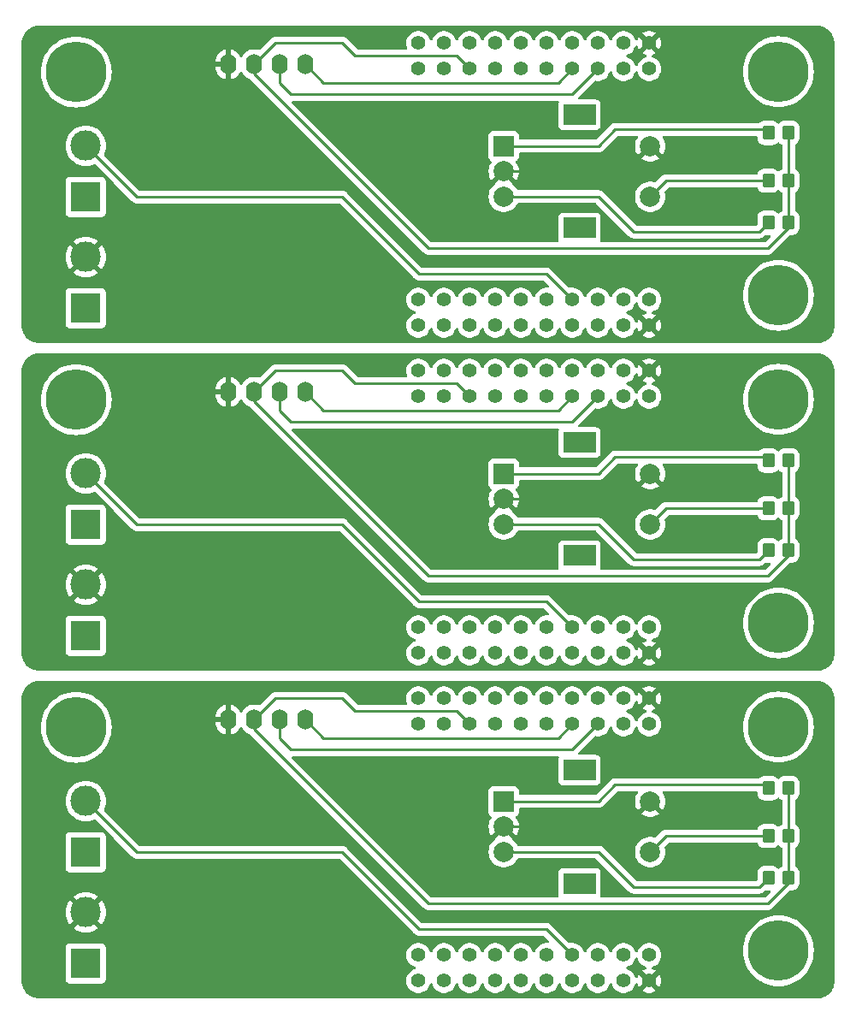
<source format=gtl>
G04 #@! TF.GenerationSoftware,KiCad,Pcbnew,7.0.9-7.0.9~ubuntu22.04.1*
G04 #@! TF.CreationDate,2023-12-17T14:41:54+07:00*
G04 #@! TF.ProjectId,final-production,66696e61-6c2d-4707-926f-64756374696f,rev?*
G04 #@! TF.SameCoordinates,Original*
G04 #@! TF.FileFunction,Copper,L1,Top*
G04 #@! TF.FilePolarity,Positive*
%FSLAX46Y46*%
G04 Gerber Fmt 4.6, Leading zero omitted, Abs format (unit mm)*
G04 Created by KiCad (PCBNEW 7.0.9-7.0.9~ubuntu22.04.1) date 2023-12-17 14:41:54*
%MOMM*%
%LPD*%
G01*
G04 APERTURE LIST*
G04 Aperture macros list*
%AMRoundRect*
0 Rectangle with rounded corners*
0 $1 Rounding radius*
0 $2 $3 $4 $5 $6 $7 $8 $9 X,Y pos of 4 corners*
0 Add a 4 corners polygon primitive as box body*
4,1,4,$2,$3,$4,$5,$6,$7,$8,$9,$2,$3,0*
0 Add four circle primitives for the rounded corners*
1,1,$1+$1,$2,$3*
1,1,$1+$1,$4,$5*
1,1,$1+$1,$6,$7*
1,1,$1+$1,$8,$9*
0 Add four rect primitives between the rounded corners*
20,1,$1+$1,$2,$3,$4,$5,0*
20,1,$1+$1,$4,$5,$6,$7,0*
20,1,$1+$1,$6,$7,$8,$9,0*
20,1,$1+$1,$8,$9,$2,$3,0*%
G04 Aperture macros list end*
G04 #@! TA.AperFunction,ComponentPad*
%ADD10R,2.000000X2.000000*%
G04 #@! TD*
G04 #@! TA.AperFunction,ComponentPad*
%ADD11C,2.000000*%
G04 #@! TD*
G04 #@! TA.AperFunction,ComponentPad*
%ADD12R,3.200000X2.000000*%
G04 #@! TD*
G04 #@! TA.AperFunction,ComponentPad*
%ADD13O,1.600000X2.000000*%
G04 #@! TD*
G04 #@! TA.AperFunction,SMDPad,CuDef*
%ADD14RoundRect,0.250000X-0.350000X-0.450000X0.350000X-0.450000X0.350000X0.450000X-0.350000X0.450000X0*%
G04 #@! TD*
G04 #@! TA.AperFunction,ComponentPad*
%ADD15C,0.800000*%
G04 #@! TD*
G04 #@! TA.AperFunction,ComponentPad*
%ADD16C,6.000000*%
G04 #@! TD*
G04 #@! TA.AperFunction,ComponentPad*
%ADD17R,3.000000X3.000000*%
G04 #@! TD*
G04 #@! TA.AperFunction,ComponentPad*
%ADD18C,3.000000*%
G04 #@! TD*
G04 #@! TA.AperFunction,ComponentPad*
%ADD19C,1.400000*%
G04 #@! TD*
G04 #@! TA.AperFunction,Conductor*
%ADD20C,0.250000*%
G04 #@! TD*
G04 APERTURE END LIST*
D10*
G04 #@! TO.P,SW1,A,A*
G04 #@! TO.N,N/C*
X46562402Y-71160000D03*
D11*
G04 #@! TO.P,SW1,B,B*
X46562402Y-76160000D03*
G04 #@! TO.P,SW1,C,C*
X46562402Y-73660000D03*
D12*
G04 #@! TO.P,SW1,MP*
X54062402Y-68060000D03*
X54062402Y-79260000D03*
D11*
G04 #@! TO.P,SW1,S1,S1*
X61062402Y-76160000D03*
G04 #@! TO.P,SW1,S2,S2*
X61062402Y-71160000D03*
G04 #@! TD*
D13*
G04 #@! TO.P,M2,1,GND*
G04 #@! TO.N,N/C*
X19308040Y-63071633D03*
G04 #@! TO.P,M2,2,VDD*
X21848040Y-63071633D03*
G04 #@! TO.P,M2,3,SCL*
X24388040Y-63071633D03*
G04 #@! TO.P,M2,4,SDA*
X26928040Y-63071633D03*
G04 #@! TD*
D14*
G04 #@! TO.P,R2,1*
G04 #@! TO.N,N/C*
X72762402Y-78740000D03*
G04 #@! TO.P,R2,2*
X74762402Y-78740000D03*
G04 #@! TD*
D15*
G04 #@! TO.P,H2,1*
G04 #@! TO.N,N/C*
X71512402Y-96218166D03*
X72171412Y-94627176D03*
X72171412Y-97809156D03*
X73762402Y-93968166D03*
D16*
X73762402Y-96218166D03*
D15*
X73762402Y-98468166D03*
X75353392Y-94627176D03*
X75353392Y-97809156D03*
X76012402Y-96218166D03*
G04 #@! TD*
D14*
G04 #@! TO.P,R1,1*
G04 #@! TO.N,N/C*
X72762402Y-42152058D03*
G04 #@! TO.P,R1,2*
X74762402Y-42152058D03*
G04 #@! TD*
D15*
G04 #@! TO.P,H1,1*
G04 #@! TO.N,N/C*
X1983392Y-96249156D03*
X2642402Y-94658166D03*
X2642402Y-97840146D03*
X4233392Y-93999156D03*
D16*
X4233392Y-96249156D03*
D15*
X4233392Y-98499156D03*
X5824382Y-94658166D03*
X5824382Y-97840146D03*
X6483392Y-96249156D03*
G04 #@! TD*
D10*
G04 #@! TO.P,SW1,A,A*
G04 #@! TO.N,N/C*
X46562402Y-103588166D03*
D11*
G04 #@! TO.P,SW1,B,B*
X46562402Y-108588166D03*
G04 #@! TO.P,SW1,C,C*
X46562402Y-106088166D03*
D12*
G04 #@! TO.P,SW1,MP*
X54062402Y-100488166D03*
X54062402Y-111688166D03*
D11*
G04 #@! TO.P,SW1,S1,S1*
X61062402Y-108588166D03*
G04 #@! TO.P,SW1,S2,S2*
X61062402Y-103588166D03*
G04 #@! TD*
D15*
G04 #@! TO.P,H2,1*
G04 #@! TO.N,N/C*
X71512402Y-31361834D03*
X72171412Y-29770844D03*
X72171412Y-32952824D03*
X73762402Y-29111834D03*
D16*
X73762402Y-31361834D03*
D15*
X73762402Y-33611834D03*
X75353392Y-29770844D03*
X75353392Y-32952824D03*
X76012402Y-31361834D03*
G04 #@! TD*
G04 #@! TO.P,H3,1*
G04 #@! TO.N,N/C*
X71512402Y-85934164D03*
X72171412Y-84343174D03*
X72171412Y-87525154D03*
X73762402Y-83684164D03*
D16*
X73762402Y-85934164D03*
D15*
X73762402Y-88184164D03*
X75353392Y-84343174D03*
X75353392Y-87525154D03*
X76012402Y-85934164D03*
G04 #@! TD*
D14*
G04 #@! TO.P,R1,1*
G04 #@! TO.N,N/C*
X72762402Y-107008390D03*
G04 #@! TO.P,R1,2*
X74762402Y-107008390D03*
G04 #@! TD*
G04 #@! TO.P,R2,1*
G04 #@! TO.N,N/C*
X72762402Y-111168166D03*
G04 #@! TO.P,R2,2*
X74762402Y-111168166D03*
G04 #@! TD*
G04 #@! TO.P,R2,1*
G04 #@! TO.N,N/C*
X72762402Y-46311834D03*
G04 #@! TO.P,R2,2*
X74762402Y-46311834D03*
G04 #@! TD*
D15*
G04 #@! TO.P,H3,1*
G04 #@! TO.N,N/C*
X71512402Y-53505998D03*
X72171412Y-51915008D03*
X72171412Y-55096988D03*
X73762402Y-51255998D03*
D16*
X73762402Y-53505998D03*
D15*
X73762402Y-55755998D03*
X75353392Y-51915008D03*
X75353392Y-55096988D03*
X76012402Y-53505998D03*
G04 #@! TD*
D14*
G04 #@! TO.P,R3,1*
G04 #@! TO.N,N/C*
X72762402Y-37421834D03*
G04 #@! TO.P,R3,2*
X74762402Y-37421834D03*
G04 #@! TD*
D13*
G04 #@! TO.P,M2,1,GND*
G04 #@! TO.N,N/C*
X19308040Y-30643467D03*
G04 #@! TO.P,M2,2,VDD*
X21848040Y-30643467D03*
G04 #@! TO.P,M2,3,SCL*
X24388040Y-30643467D03*
G04 #@! TO.P,M2,4,SDA*
X26928040Y-30643467D03*
G04 #@! TD*
D10*
G04 #@! TO.P,SW1,A,A*
G04 #@! TO.N,N/C*
X46562402Y-38731834D03*
D11*
G04 #@! TO.P,SW1,B,B*
X46562402Y-43731834D03*
G04 #@! TO.P,SW1,C,C*
X46562402Y-41231834D03*
D12*
G04 #@! TO.P,SW1,MP*
X54062402Y-35631834D03*
X54062402Y-46831834D03*
D11*
G04 #@! TO.P,SW1,S1,S1*
X61062402Y-43731834D03*
G04 #@! TO.P,SW1,S2,S2*
X61062402Y-38731834D03*
G04 #@! TD*
D14*
G04 #@! TO.P,R1,1*
G04 #@! TO.N,N/C*
X72762402Y-74580224D03*
G04 #@! TO.P,R1,2*
X74762402Y-74580224D03*
G04 #@! TD*
D13*
G04 #@! TO.P,M2,1,GND*
G04 #@! TO.N,N/C*
X19308040Y-95499799D03*
G04 #@! TO.P,M2,2,VDD*
X21848040Y-95499799D03*
G04 #@! TO.P,M2,3,SCL*
X24388040Y-95499799D03*
G04 #@! TO.P,M2,4,SDA*
X26928040Y-95499799D03*
G04 #@! TD*
D15*
G04 #@! TO.P,H3,1*
G04 #@! TO.N,N/C*
X71512402Y-118362330D03*
X72171412Y-116771340D03*
X72171412Y-119953320D03*
X73762402Y-116112330D03*
D16*
X73762402Y-118362330D03*
D15*
X73762402Y-120612330D03*
X75353392Y-116771340D03*
X75353392Y-119953320D03*
X76012402Y-118362330D03*
G04 #@! TD*
D14*
G04 #@! TO.P,R3,1*
G04 #@! TO.N,N/C*
X72762402Y-69850000D03*
G04 #@! TO.P,R3,2*
X74762402Y-69850000D03*
G04 #@! TD*
G04 #@! TO.P,R3,1*
G04 #@! TO.N,N/C*
X72762402Y-102278166D03*
G04 #@! TO.P,R3,2*
X74762402Y-102278166D03*
G04 #@! TD*
D15*
G04 #@! TO.P,H2,1*
G04 #@! TO.N,N/C*
X71512402Y-63790000D03*
X72171412Y-62199010D03*
X72171412Y-65380990D03*
X73762402Y-61540000D03*
D16*
X73762402Y-63790000D03*
D15*
X73762402Y-66040000D03*
X75353392Y-62199010D03*
X75353392Y-65380990D03*
X76012402Y-63790000D03*
G04 #@! TD*
G04 #@! TO.P,H1,1*
G04 #@! TO.N,N/C*
X1983392Y-63820990D03*
X2642402Y-62230000D03*
X2642402Y-65411980D03*
X4233392Y-61570990D03*
D16*
X4233392Y-63820990D03*
D15*
X4233392Y-66070990D03*
X5824382Y-62230000D03*
X5824382Y-65411980D03*
X6483392Y-63820990D03*
G04 #@! TD*
G04 #@! TO.P,H1,1*
G04 #@! TO.N,N/C*
X1983392Y-31392824D03*
X2642402Y-29801834D03*
X2642402Y-32983814D03*
X4233392Y-29142824D03*
D16*
X4233392Y-31392824D03*
D15*
X4233392Y-33642824D03*
X5824382Y-29801834D03*
X5824382Y-32983814D03*
X6483392Y-31392824D03*
G04 #@! TD*
D17*
G04 #@! TO.P,J1,1,Pin_1*
G04 #@! TO.N,N/C*
X5182402Y-108628166D03*
D18*
G04 #@! TO.P,J1,2,Pin_2*
X5182402Y-103548166D03*
G04 #@! TD*
D17*
G04 #@! TO.P,J1,1,Pin_1*
G04 #@! TO.N,N/C*
X5182402Y-43771834D03*
D18*
G04 #@! TO.P,J1,2,Pin_2*
X5182402Y-38691834D03*
G04 #@! TD*
D19*
G04 #@! TO.P,U1,1,GND*
G04 #@! TO.N,N/C*
X60960000Y-56471834D03*
G04 #@! TO.P,U1,2,RST*
X60960000Y-53931834D03*
G04 #@! TO.P,U1,3,NC*
X58420000Y-56471834D03*
G04 #@! TO.P,U1,4,IO_36/SVP/A0*
X58420000Y-53931834D03*
G04 #@! TO.P,U1,5,IO_39/SVN*
X55880000Y-56471834D03*
G04 #@! TO.P,U1,6,IO_26/D0*
X55880000Y-53931834D03*
G04 #@! TO.P,U1,7,IO_35*
X53340000Y-56471834D03*
G04 #@! TO.P,U1,8,IO_18/D5*
X53340000Y-53931834D03*
G04 #@! TO.P,U1,9,IO_33*
X50800000Y-56471834D03*
G04 #@! TO.P,U1,10,IO_19/D6*
X50800000Y-53931834D03*
G04 #@! TO.P,U1,11,IO_34*
X48260000Y-56471834D03*
G04 #@! TO.P,U1,12,IO_23/D7*
X48260000Y-53931834D03*
G04 #@! TO.P,U1,13,IO_14/TMS*
X45720000Y-56471834D03*
G04 #@! TO.P,U1,14,IO_05/D8*
X45720000Y-53931834D03*
G04 #@! TO.P,U1,15,NC*
X43180000Y-56471834D03*
G04 #@! TO.P,U1,16,3V3*
X43180000Y-53931834D03*
G04 #@! TO.P,U1,17,IO_09/SD2*
X40640000Y-56471834D03*
G04 #@! TO.P,U1,18,IO_13/TCK*
X40640000Y-53931834D03*
G04 #@! TO.P,U1,19,CMD*
X38100000Y-56471834D03*
G04 #@! TO.P,U1,20,IO_10/SD3*
X38100000Y-53931834D03*
G04 #@! TO.P,U1,21,TXD*
X60960000Y-31071834D03*
G04 #@! TO.P,U1,22,GND*
X60960000Y-28531834D03*
G04 #@! TO.P,U1,23,RXD*
X58420000Y-31071834D03*
G04 #@! TO.P,U1,24,IO_27*
X58420000Y-28531834D03*
G04 #@! TO.P,U1,25,IO_22/D1/SCL*
X55880000Y-31071834D03*
G04 #@! TO.P,U1,26,IO_25*
X55880000Y-28531834D03*
G04 #@! TO.P,U1,27,IO_21/D2/SDA*
X53340000Y-31071834D03*
G04 #@! TO.P,U1,28,IO_32*
X53340000Y-28531834D03*
G04 #@! TO.P,U1,29,IO_17/D3*
X50800000Y-31071834D03*
G04 #@! TO.P,U1,30,IO_12/TDI*
X50800000Y-28531834D03*
G04 #@! TO.P,U1,31,IO_16/D4*
X48260000Y-31071834D03*
G04 #@! TO.P,U1,32,IO_04*
X48260000Y-28531834D03*
G04 #@! TO.P,U1,33,GND*
X45720000Y-31071834D03*
G04 #@! TO.P,U1,34,IO_00*
X45720000Y-28531834D03*
G04 #@! TO.P,U1,35,VCC_(USB)*
X43180000Y-31071834D03*
G04 #@! TO.P,U1,36,IO_02*
X43180000Y-28531834D03*
G04 #@! TO.P,U1,37,TD0*
X40640000Y-31071834D03*
G04 #@! TO.P,U1,38,SD1*
X40640000Y-28531834D03*
G04 #@! TO.P,U1,39,SD0*
X38100000Y-31071834D03*
G04 #@! TO.P,U1,40,CLK*
X38100000Y-28531834D03*
G04 #@! TD*
D17*
G04 #@! TO.P,J6,1,Pin_1*
G04 #@! TO.N,N/C*
X5182402Y-54784568D03*
D18*
G04 #@! TO.P,J6,2,Pin_2*
X5182402Y-49704568D03*
G04 #@! TD*
D19*
G04 #@! TO.P,U1,1,GND*
G04 #@! TO.N,N/C*
X60960000Y-88900000D03*
G04 #@! TO.P,U1,2,RST*
X60960000Y-86360000D03*
G04 #@! TO.P,U1,3,NC*
X58420000Y-88900000D03*
G04 #@! TO.P,U1,4,IO_36/SVP/A0*
X58420000Y-86360000D03*
G04 #@! TO.P,U1,5,IO_39/SVN*
X55880000Y-88900000D03*
G04 #@! TO.P,U1,6,IO_26/D0*
X55880000Y-86360000D03*
G04 #@! TO.P,U1,7,IO_35*
X53340000Y-88900000D03*
G04 #@! TO.P,U1,8,IO_18/D5*
X53340000Y-86360000D03*
G04 #@! TO.P,U1,9,IO_33*
X50800000Y-88900000D03*
G04 #@! TO.P,U1,10,IO_19/D6*
X50800000Y-86360000D03*
G04 #@! TO.P,U1,11,IO_34*
X48260000Y-88900000D03*
G04 #@! TO.P,U1,12,IO_23/D7*
X48260000Y-86360000D03*
G04 #@! TO.P,U1,13,IO_14/TMS*
X45720000Y-88900000D03*
G04 #@! TO.P,U1,14,IO_05/D8*
X45720000Y-86360000D03*
G04 #@! TO.P,U1,15,NC*
X43180000Y-88900000D03*
G04 #@! TO.P,U1,16,3V3*
X43180000Y-86360000D03*
G04 #@! TO.P,U1,17,IO_09/SD2*
X40640000Y-88900000D03*
G04 #@! TO.P,U1,18,IO_13/TCK*
X40640000Y-86360000D03*
G04 #@! TO.P,U1,19,CMD*
X38100000Y-88900000D03*
G04 #@! TO.P,U1,20,IO_10/SD3*
X38100000Y-86360000D03*
G04 #@! TO.P,U1,21,TXD*
X60960000Y-63500000D03*
G04 #@! TO.P,U1,22,GND*
X60960000Y-60960000D03*
G04 #@! TO.P,U1,23,RXD*
X58420000Y-63500000D03*
G04 #@! TO.P,U1,24,IO_27*
X58420000Y-60960000D03*
G04 #@! TO.P,U1,25,IO_22/D1/SCL*
X55880000Y-63500000D03*
G04 #@! TO.P,U1,26,IO_25*
X55880000Y-60960000D03*
G04 #@! TO.P,U1,27,IO_21/D2/SDA*
X53340000Y-63500000D03*
G04 #@! TO.P,U1,28,IO_32*
X53340000Y-60960000D03*
G04 #@! TO.P,U1,29,IO_17/D3*
X50800000Y-63500000D03*
G04 #@! TO.P,U1,30,IO_12/TDI*
X50800000Y-60960000D03*
G04 #@! TO.P,U1,31,IO_16/D4*
X48260000Y-63500000D03*
G04 #@! TO.P,U1,32,IO_04*
X48260000Y-60960000D03*
G04 #@! TO.P,U1,33,GND*
X45720000Y-63500000D03*
G04 #@! TO.P,U1,34,IO_00*
X45720000Y-60960000D03*
G04 #@! TO.P,U1,35,VCC_(USB)*
X43180000Y-63500000D03*
G04 #@! TO.P,U1,36,IO_02*
X43180000Y-60960000D03*
G04 #@! TO.P,U1,37,TD0*
X40640000Y-63500000D03*
G04 #@! TO.P,U1,38,SD1*
X40640000Y-60960000D03*
G04 #@! TO.P,U1,39,SD0*
X38100000Y-63500000D03*
G04 #@! TO.P,U1,40,CLK*
X38100000Y-60960000D03*
G04 #@! TD*
D17*
G04 #@! TO.P,J6,1,Pin_1*
G04 #@! TO.N,N/C*
X5182402Y-119640900D03*
D18*
G04 #@! TO.P,J6,2,Pin_2*
X5182402Y-114560900D03*
G04 #@! TD*
D17*
G04 #@! TO.P,J1,1,Pin_1*
G04 #@! TO.N,N/C*
X5182402Y-76200000D03*
D18*
G04 #@! TO.P,J1,2,Pin_2*
X5182402Y-71120000D03*
G04 #@! TD*
D17*
G04 #@! TO.P,J6,1,Pin_1*
G04 #@! TO.N,N/C*
X5182402Y-87212734D03*
D18*
G04 #@! TO.P,J6,2,Pin_2*
X5182402Y-82132734D03*
G04 #@! TD*
D19*
G04 #@! TO.P,U1,1,GND*
G04 #@! TO.N,N/C*
X60960000Y-121328166D03*
G04 #@! TO.P,U1,2,RST*
X60960000Y-118788166D03*
G04 #@! TO.P,U1,3,NC*
X58420000Y-121328166D03*
G04 #@! TO.P,U1,4,IO_36/SVP/A0*
X58420000Y-118788166D03*
G04 #@! TO.P,U1,5,IO_39/SVN*
X55880000Y-121328166D03*
G04 #@! TO.P,U1,6,IO_26/D0*
X55880000Y-118788166D03*
G04 #@! TO.P,U1,7,IO_35*
X53340000Y-121328166D03*
G04 #@! TO.P,U1,8,IO_18/D5*
X53340000Y-118788166D03*
G04 #@! TO.P,U1,9,IO_33*
X50800000Y-121328166D03*
G04 #@! TO.P,U1,10,IO_19/D6*
X50800000Y-118788166D03*
G04 #@! TO.P,U1,11,IO_34*
X48260000Y-121328166D03*
G04 #@! TO.P,U1,12,IO_23/D7*
X48260000Y-118788166D03*
G04 #@! TO.P,U1,13,IO_14/TMS*
X45720000Y-121328166D03*
G04 #@! TO.P,U1,14,IO_05/D8*
X45720000Y-118788166D03*
G04 #@! TO.P,U1,15,NC*
X43180000Y-121328166D03*
G04 #@! TO.P,U1,16,3V3*
X43180000Y-118788166D03*
G04 #@! TO.P,U1,17,IO_09/SD2*
X40640000Y-121328166D03*
G04 #@! TO.P,U1,18,IO_13/TCK*
X40640000Y-118788166D03*
G04 #@! TO.P,U1,19,CMD*
X38100000Y-121328166D03*
G04 #@! TO.P,U1,20,IO_10/SD3*
X38100000Y-118788166D03*
G04 #@! TO.P,U1,21,TXD*
X60960000Y-95928166D03*
G04 #@! TO.P,U1,22,GND*
X60960000Y-93388166D03*
G04 #@! TO.P,U1,23,RXD*
X58420000Y-95928166D03*
G04 #@! TO.P,U1,24,IO_27*
X58420000Y-93388166D03*
G04 #@! TO.P,U1,25,IO_22/D1/SCL*
X55880000Y-95928166D03*
G04 #@! TO.P,U1,26,IO_25*
X55880000Y-93388166D03*
G04 #@! TO.P,U1,27,IO_21/D2/SDA*
X53340000Y-95928166D03*
G04 #@! TO.P,U1,28,IO_32*
X53340000Y-93388166D03*
G04 #@! TO.P,U1,29,IO_17/D3*
X50800000Y-95928166D03*
G04 #@! TO.P,U1,30,IO_12/TDI*
X50800000Y-93388166D03*
G04 #@! TO.P,U1,31,IO_16/D4*
X48260000Y-95928166D03*
G04 #@! TO.P,U1,32,IO_04*
X48260000Y-93388166D03*
G04 #@! TO.P,U1,33,GND*
X45720000Y-95928166D03*
G04 #@! TO.P,U1,34,IO_00*
X45720000Y-93388166D03*
G04 #@! TO.P,U1,35,VCC_(USB)*
X43180000Y-95928166D03*
G04 #@! TO.P,U1,36,IO_02*
X43180000Y-93388166D03*
G04 #@! TO.P,U1,37,TD0*
X40640000Y-95928166D03*
G04 #@! TO.P,U1,38,SD1*
X40640000Y-93388166D03*
G04 #@! TO.P,U1,39,SD0*
X38100000Y-95928166D03*
G04 #@! TO.P,U1,40,CLK*
X38100000Y-93388166D03*
G04 #@! TD*
D20*
G04 #@! TO.N,*
X72762402Y-102278166D02*
X72412626Y-101928390D01*
X53340000Y-33611834D02*
X55880000Y-31071834D01*
X30582402Y-76200000D02*
X10262402Y-76200000D01*
X39118892Y-81280000D02*
X72707586Y-81280000D01*
X62642178Y-107008390D02*
X61062402Y-108588166D01*
X55942402Y-38731834D02*
X46562402Y-38731834D01*
X59442626Y-112088390D02*
X55942402Y-108588166D01*
X21848040Y-30643467D02*
X21848040Y-31580982D01*
X30582402Y-60960000D02*
X31841329Y-62218927D01*
X53340000Y-66040000D02*
X55880000Y-63500000D01*
X72412626Y-69500224D02*
X57602178Y-69500224D01*
X74762402Y-74580224D02*
X74762402Y-69850000D01*
X26928040Y-95499799D02*
X28731216Y-97302975D01*
X74762402Y-46311834D02*
X74762402Y-42152058D01*
X58562402Y-106088166D02*
X61062402Y-103588166D01*
X72762402Y-42152058D02*
X62642178Y-42152058D01*
X21848040Y-96437314D02*
X39118892Y-113708166D01*
X30582402Y-76200000D02*
X38202402Y-83820000D01*
X51965191Y-32446643D02*
X53340000Y-31071834D01*
X38202402Y-83820000D02*
X50800000Y-83820000D01*
X39118892Y-113708166D02*
X72707586Y-113708166D01*
X51965191Y-64874809D02*
X53340000Y-63500000D01*
X25502402Y-98468166D02*
X53340000Y-98468166D01*
X74762402Y-107008390D02*
X74762402Y-102278166D01*
X55942402Y-43731834D02*
X46562402Y-43731834D01*
X72762402Y-69850000D02*
X72412626Y-69500224D01*
X41898927Y-62218927D02*
X43180000Y-63500000D01*
X21848040Y-31580982D02*
X39118892Y-48851834D01*
X23959673Y-28531834D02*
X30582402Y-28531834D01*
X53340000Y-98468166D02*
X55880000Y-95928166D01*
X21848040Y-63071633D02*
X21848040Y-64009148D01*
X10262402Y-108628166D02*
X5182402Y-103548166D01*
X31841329Y-94647093D02*
X41898927Y-94647093D01*
X28731216Y-64874809D02*
X51965191Y-64874809D01*
X72762402Y-74580224D02*
X62642178Y-74580224D01*
X71842178Y-47232058D02*
X59442626Y-47232058D01*
X24388040Y-97353804D02*
X25502402Y-98468166D01*
X30582402Y-43771834D02*
X38202402Y-51391834D01*
X24388040Y-63071633D02*
X24388040Y-64925638D01*
X57602178Y-101928390D02*
X55942402Y-103588166D01*
X21848040Y-95499799D02*
X21848040Y-96437314D01*
X55942402Y-76160000D02*
X46562402Y-76160000D01*
X55942402Y-103588166D02*
X46562402Y-103588166D01*
X39118892Y-48851834D02*
X72707586Y-48851834D01*
X74762402Y-46797018D02*
X74762402Y-46311834D01*
X24388040Y-95499799D02*
X24388040Y-97353804D01*
X55942402Y-108588166D02*
X46562402Y-108588166D01*
X24388040Y-30643467D02*
X24388040Y-32497472D01*
X50800000Y-83820000D02*
X53340000Y-86360000D01*
X26928040Y-63071633D02*
X28731216Y-64874809D01*
X38202402Y-51391834D02*
X50800000Y-51391834D01*
X59442626Y-79660224D02*
X55942402Y-76160000D01*
X58562402Y-41231834D02*
X61062402Y-38731834D01*
X74762402Y-42152058D02*
X74762402Y-37421834D01*
X74762402Y-111653350D02*
X74762402Y-111168166D01*
X30582402Y-108628166D02*
X10262402Y-108628166D01*
X72762402Y-78740000D02*
X71842178Y-79660224D01*
X58562402Y-73660000D02*
X61062402Y-71160000D01*
X28731216Y-32446643D02*
X51965191Y-32446643D01*
X31841329Y-29790761D02*
X41898927Y-29790761D01*
X10262402Y-76200000D02*
X5182402Y-71120000D01*
X74762402Y-78740000D02*
X74762402Y-74580224D01*
X51965191Y-97302975D02*
X53340000Y-95928166D01*
X74762402Y-111168166D02*
X74762402Y-107008390D01*
X31841329Y-62218927D02*
X41898927Y-62218927D01*
X21848040Y-30643467D02*
X23959673Y-28531834D01*
X55942402Y-71160000D02*
X46562402Y-71160000D01*
X72412626Y-101928390D02*
X57602178Y-101928390D01*
X72707586Y-48851834D02*
X74762402Y-46797018D01*
X25502402Y-33611834D02*
X53340000Y-33611834D01*
X30582402Y-93388166D02*
X31841329Y-94647093D01*
X71842178Y-79660224D02*
X59442626Y-79660224D01*
X41898927Y-29790761D02*
X43180000Y-31071834D01*
X24388040Y-64925638D02*
X25502402Y-66040000D01*
X72762402Y-107008390D02*
X62642178Y-107008390D01*
X72762402Y-37421834D02*
X72412626Y-37072058D01*
X71842178Y-112088390D02*
X59442626Y-112088390D01*
X74762402Y-79225184D02*
X74762402Y-78740000D01*
X24388040Y-32497472D02*
X25502402Y-33611834D01*
X72707586Y-81280000D02*
X74762402Y-79225184D01*
X46562402Y-41231834D02*
X58562402Y-41231834D01*
X41898927Y-94647093D02*
X43180000Y-95928166D01*
X23959673Y-93388166D02*
X30582402Y-93388166D01*
X57602178Y-37072058D02*
X55942402Y-38731834D01*
X30582402Y-108628166D02*
X38202402Y-116248166D01*
X25502402Y-66040000D02*
X53340000Y-66040000D01*
X28731216Y-97302975D02*
X51965191Y-97302975D01*
X46562402Y-73660000D02*
X58562402Y-73660000D01*
X72762402Y-46311834D02*
X71842178Y-47232058D01*
X21848040Y-63071633D02*
X23959673Y-60960000D01*
X50800000Y-51391834D02*
X53340000Y-53931834D01*
X72707586Y-113708166D02*
X74762402Y-111653350D01*
X72762402Y-111168166D02*
X71842178Y-112088390D01*
X72412626Y-37072058D02*
X57602178Y-37072058D01*
X21848040Y-64009148D02*
X39118892Y-81280000D01*
X50800000Y-116248166D02*
X53340000Y-118788166D01*
X62642178Y-74580224D02*
X61062402Y-76160000D01*
X10262402Y-43771834D02*
X5182402Y-38691834D01*
X21848040Y-95499799D02*
X23959673Y-93388166D01*
X30582402Y-43771834D02*
X10262402Y-43771834D01*
X57602178Y-69500224D02*
X55942402Y-71160000D01*
X23959673Y-60960000D02*
X30582402Y-60960000D01*
X30582402Y-28531834D02*
X31841329Y-29790761D01*
X59442626Y-47232058D02*
X55942402Y-43731834D01*
X46562402Y-106088166D02*
X58562402Y-106088166D01*
X26928040Y-30643467D02*
X28731216Y-32446643D01*
X38202402Y-116248166D02*
X50800000Y-116248166D01*
X62642178Y-42152058D02*
X61062402Y-43731834D01*
G04 #@! TD*
G04 #@! TA.AperFunction,NonConductor*
G36*
X77510729Y-26799222D02*
G01*
X77512565Y-26799761D01*
X77554913Y-26799253D01*
X77559224Y-26799351D01*
X77561979Y-26799509D01*
X77628893Y-26803364D01*
X77799828Y-26814406D01*
X77807910Y-26815466D01*
X77912051Y-26836171D01*
X78045638Y-26865635D01*
X78052661Y-26867625D01*
X78159562Y-26904834D01*
X78183419Y-26914077D01*
X78281406Y-26952043D01*
X78287266Y-26954672D01*
X78389311Y-27006977D01*
X78391935Y-27008404D01*
X78502145Y-27071830D01*
X78506849Y-27074828D01*
X78601532Y-27141336D01*
X78604628Y-27143659D01*
X78703240Y-27222556D01*
X78706803Y-27225637D01*
X78791553Y-27304758D01*
X78794879Y-27308109D01*
X78880439Y-27401168D01*
X78882968Y-27404097D01*
X78955675Y-27493817D01*
X78958996Y-27498315D01*
X79030049Y-27604235D01*
X79031664Y-27606774D01*
X79090599Y-27704573D01*
X79093637Y-27710265D01*
X79149434Y-27829310D01*
X79193547Y-27932604D01*
X79196017Y-27939485D01*
X79235062Y-28072391D01*
X79262399Y-28173148D01*
X79264015Y-28181155D01*
X79273044Y-28248555D01*
X79287514Y-28356581D01*
X79291414Y-28387314D01*
X79293872Y-28406686D01*
X79295351Y-28418336D01*
X79295845Y-28426128D01*
X79304993Y-56437045D01*
X79304496Y-56438739D01*
X79304983Y-56479310D01*
X79304885Y-56483622D01*
X79300868Y-56553320D01*
X79289831Y-56724186D01*
X79288768Y-56732289D01*
X79268020Y-56836641D01*
X79238618Y-56969953D01*
X79236625Y-56976988D01*
X79199293Y-57084237D01*
X79152246Y-57205660D01*
X79149606Y-57211546D01*
X79097102Y-57313975D01*
X79095664Y-57316620D01*
X79032512Y-57426352D01*
X79029508Y-57431067D01*
X78962692Y-57526183D01*
X78960370Y-57529278D01*
X78881890Y-57627371D01*
X78878795Y-57630950D01*
X78799222Y-57716181D01*
X78795865Y-57719512D01*
X78703430Y-57804500D01*
X78700500Y-57807029D01*
X78610106Y-57880279D01*
X78605609Y-57883599D01*
X78500651Y-57954008D01*
X78498110Y-57955624D01*
X78399309Y-58015160D01*
X78393619Y-58018197D01*
X78276084Y-58073286D01*
X78171253Y-58118055D01*
X78164372Y-58120525D01*
X78034166Y-58158776D01*
X77930685Y-58186848D01*
X77922676Y-58188464D01*
X77755774Y-58210822D01*
X77685455Y-58219744D01*
X77677634Y-58220238D01*
X628568Y-58208414D01*
X626525Y-58207813D01*
X579299Y-58208381D01*
X575002Y-58208283D01*
X509502Y-58204507D01*
X505147Y-58204256D01*
X334498Y-58193233D01*
X326395Y-58192170D01*
X221621Y-58171337D01*
X164666Y-58158776D01*
X88771Y-58142036D01*
X81737Y-58140044D01*
X-25953Y-58102557D01*
X-146886Y-58055701D01*
X-152773Y-58053061D01*
X-220786Y-58018197D01*
X-255659Y-58000320D01*
X-258297Y-57998886D01*
X-367528Y-57936023D01*
X-372243Y-57933018D01*
X-467826Y-57865873D01*
X-470921Y-57863552D01*
X-568512Y-57785472D01*
X-572072Y-57782394D01*
X-657757Y-57702397D01*
X-661086Y-57699042D01*
X-745606Y-57607115D01*
X-748136Y-57604185D01*
X-772418Y-57574220D01*
X-821809Y-57513270D01*
X-825110Y-57508798D01*
X-895100Y-57404462D01*
X-896715Y-57401922D01*
X-956626Y-57302499D01*
X-959664Y-57296809D01*
X-1014359Y-57180114D01*
X-1059488Y-57074442D01*
X-1061948Y-57067589D01*
X-1099826Y-56938652D01*
X-1128247Y-56833893D01*
X-1129853Y-56825932D01*
X-1151794Y-56662142D01*
X-1161119Y-56588657D01*
X-1161610Y-56580877D01*
X-1161615Y-56553320D01*
X-1161658Y-56332438D01*
X3181902Y-56332438D01*
X3181903Y-56332444D01*
X3188310Y-56392051D01*
X3238604Y-56526896D01*
X3238608Y-56526903D01*
X3324854Y-56642112D01*
X3324857Y-56642115D01*
X3440066Y-56728361D01*
X3440073Y-56728365D01*
X3574919Y-56778659D01*
X3574918Y-56778659D01*
X3581011Y-56779314D01*
X3634529Y-56785068D01*
X6730274Y-56785067D01*
X6789885Y-56778659D01*
X6924733Y-56728364D01*
X7039948Y-56642114D01*
X7126198Y-56526899D01*
X7176493Y-56392051D01*
X7182902Y-56332441D01*
X7182901Y-53236696D01*
X7176493Y-53177085D01*
X7126198Y-53042237D01*
X7126197Y-53042236D01*
X7126195Y-53042232D01*
X7039949Y-52927023D01*
X7039946Y-52927020D01*
X6924737Y-52840774D01*
X6924730Y-52840770D01*
X6789884Y-52790476D01*
X6789885Y-52790476D01*
X6730285Y-52784069D01*
X6730283Y-52784068D01*
X6730275Y-52784068D01*
X6730266Y-52784068D01*
X3634531Y-52784068D01*
X3634525Y-52784069D01*
X3574918Y-52790476D01*
X3440073Y-52840770D01*
X3440066Y-52840774D01*
X3324857Y-52927020D01*
X3324854Y-52927023D01*
X3238608Y-53042232D01*
X3238604Y-53042239D01*
X3188310Y-53177085D01*
X3181903Y-53236684D01*
X3181903Y-53236691D01*
X3181902Y-53236703D01*
X3181902Y-56332438D01*
X-1161658Y-56332438D01*
X-1162955Y-49704569D01*
X3177293Y-49704569D01*
X3197702Y-49989930D01*
X3258511Y-50269463D01*
X3358493Y-50537526D01*
X3495593Y-50788606D01*
X3495598Y-50788614D01*
X3602284Y-50931129D01*
X3602285Y-50931130D01*
X4497597Y-50035818D01*
X4519742Y-50087155D01*
X4625835Y-50229662D01*
X4761932Y-50343862D01*
X4851618Y-50388903D01*
X3955838Y-51284683D01*
X4098362Y-51391375D01*
X4098363Y-51391376D01*
X4349444Y-51528476D01*
X4349443Y-51528476D01*
X4617506Y-51628458D01*
X4897039Y-51689267D01*
X5182401Y-51709677D01*
X5182403Y-51709677D01*
X5467764Y-51689267D01*
X5747297Y-51628458D01*
X6015360Y-51528476D01*
X6266449Y-51391371D01*
X6408963Y-51284684D01*
X6408964Y-51284683D01*
X5516150Y-50391868D01*
X5525811Y-50388352D01*
X5674246Y-50290725D01*
X5796166Y-50161498D01*
X5868170Y-50036783D01*
X6762517Y-50931130D01*
X6762518Y-50931129D01*
X6869205Y-50788615D01*
X7006310Y-50537526D01*
X7106292Y-50269463D01*
X7167101Y-49989930D01*
X7187511Y-49704569D01*
X7187511Y-49704566D01*
X7167101Y-49419205D01*
X7106292Y-49139672D01*
X7006310Y-48871609D01*
X6869210Y-48620529D01*
X6869209Y-48620528D01*
X6762517Y-48478004D01*
X5867205Y-49373315D01*
X5845062Y-49321981D01*
X5738969Y-49179474D01*
X5602872Y-49065274D01*
X5513184Y-49020231D01*
X6408964Y-48124451D01*
X6408963Y-48124450D01*
X6266448Y-48017764D01*
X6266440Y-48017759D01*
X6015359Y-47880659D01*
X6015360Y-47880659D01*
X5747297Y-47780677D01*
X5467764Y-47719868D01*
X5182403Y-47699459D01*
X5182401Y-47699459D01*
X4897039Y-47719868D01*
X4617506Y-47780677D01*
X4349443Y-47880659D01*
X4098363Y-48017759D01*
X4098355Y-48017764D01*
X3955839Y-48124450D01*
X3955838Y-48124451D01*
X4848654Y-49017267D01*
X4838993Y-49020784D01*
X4690558Y-49118411D01*
X4568638Y-49247638D01*
X4496633Y-49372352D01*
X3602285Y-48478004D01*
X3602284Y-48478005D01*
X3495598Y-48620521D01*
X3495593Y-48620529D01*
X3358493Y-48871609D01*
X3258511Y-49139672D01*
X3197702Y-49419205D01*
X3177293Y-49704566D01*
X3177293Y-49704569D01*
X-1162955Y-49704569D01*
X-1163813Y-45319704D01*
X3181902Y-45319704D01*
X3181903Y-45319710D01*
X3188310Y-45379317D01*
X3238604Y-45514162D01*
X3238608Y-45514169D01*
X3324854Y-45629378D01*
X3324857Y-45629381D01*
X3440066Y-45715627D01*
X3440073Y-45715631D01*
X3574919Y-45765925D01*
X3574918Y-45765925D01*
X3581846Y-45766669D01*
X3634529Y-45772334D01*
X6730274Y-45772333D01*
X6789885Y-45765925D01*
X6924733Y-45715630D01*
X7039948Y-45629380D01*
X7126198Y-45514165D01*
X7176493Y-45379317D01*
X7182902Y-45319707D01*
X7182901Y-42223962D01*
X7176493Y-42164351D01*
X7126198Y-42029503D01*
X7126197Y-42029502D01*
X7126195Y-42029498D01*
X7039949Y-41914289D01*
X7039946Y-41914286D01*
X6924737Y-41828040D01*
X6924730Y-41828036D01*
X6789884Y-41777742D01*
X6789885Y-41777742D01*
X6730285Y-41771335D01*
X6730283Y-41771334D01*
X6730275Y-41771334D01*
X6730266Y-41771334D01*
X3634531Y-41771334D01*
X3634525Y-41771335D01*
X3574918Y-41777742D01*
X3440073Y-41828036D01*
X3440066Y-41828040D01*
X3324857Y-41914286D01*
X3324854Y-41914289D01*
X3238608Y-42029498D01*
X3238604Y-42029505D01*
X3188310Y-42164351D01*
X3181903Y-42223950D01*
X3181903Y-42223957D01*
X3181902Y-42223969D01*
X3181902Y-45319704D01*
X-1163813Y-45319704D01*
X-1165111Y-38691835D01*
X3176792Y-38691835D01*
X3197206Y-38977267D01*
X3258030Y-39256871D01*
X3258032Y-39256877D01*
X3258033Y-39256880D01*
X3296144Y-39359058D01*
X3358037Y-39525000D01*
X3495172Y-39776143D01*
X3495177Y-39776151D01*
X3666656Y-40005221D01*
X3666672Y-40005239D01*
X3868996Y-40207563D01*
X3869014Y-40207579D01*
X4098084Y-40379058D01*
X4098092Y-40379063D01*
X4349235Y-40516198D01*
X4349234Y-40516198D01*
X4349238Y-40516199D01*
X4349241Y-40516201D01*
X4617356Y-40616203D01*
X4617362Y-40616204D01*
X4617364Y-40616205D01*
X4896968Y-40677029D01*
X4896970Y-40677029D01*
X4896974Y-40677030D01*
X5150622Y-40695171D01*
X5182401Y-40697444D01*
X5182402Y-40697444D01*
X5182403Y-40697444D01*
X5210997Y-40695398D01*
X5467830Y-40677030D01*
X5747448Y-40616203D01*
X6015563Y-40516201D01*
X6015568Y-40516198D01*
X6018550Y-40515086D01*
X6088242Y-40510102D01*
X6149564Y-40543586D01*
X7958980Y-42353003D01*
X9761599Y-44155622D01*
X9771424Y-44167885D01*
X9771645Y-44167703D01*
X9776616Y-44173712D01*
X9802619Y-44198129D01*
X9827037Y-44221060D01*
X9847931Y-44241954D01*
X9853413Y-44246207D01*
X9857845Y-44249991D01*
X9891820Y-44281896D01*
X9909378Y-44291548D01*
X9925635Y-44302227D01*
X9941466Y-44314507D01*
X9961139Y-44323020D01*
X9984235Y-44333016D01*
X9989479Y-44335584D01*
X10030310Y-44358031D01*
X10042925Y-44361269D01*
X10049707Y-44363011D01*
X10068121Y-44369315D01*
X10086506Y-44377272D01*
X10132559Y-44384566D01*
X10138228Y-44385740D01*
X10183383Y-44397334D01*
X10203418Y-44397334D01*
X10222815Y-44398860D01*
X10242598Y-44401994D01*
X10288986Y-44397609D01*
X10294824Y-44397334D01*
X30271950Y-44397334D01*
X30338989Y-44417019D01*
X30359631Y-44433653D01*
X37701599Y-51775622D01*
X37711424Y-51787885D01*
X37711645Y-51787703D01*
X37716616Y-51793712D01*
X37742619Y-51818129D01*
X37767037Y-51841060D01*
X37787931Y-51861954D01*
X37793413Y-51866207D01*
X37797845Y-51869991D01*
X37831820Y-51901896D01*
X37849378Y-51911548D01*
X37865637Y-51922229D01*
X37881466Y-51934507D01*
X37924240Y-51953016D01*
X37929458Y-51955572D01*
X37970310Y-51978031D01*
X37989718Y-51983014D01*
X38008119Y-51989314D01*
X38026506Y-51997271D01*
X38069890Y-52004142D01*
X38072521Y-52004559D01*
X38078241Y-52005743D01*
X38123383Y-52017334D01*
X38143418Y-52017334D01*
X38162816Y-52018860D01*
X38182596Y-52021993D01*
X38182597Y-52021994D01*
X38182597Y-52021993D01*
X38182598Y-52021994D01*
X38228986Y-52017609D01*
X38234824Y-52017334D01*
X50489548Y-52017334D01*
X50556587Y-52037019D01*
X50577229Y-52053653D01*
X51050773Y-52527197D01*
X51084258Y-52588520D01*
X51079274Y-52658212D01*
X51037402Y-52714145D01*
X50971938Y-52738562D01*
X50940308Y-52736767D01*
X50923696Y-52733661D01*
X50911243Y-52731334D01*
X50688757Y-52731334D01*
X50470060Y-52772216D01*
X50338864Y-52823041D01*
X50262601Y-52852586D01*
X50262595Y-52852588D01*
X50073439Y-52969708D01*
X50073437Y-52969710D01*
X49909020Y-53119595D01*
X49774943Y-53297142D01*
X49774938Y-53297150D01*
X49675775Y-53496295D01*
X49675769Y-53496310D01*
X49649266Y-53589461D01*
X49611987Y-53648555D01*
X49548677Y-53678112D01*
X49479438Y-53668750D01*
X49426251Y-53623440D01*
X49410734Y-53589461D01*
X49384230Y-53496310D01*
X49384229Y-53496306D01*
X49289360Y-53305784D01*
X49285061Y-53297150D01*
X49285056Y-53297142D01*
X49150979Y-53119595D01*
X48986562Y-52969710D01*
X48986560Y-52969708D01*
X48797404Y-52852588D01*
X48797398Y-52852586D01*
X48589940Y-52772216D01*
X48371243Y-52731334D01*
X48148757Y-52731334D01*
X47930060Y-52772216D01*
X47798864Y-52823041D01*
X47722601Y-52852586D01*
X47722595Y-52852588D01*
X47533439Y-52969708D01*
X47533437Y-52969710D01*
X47369020Y-53119595D01*
X47234943Y-53297142D01*
X47234938Y-53297150D01*
X47135775Y-53496295D01*
X47135769Y-53496310D01*
X47109266Y-53589461D01*
X47071987Y-53648555D01*
X47008677Y-53678112D01*
X46939438Y-53668750D01*
X46886251Y-53623440D01*
X46870734Y-53589461D01*
X46844230Y-53496310D01*
X46844229Y-53496306D01*
X46749360Y-53305784D01*
X46745061Y-53297150D01*
X46745056Y-53297142D01*
X46610979Y-53119595D01*
X46446562Y-52969710D01*
X46446560Y-52969708D01*
X46257404Y-52852588D01*
X46257398Y-52852586D01*
X46049940Y-52772216D01*
X45831243Y-52731334D01*
X45608757Y-52731334D01*
X45390060Y-52772216D01*
X45258864Y-52823041D01*
X45182601Y-52852586D01*
X45182595Y-52852588D01*
X44993439Y-52969708D01*
X44993437Y-52969710D01*
X44829020Y-53119595D01*
X44694943Y-53297142D01*
X44694938Y-53297150D01*
X44595775Y-53496295D01*
X44595769Y-53496310D01*
X44569266Y-53589461D01*
X44531987Y-53648555D01*
X44468677Y-53678112D01*
X44399438Y-53668750D01*
X44346251Y-53623440D01*
X44330734Y-53589461D01*
X44304230Y-53496310D01*
X44304229Y-53496306D01*
X44209360Y-53305784D01*
X44205061Y-53297150D01*
X44205056Y-53297142D01*
X44070979Y-53119595D01*
X43906562Y-52969710D01*
X43906560Y-52969708D01*
X43717404Y-52852588D01*
X43717398Y-52852586D01*
X43509940Y-52772216D01*
X43291243Y-52731334D01*
X43068757Y-52731334D01*
X42850060Y-52772216D01*
X42718864Y-52823041D01*
X42642601Y-52852586D01*
X42642595Y-52852588D01*
X42453439Y-52969708D01*
X42453437Y-52969710D01*
X42289020Y-53119595D01*
X42154943Y-53297142D01*
X42154938Y-53297150D01*
X42055775Y-53496295D01*
X42055769Y-53496310D01*
X42029266Y-53589461D01*
X41991987Y-53648555D01*
X41928677Y-53678112D01*
X41859438Y-53668750D01*
X41806251Y-53623440D01*
X41790734Y-53589461D01*
X41764230Y-53496310D01*
X41764229Y-53496306D01*
X41669360Y-53305784D01*
X41665061Y-53297150D01*
X41665056Y-53297142D01*
X41530979Y-53119595D01*
X41366562Y-52969710D01*
X41366560Y-52969708D01*
X41177404Y-52852588D01*
X41177398Y-52852586D01*
X40969940Y-52772216D01*
X40751243Y-52731334D01*
X40528757Y-52731334D01*
X40310060Y-52772216D01*
X40178864Y-52823041D01*
X40102601Y-52852586D01*
X40102595Y-52852588D01*
X39913439Y-52969708D01*
X39913437Y-52969710D01*
X39749020Y-53119595D01*
X39614943Y-53297142D01*
X39614938Y-53297150D01*
X39515775Y-53496295D01*
X39515769Y-53496310D01*
X39489266Y-53589461D01*
X39451987Y-53648555D01*
X39388677Y-53678112D01*
X39319438Y-53668750D01*
X39266251Y-53623440D01*
X39250734Y-53589461D01*
X39224230Y-53496310D01*
X39224229Y-53496306D01*
X39129360Y-53305784D01*
X39125061Y-53297150D01*
X39125056Y-53297142D01*
X38990979Y-53119595D01*
X38826562Y-52969710D01*
X38826560Y-52969708D01*
X38637404Y-52852588D01*
X38637398Y-52852586D01*
X38429940Y-52772216D01*
X38211243Y-52731334D01*
X37988757Y-52731334D01*
X37770060Y-52772216D01*
X37638864Y-52823041D01*
X37562601Y-52852586D01*
X37562595Y-52852588D01*
X37373439Y-52969708D01*
X37373437Y-52969710D01*
X37209020Y-53119595D01*
X37074943Y-53297142D01*
X37074938Y-53297150D01*
X36975775Y-53496295D01*
X36975769Y-53496310D01*
X36914885Y-53710296D01*
X36914884Y-53710298D01*
X36894357Y-53931833D01*
X36894357Y-53931834D01*
X36914884Y-54153369D01*
X36914885Y-54153371D01*
X36975769Y-54367357D01*
X36975775Y-54367372D01*
X37074938Y-54566517D01*
X37074943Y-54566525D01*
X37209020Y-54744072D01*
X37373437Y-54893957D01*
X37373439Y-54893959D01*
X37562595Y-55011079D01*
X37562596Y-55011079D01*
X37562599Y-55011081D01*
X37756524Y-55086208D01*
X37811924Y-55128780D01*
X37835515Y-55194547D01*
X37819804Y-55262627D01*
X37769780Y-55311406D01*
X37756533Y-55317456D01*
X37608488Y-55374809D01*
X37562601Y-55392586D01*
X37562595Y-55392588D01*
X37373439Y-55509708D01*
X37373437Y-55509710D01*
X37209020Y-55659595D01*
X37074943Y-55837142D01*
X37074938Y-55837150D01*
X36975775Y-56036295D01*
X36975769Y-56036310D01*
X36914885Y-56250296D01*
X36914884Y-56250298D01*
X36894357Y-56471833D01*
X36894357Y-56471834D01*
X36914884Y-56693369D01*
X36914885Y-56693371D01*
X36975769Y-56907357D01*
X36975775Y-56907372D01*
X37074938Y-57106517D01*
X37074943Y-57106525D01*
X37209020Y-57284072D01*
X37373437Y-57433957D01*
X37373439Y-57433959D01*
X37562595Y-57551079D01*
X37562596Y-57551079D01*
X37562599Y-57551081D01*
X37770060Y-57631452D01*
X37988757Y-57672334D01*
X37988759Y-57672334D01*
X38211241Y-57672334D01*
X38211243Y-57672334D01*
X38429940Y-57631452D01*
X38637401Y-57551081D01*
X38826562Y-57433958D01*
X38990981Y-57284070D01*
X39125058Y-57106523D01*
X39224229Y-56907362D01*
X39250734Y-56814205D01*
X39288013Y-56755112D01*
X39351323Y-56725555D01*
X39420562Y-56734917D01*
X39473749Y-56780227D01*
X39489266Y-56814206D01*
X39515769Y-56907357D01*
X39515775Y-56907372D01*
X39614938Y-57106517D01*
X39614943Y-57106525D01*
X39749020Y-57284072D01*
X39913437Y-57433957D01*
X39913439Y-57433959D01*
X40102595Y-57551079D01*
X40102596Y-57551079D01*
X40102599Y-57551081D01*
X40310060Y-57631452D01*
X40528757Y-57672334D01*
X40528759Y-57672334D01*
X40751241Y-57672334D01*
X40751243Y-57672334D01*
X40969940Y-57631452D01*
X41177401Y-57551081D01*
X41366562Y-57433958D01*
X41530981Y-57284070D01*
X41665058Y-57106523D01*
X41764229Y-56907362D01*
X41790734Y-56814205D01*
X41828013Y-56755112D01*
X41891323Y-56725555D01*
X41960562Y-56734917D01*
X42013749Y-56780227D01*
X42029266Y-56814206D01*
X42055769Y-56907357D01*
X42055775Y-56907372D01*
X42154938Y-57106517D01*
X42154943Y-57106525D01*
X42289020Y-57284072D01*
X42453437Y-57433957D01*
X42453439Y-57433959D01*
X42642595Y-57551079D01*
X42642596Y-57551079D01*
X42642599Y-57551081D01*
X42850060Y-57631452D01*
X43068757Y-57672334D01*
X43068759Y-57672334D01*
X43291241Y-57672334D01*
X43291243Y-57672334D01*
X43509940Y-57631452D01*
X43717401Y-57551081D01*
X43906562Y-57433958D01*
X44070981Y-57284070D01*
X44205058Y-57106523D01*
X44304229Y-56907362D01*
X44330734Y-56814205D01*
X44368013Y-56755112D01*
X44431323Y-56725555D01*
X44500562Y-56734917D01*
X44553749Y-56780227D01*
X44569266Y-56814206D01*
X44595769Y-56907357D01*
X44595775Y-56907372D01*
X44694938Y-57106517D01*
X44694943Y-57106525D01*
X44829020Y-57284072D01*
X44993437Y-57433957D01*
X44993439Y-57433959D01*
X45182595Y-57551079D01*
X45182596Y-57551079D01*
X45182599Y-57551081D01*
X45390060Y-57631452D01*
X45608757Y-57672334D01*
X45608759Y-57672334D01*
X45831241Y-57672334D01*
X45831243Y-57672334D01*
X46049940Y-57631452D01*
X46257401Y-57551081D01*
X46446562Y-57433958D01*
X46610981Y-57284070D01*
X46745058Y-57106523D01*
X46844229Y-56907362D01*
X46870734Y-56814205D01*
X46908013Y-56755112D01*
X46971323Y-56725555D01*
X47040562Y-56734917D01*
X47093749Y-56780227D01*
X47109266Y-56814206D01*
X47135769Y-56907357D01*
X47135775Y-56907372D01*
X47234938Y-57106517D01*
X47234943Y-57106525D01*
X47369020Y-57284072D01*
X47533437Y-57433957D01*
X47533439Y-57433959D01*
X47722595Y-57551079D01*
X47722596Y-57551079D01*
X47722599Y-57551081D01*
X47930060Y-57631452D01*
X48148757Y-57672334D01*
X48148759Y-57672334D01*
X48371241Y-57672334D01*
X48371243Y-57672334D01*
X48589940Y-57631452D01*
X48797401Y-57551081D01*
X48986562Y-57433958D01*
X49150981Y-57284070D01*
X49285058Y-57106523D01*
X49384229Y-56907362D01*
X49410734Y-56814205D01*
X49448013Y-56755112D01*
X49511323Y-56725555D01*
X49580562Y-56734917D01*
X49633749Y-56780227D01*
X49649266Y-56814206D01*
X49675769Y-56907357D01*
X49675775Y-56907372D01*
X49774938Y-57106517D01*
X49774943Y-57106525D01*
X49909020Y-57284072D01*
X50073437Y-57433957D01*
X50073439Y-57433959D01*
X50262595Y-57551079D01*
X50262596Y-57551079D01*
X50262599Y-57551081D01*
X50470060Y-57631452D01*
X50688757Y-57672334D01*
X50688759Y-57672334D01*
X50911241Y-57672334D01*
X50911243Y-57672334D01*
X51129940Y-57631452D01*
X51337401Y-57551081D01*
X51526562Y-57433958D01*
X51690981Y-57284070D01*
X51825058Y-57106523D01*
X51924229Y-56907362D01*
X51950734Y-56814205D01*
X51988013Y-56755112D01*
X52051323Y-56725555D01*
X52120562Y-56734917D01*
X52173749Y-56780227D01*
X52189266Y-56814206D01*
X52215769Y-56907357D01*
X52215775Y-56907372D01*
X52314938Y-57106517D01*
X52314943Y-57106525D01*
X52449020Y-57284072D01*
X52613437Y-57433957D01*
X52613439Y-57433959D01*
X52802595Y-57551079D01*
X52802596Y-57551079D01*
X52802599Y-57551081D01*
X53010060Y-57631452D01*
X53228757Y-57672334D01*
X53228759Y-57672334D01*
X53451241Y-57672334D01*
X53451243Y-57672334D01*
X53669940Y-57631452D01*
X53877401Y-57551081D01*
X54066562Y-57433958D01*
X54230981Y-57284070D01*
X54365058Y-57106523D01*
X54464229Y-56907362D01*
X54490734Y-56814205D01*
X54528013Y-56755112D01*
X54591323Y-56725555D01*
X54660562Y-56734917D01*
X54713749Y-56780227D01*
X54729266Y-56814206D01*
X54755769Y-56907357D01*
X54755775Y-56907372D01*
X54854938Y-57106517D01*
X54854943Y-57106525D01*
X54989020Y-57284072D01*
X55153437Y-57433957D01*
X55153439Y-57433959D01*
X55342595Y-57551079D01*
X55342596Y-57551079D01*
X55342599Y-57551081D01*
X55550060Y-57631452D01*
X55768757Y-57672334D01*
X55768759Y-57672334D01*
X55991241Y-57672334D01*
X55991243Y-57672334D01*
X56209940Y-57631452D01*
X56417401Y-57551081D01*
X56606562Y-57433958D01*
X56770981Y-57284070D01*
X56905058Y-57106523D01*
X57004229Y-56907362D01*
X57030734Y-56814205D01*
X57068013Y-56755112D01*
X57131323Y-56725555D01*
X57200562Y-56734917D01*
X57253749Y-56780227D01*
X57269266Y-56814206D01*
X57295769Y-56907357D01*
X57295775Y-56907372D01*
X57394938Y-57106517D01*
X57394943Y-57106525D01*
X57529020Y-57284072D01*
X57693437Y-57433957D01*
X57693439Y-57433959D01*
X57882595Y-57551079D01*
X57882596Y-57551079D01*
X57882599Y-57551081D01*
X58090060Y-57631452D01*
X58308757Y-57672334D01*
X58308759Y-57672334D01*
X58531241Y-57672334D01*
X58531243Y-57672334D01*
X58749940Y-57631452D01*
X58957401Y-57551081D01*
X59146562Y-57433958D01*
X59310981Y-57284070D01*
X59445058Y-57106523D01*
X59544229Y-56907362D01*
X59570995Y-56813289D01*
X59608272Y-56754201D01*
X59671581Y-56724643D01*
X59740821Y-56734005D01*
X59794007Y-56779314D01*
X59809525Y-56813294D01*
X59836236Y-56907176D01*
X59836239Y-56907182D01*
X59935369Y-57106262D01*
X59951137Y-57127142D01*
X59951138Y-57127142D01*
X60562046Y-56516234D01*
X60574835Y-56596982D01*
X60632359Y-56709879D01*
X60721955Y-56799475D01*
X60834852Y-56856999D01*
X60915599Y-56869787D01*
X60306672Y-57478713D01*
X60306672Y-57478714D01*
X60422821Y-57550631D01*
X60422822Y-57550632D01*
X60630195Y-57630968D01*
X60848807Y-57671834D01*
X61071193Y-57671834D01*
X61289809Y-57630967D01*
X61497168Y-57550635D01*
X61497181Y-57550629D01*
X61613326Y-57478713D01*
X61004401Y-56869787D01*
X61085148Y-56856999D01*
X61198045Y-56799475D01*
X61287641Y-56709879D01*
X61345165Y-56596982D01*
X61357953Y-56516234D01*
X61968861Y-57127142D01*
X61984631Y-57106259D01*
X61984633Y-57106256D01*
X62083759Y-56907184D01*
X62144621Y-56693273D01*
X62165141Y-56471834D01*
X62165141Y-56471833D01*
X62144621Y-56250394D01*
X62083759Y-56036483D01*
X61984635Y-55837414D01*
X61984630Y-55837406D01*
X61968860Y-55816524D01*
X61357953Y-56427432D01*
X61345165Y-56346686D01*
X61287641Y-56233789D01*
X61198045Y-56144193D01*
X61085148Y-56086669D01*
X61004401Y-56073880D01*
X61613327Y-55464953D01*
X61497178Y-55393036D01*
X61497177Y-55393035D01*
X61302786Y-55317728D01*
X61247384Y-55275155D01*
X61223794Y-55209388D01*
X61239505Y-55141308D01*
X61289529Y-55092529D01*
X61302772Y-55086480D01*
X61497401Y-55011081D01*
X61686562Y-54893958D01*
X61850981Y-54744070D01*
X61985058Y-54566523D01*
X62084229Y-54367362D01*
X62145115Y-54153370D01*
X62165643Y-53931834D01*
X62145115Y-53710298D01*
X62086987Y-53505998D01*
X70257098Y-53505998D01*
X70276300Y-53872402D01*
X70333697Y-54234792D01*
X70422584Y-54566523D01*
X70428662Y-54589204D01*
X70560148Y-54931737D01*
X70726722Y-55258654D01*
X70926549Y-55566362D01*
X70926551Y-55566364D01*
X71157453Y-55851504D01*
X71416896Y-56110947D01*
X71482846Y-56164352D01*
X71702037Y-56341850D01*
X71986989Y-56526899D01*
X72009750Y-56541680D01*
X72336666Y-56708253D01*
X72679203Y-56839740D01*
X73033608Y-56934703D01*
X73395998Y-56992100D01*
X73742136Y-57010239D01*
X73762401Y-57011302D01*
X73762402Y-57011302D01*
X73762403Y-57011302D01*
X73781605Y-57010295D01*
X74128806Y-56992100D01*
X74491196Y-56934703D01*
X74845601Y-56839740D01*
X75188138Y-56708253D01*
X75515054Y-56541680D01*
X75822768Y-56341849D01*
X76107908Y-56110947D01*
X76367351Y-55851504D01*
X76598253Y-55566364D01*
X76798084Y-55258650D01*
X76964657Y-54931734D01*
X77096144Y-54589197D01*
X77191107Y-54234792D01*
X77248504Y-53872402D01*
X77267706Y-53505998D01*
X77267197Y-53496295D01*
X77257213Y-53305784D01*
X77248504Y-53139594D01*
X77191107Y-52777204D01*
X77096144Y-52422799D01*
X76964657Y-52080262D01*
X76798084Y-51753346D01*
X76716981Y-51628458D01*
X76598254Y-51445633D01*
X76367354Y-51160496D01*
X76367351Y-51160492D01*
X76107908Y-50901049D01*
X75969064Y-50788615D01*
X75822766Y-50670145D01*
X75515058Y-50470318D01*
X75188141Y-50303744D01*
X74845608Y-50172258D01*
X74845601Y-50172256D01*
X74491196Y-50077293D01*
X74491192Y-50077292D01*
X74491191Y-50077292D01*
X74128807Y-50019896D01*
X73762403Y-50000694D01*
X73762401Y-50000694D01*
X73395996Y-50019896D01*
X73033613Y-50077292D01*
X73033611Y-50077292D01*
X72679195Y-50172258D01*
X72336662Y-50303744D01*
X72009745Y-50470318D01*
X71702037Y-50670145D01*
X71416900Y-50901045D01*
X71416892Y-50901052D01*
X71157456Y-51160488D01*
X71157449Y-51160496D01*
X70926549Y-51445633D01*
X70726722Y-51753341D01*
X70560148Y-52080258D01*
X70428662Y-52422791D01*
X70333696Y-52777207D01*
X70333696Y-52777209D01*
X70276300Y-53139592D01*
X70257606Y-53496306D01*
X70257098Y-53505998D01*
X62086987Y-53505998D01*
X62084229Y-53496306D01*
X61989360Y-53305784D01*
X61985061Y-53297150D01*
X61985056Y-53297142D01*
X61850979Y-53119595D01*
X61686562Y-52969710D01*
X61686560Y-52969708D01*
X61497404Y-52852588D01*
X61497398Y-52852586D01*
X61289940Y-52772216D01*
X61071243Y-52731334D01*
X60848757Y-52731334D01*
X60630060Y-52772216D01*
X60498864Y-52823041D01*
X60422601Y-52852586D01*
X60422595Y-52852588D01*
X60233439Y-52969708D01*
X60233437Y-52969710D01*
X60069020Y-53119595D01*
X59934943Y-53297142D01*
X59934938Y-53297150D01*
X59835775Y-53496295D01*
X59835769Y-53496310D01*
X59809266Y-53589461D01*
X59771987Y-53648555D01*
X59708677Y-53678112D01*
X59639438Y-53668750D01*
X59586251Y-53623440D01*
X59570734Y-53589461D01*
X59544230Y-53496310D01*
X59544229Y-53496306D01*
X59449360Y-53305784D01*
X59445061Y-53297150D01*
X59445056Y-53297142D01*
X59310979Y-53119595D01*
X59146562Y-52969710D01*
X59146560Y-52969708D01*
X58957404Y-52852588D01*
X58957398Y-52852586D01*
X58749940Y-52772216D01*
X58531243Y-52731334D01*
X58308757Y-52731334D01*
X58090060Y-52772216D01*
X57958864Y-52823041D01*
X57882601Y-52852586D01*
X57882595Y-52852588D01*
X57693439Y-52969708D01*
X57693437Y-52969710D01*
X57529020Y-53119595D01*
X57394943Y-53297142D01*
X57394938Y-53297150D01*
X57295775Y-53496295D01*
X57295769Y-53496310D01*
X57269266Y-53589461D01*
X57231987Y-53648555D01*
X57168677Y-53678112D01*
X57099438Y-53668750D01*
X57046251Y-53623440D01*
X57030734Y-53589461D01*
X57004230Y-53496310D01*
X57004229Y-53496306D01*
X56909360Y-53305784D01*
X56905061Y-53297150D01*
X56905056Y-53297142D01*
X56770979Y-53119595D01*
X56606562Y-52969710D01*
X56606560Y-52969708D01*
X56417404Y-52852588D01*
X56417398Y-52852586D01*
X56209940Y-52772216D01*
X55991243Y-52731334D01*
X55768757Y-52731334D01*
X55550060Y-52772216D01*
X55418864Y-52823041D01*
X55342601Y-52852586D01*
X55342595Y-52852588D01*
X55153439Y-52969708D01*
X55153437Y-52969710D01*
X54989020Y-53119595D01*
X54854943Y-53297142D01*
X54854938Y-53297150D01*
X54755775Y-53496295D01*
X54755769Y-53496310D01*
X54729266Y-53589461D01*
X54691987Y-53648555D01*
X54628677Y-53678112D01*
X54559438Y-53668750D01*
X54506251Y-53623440D01*
X54490734Y-53589461D01*
X54464230Y-53496310D01*
X54464229Y-53496306D01*
X54369360Y-53305784D01*
X54365061Y-53297150D01*
X54365056Y-53297142D01*
X54230979Y-53119595D01*
X54066562Y-52969710D01*
X54066560Y-52969708D01*
X53877404Y-52852588D01*
X53877398Y-52852586D01*
X53669940Y-52772216D01*
X53451243Y-52731334D01*
X53228757Y-52731334D01*
X53199693Y-52736767D01*
X53120571Y-52751557D01*
X53051056Y-52744525D01*
X53010106Y-52717349D01*
X51300803Y-51008046D01*
X51290980Y-50995784D01*
X51290759Y-50995968D01*
X51285786Y-50989957D01*
X51235364Y-50942607D01*
X51223886Y-50931129D01*
X51214475Y-50921717D01*
X51208986Y-50917459D01*
X51204561Y-50913681D01*
X51170582Y-50881772D01*
X51170580Y-50881770D01*
X51170577Y-50881769D01*
X51153029Y-50872122D01*
X51136763Y-50861438D01*
X51120933Y-50849159D01*
X51078168Y-50830652D01*
X51072922Y-50828082D01*
X51032093Y-50805637D01*
X51032092Y-50805636D01*
X51012693Y-50800656D01*
X50994281Y-50794352D01*
X50975898Y-50786396D01*
X50975892Y-50786394D01*
X50929874Y-50779106D01*
X50924152Y-50777921D01*
X50879021Y-50766334D01*
X50879019Y-50766334D01*
X50858984Y-50766334D01*
X50839586Y-50764807D01*
X50832162Y-50763631D01*
X50819805Y-50761674D01*
X50819804Y-50761674D01*
X50773416Y-50766059D01*
X50767578Y-50766334D01*
X38512855Y-50766334D01*
X38445816Y-50746649D01*
X38425174Y-50730015D01*
X31083205Y-43388046D01*
X31073382Y-43375784D01*
X31073161Y-43375968D01*
X31068188Y-43369957D01*
X31044855Y-43348046D01*
X31017766Y-43322607D01*
X31007321Y-43312162D01*
X30996877Y-43301717D01*
X30991388Y-43297459D01*
X30986963Y-43293681D01*
X30952984Y-43261772D01*
X30952982Y-43261770D01*
X30952979Y-43261769D01*
X30935431Y-43252122D01*
X30919165Y-43241438D01*
X30903335Y-43229159D01*
X30860570Y-43210652D01*
X30855324Y-43208082D01*
X30814495Y-43185637D01*
X30814494Y-43185636D01*
X30795095Y-43180656D01*
X30776683Y-43174352D01*
X30758300Y-43166396D01*
X30758294Y-43166394D01*
X30712276Y-43159106D01*
X30706554Y-43157921D01*
X30661423Y-43146334D01*
X30661421Y-43146334D01*
X30641386Y-43146334D01*
X30621988Y-43144807D01*
X30614564Y-43143631D01*
X30602207Y-43141674D01*
X30602206Y-43141674D01*
X30555818Y-43146059D01*
X30549980Y-43146334D01*
X10572854Y-43146334D01*
X10505815Y-43126649D01*
X10485173Y-43110015D01*
X7034155Y-39658997D01*
X7000670Y-39597674D01*
X7005654Y-39527982D01*
X7006766Y-39525000D01*
X7006769Y-39524995D01*
X7106771Y-39256880D01*
X7112219Y-39231834D01*
X7167597Y-38977267D01*
X7167597Y-38977266D01*
X7167598Y-38977262D01*
X7188012Y-38691834D01*
X7167598Y-38406406D01*
X7159870Y-38370883D01*
X7106773Y-38126796D01*
X7106772Y-38126794D01*
X7106771Y-38126788D01*
X7006769Y-37858673D01*
X6958375Y-37770047D01*
X6869631Y-37607524D01*
X6869626Y-37607516D01*
X6698147Y-37378446D01*
X6698131Y-37378428D01*
X6495807Y-37176104D01*
X6495789Y-37176088D01*
X6266719Y-37004609D01*
X6266711Y-37004604D01*
X6015568Y-36867469D01*
X6015569Y-36867469D01*
X5908317Y-36827466D01*
X5747448Y-36767465D01*
X5747445Y-36767464D01*
X5747439Y-36767462D01*
X5467835Y-36706638D01*
X5182403Y-36686224D01*
X5182401Y-36686224D01*
X4896968Y-36706638D01*
X4617364Y-36767462D01*
X4349235Y-36867469D01*
X4098092Y-37004604D01*
X4098084Y-37004609D01*
X3869014Y-37176088D01*
X3868996Y-37176104D01*
X3666672Y-37378428D01*
X3666656Y-37378446D01*
X3495177Y-37607516D01*
X3495172Y-37607524D01*
X3358037Y-37858667D01*
X3258030Y-38126796D01*
X3197206Y-38406400D01*
X3176792Y-38691832D01*
X3176792Y-38691835D01*
X-1165111Y-38691835D01*
X-1166539Y-31392824D01*
X728088Y-31392824D01*
X747290Y-31759229D01*
X767063Y-31884070D01*
X804687Y-32121618D01*
X888461Y-32434267D01*
X899652Y-32476030D01*
X1031138Y-32818563D01*
X1197712Y-33145480D01*
X1397539Y-33453188D01*
X1397541Y-33453190D01*
X1628443Y-33738330D01*
X1887886Y-33997773D01*
X1963304Y-34058845D01*
X2173027Y-34228676D01*
X2433019Y-34397516D01*
X2480740Y-34428506D01*
X2807656Y-34595079D01*
X3150193Y-34726566D01*
X3504598Y-34821529D01*
X3866988Y-34878926D01*
X4213126Y-34897065D01*
X4233391Y-34898128D01*
X4233392Y-34898128D01*
X4233393Y-34898128D01*
X4252595Y-34897121D01*
X4599796Y-34878926D01*
X4962186Y-34821529D01*
X5316591Y-34726566D01*
X5659128Y-34595079D01*
X5986044Y-34428506D01*
X6293758Y-34228675D01*
X6578898Y-33997773D01*
X6838341Y-33738330D01*
X7069243Y-33453190D01*
X7269074Y-33145476D01*
X7435647Y-32818560D01*
X7567134Y-32476023D01*
X7662097Y-32121618D01*
X7719494Y-31759228D01*
X7738696Y-31392824D01*
X7719494Y-31026420D01*
X7699507Y-30900230D01*
X18008040Y-30900230D01*
X18022898Y-31070066D01*
X18022900Y-31070077D01*
X18081770Y-31289784D01*
X18081774Y-31289793D01*
X18177905Y-31495949D01*
X18308382Y-31682287D01*
X18469219Y-31843124D01*
X18655557Y-31973601D01*
X18861713Y-32069732D01*
X18861722Y-32069736D01*
X19058039Y-32122339D01*
X19058040Y-32122338D01*
X19058040Y-31078968D01*
X19165725Y-31128147D01*
X19272277Y-31143467D01*
X19343803Y-31143467D01*
X19450355Y-31128147D01*
X19558040Y-31078968D01*
X19558040Y-32122339D01*
X19754357Y-32069736D01*
X19754366Y-32069732D01*
X19960522Y-31973601D01*
X20146860Y-31843124D01*
X20307697Y-31682287D01*
X20438172Y-31495951D01*
X20465381Y-31437601D01*
X20511553Y-31385162D01*
X20578747Y-31366009D01*
X20645628Y-31386224D01*
X20690146Y-31437600D01*
X20717471Y-31496199D01*
X20717472Y-31496201D01*
X20847994Y-31682608D01*
X21008898Y-31843512D01*
X21008901Y-31843514D01*
X21195306Y-31974035D01*
X21401544Y-32070206D01*
X21404772Y-32071071D01*
X21439294Y-32080321D01*
X21494883Y-32112415D01*
X38618089Y-49235622D01*
X38627914Y-49247885D01*
X38628135Y-49247703D01*
X38633106Y-49253712D01*
X38653935Y-49273271D01*
X38683527Y-49301060D01*
X38704421Y-49321954D01*
X38709903Y-49326207D01*
X38714335Y-49329991D01*
X38748310Y-49361896D01*
X38765868Y-49371548D01*
X38782127Y-49382229D01*
X38797956Y-49394507D01*
X38840730Y-49413016D01*
X38845948Y-49415572D01*
X38886800Y-49438031D01*
X38906208Y-49443014D01*
X38924609Y-49449314D01*
X38942996Y-49457271D01*
X38986380Y-49464142D01*
X38989011Y-49464559D01*
X38994731Y-49465743D01*
X39039873Y-49477334D01*
X39059908Y-49477334D01*
X39079306Y-49478860D01*
X39099086Y-49481993D01*
X39099087Y-49481994D01*
X39099087Y-49481993D01*
X39099088Y-49481994D01*
X39145476Y-49477609D01*
X39151314Y-49477334D01*
X72624843Y-49477334D01*
X72640463Y-49479058D01*
X72640490Y-49478773D01*
X72648246Y-49479505D01*
X72648253Y-49479507D01*
X72717400Y-49477334D01*
X72746936Y-49477334D01*
X72753814Y-49476464D01*
X72759627Y-49476006D01*
X72806213Y-49474543D01*
X72825455Y-49468951D01*
X72844498Y-49465008D01*
X72864378Y-49462498D01*
X72907708Y-49445341D01*
X72913232Y-49443451D01*
X72916982Y-49442361D01*
X72957976Y-49430452D01*
X72975215Y-49420256D01*
X72992689Y-49411696D01*
X73011313Y-49404322D01*
X73011313Y-49404321D01*
X73011318Y-49404320D01*
X73049035Y-49376916D01*
X73053891Y-49373726D01*
X73094006Y-49350004D01*
X73108175Y-49335833D01*
X73122965Y-49323202D01*
X73139173Y-49311428D01*
X73168885Y-49275510D01*
X73172798Y-49271210D01*
X74895357Y-47548652D01*
X74956680Y-47515167D01*
X74983038Y-47512333D01*
X75162404Y-47512333D01*
X75162410Y-47512333D01*
X75265199Y-47501833D01*
X75431736Y-47446648D01*
X75581058Y-47354546D01*
X75705114Y-47230490D01*
X75797216Y-47081168D01*
X75852401Y-46914631D01*
X75862902Y-46811843D01*
X75862901Y-45811826D01*
X75860055Y-45783969D01*
X75852401Y-45709037D01*
X75852400Y-45709034D01*
X75797216Y-45542500D01*
X75705114Y-45393178D01*
X75581058Y-45269122D01*
X75446804Y-45186314D01*
X75400081Y-45134367D01*
X75387902Y-45080776D01*
X75387902Y-43383115D01*
X75407587Y-43316076D01*
X75446803Y-43277578D01*
X75581058Y-43194770D01*
X75705114Y-43070714D01*
X75797216Y-42921392D01*
X75852401Y-42754855D01*
X75862902Y-42652067D01*
X75862901Y-41652050D01*
X75853459Y-41559623D01*
X75852401Y-41549261D01*
X75852400Y-41549258D01*
X75844158Y-41524385D01*
X75797216Y-41382724D01*
X75705114Y-41233402D01*
X75581058Y-41109346D01*
X75446804Y-41026538D01*
X75400081Y-40974591D01*
X75387902Y-40921000D01*
X75387902Y-38652891D01*
X75407587Y-38585852D01*
X75446803Y-38547354D01*
X75581058Y-38464546D01*
X75705114Y-38340490D01*
X75797216Y-38191168D01*
X75852401Y-38024631D01*
X75862902Y-37921843D01*
X75862901Y-36921826D01*
X75858032Y-36874165D01*
X75852401Y-36819037D01*
X75852400Y-36819034D01*
X75797216Y-36652500D01*
X75705114Y-36503178D01*
X75581058Y-36379122D01*
X75431736Y-36287020D01*
X75265199Y-36231835D01*
X75265197Y-36231834D01*
X75162412Y-36221334D01*
X74362400Y-36221334D01*
X74362382Y-36221335D01*
X74259605Y-36231834D01*
X74259602Y-36231835D01*
X74093070Y-36287019D01*
X74093065Y-36287021D01*
X73943744Y-36379123D01*
X73850083Y-36472785D01*
X73788760Y-36506270D01*
X73719068Y-36501286D01*
X73674721Y-36472785D01*
X73581059Y-36379123D01*
X73581058Y-36379122D01*
X73431736Y-36287020D01*
X73265199Y-36231835D01*
X73265197Y-36231834D01*
X73162412Y-36221334D01*
X72362400Y-36221334D01*
X72362382Y-36221335D01*
X72259605Y-36231834D01*
X72259602Y-36231835D01*
X72093070Y-36287019D01*
X72093065Y-36287021D01*
X71943744Y-36379123D01*
X71912629Y-36410239D01*
X71851306Y-36443724D01*
X71824948Y-36446558D01*
X57684921Y-36446558D01*
X57669300Y-36444833D01*
X57669273Y-36445119D01*
X57661511Y-36444384D01*
X57592350Y-36446558D01*
X57562827Y-36446558D01*
X57555956Y-36447425D01*
X57550137Y-36447883D01*
X57503552Y-36449347D01*
X57503546Y-36449348D01*
X57484304Y-36454938D01*
X57465265Y-36458881D01*
X57445395Y-36461392D01*
X57445381Y-36461395D01*
X57402061Y-36478546D01*
X57396536Y-36480438D01*
X57351791Y-36493438D01*
X57351788Y-36493439D01*
X57334544Y-36503637D01*
X57317083Y-36512191D01*
X57298452Y-36519568D01*
X57298440Y-36519575D01*
X57260748Y-36546960D01*
X57255865Y-36550167D01*
X57215758Y-36573887D01*
X57201592Y-36588053D01*
X57186802Y-36600685D01*
X57170592Y-36612462D01*
X57170589Y-36612465D01*
X57140888Y-36648367D01*
X57136955Y-36652689D01*
X55719630Y-38070015D01*
X55658307Y-38103500D01*
X55631949Y-38106334D01*
X48186901Y-38106334D01*
X48119862Y-38086649D01*
X48074107Y-38033845D01*
X48062901Y-37982334D01*
X48062901Y-37683963D01*
X48062900Y-37683957D01*
X48062899Y-37683950D01*
X48056493Y-37624351D01*
X48006198Y-37489503D01*
X48006197Y-37489502D01*
X48006195Y-37489498D01*
X47919949Y-37374289D01*
X47919946Y-37374286D01*
X47804737Y-37288040D01*
X47804730Y-37288036D01*
X47669884Y-37237742D01*
X47669885Y-37237742D01*
X47610285Y-37231335D01*
X47610283Y-37231334D01*
X47610275Y-37231334D01*
X47610266Y-37231334D01*
X45514531Y-37231334D01*
X45514525Y-37231335D01*
X45454918Y-37237742D01*
X45320073Y-37288036D01*
X45320066Y-37288040D01*
X45204857Y-37374286D01*
X45204854Y-37374289D01*
X45118608Y-37489498D01*
X45118604Y-37489505D01*
X45068310Y-37624351D01*
X45061903Y-37683950D01*
X45061903Y-37683957D01*
X45061902Y-37683969D01*
X45061902Y-39779704D01*
X45061903Y-39779710D01*
X45068310Y-39839317D01*
X45118604Y-39974162D01*
X45118608Y-39974169D01*
X45204854Y-40089378D01*
X45204857Y-40089381D01*
X45321388Y-40176617D01*
X45363259Y-40232551D01*
X45368243Y-40302242D01*
X45350886Y-40343704D01*
X45238669Y-40515465D01*
X45138814Y-40743116D01*
X45077789Y-40984095D01*
X45077787Y-40984104D01*
X45057261Y-41231828D01*
X45057261Y-41231839D01*
X45077787Y-41479563D01*
X45077789Y-41479572D01*
X45138814Y-41720551D01*
X45238668Y-41948198D01*
X45338966Y-42101716D01*
X46079324Y-41361357D01*
X46102909Y-41441678D01*
X46180641Y-41562632D01*
X46289302Y-41656786D01*
X46420087Y-41716514D01*
X46429868Y-41717920D01*
X45686502Y-42461284D01*
X45675884Y-42507982D01*
X45643778Y-42545390D01*
X45542657Y-42624096D01*
X45374235Y-42807051D01*
X45238228Y-43015227D01*
X45138338Y-43242952D01*
X45077294Y-43484009D01*
X45077292Y-43484021D01*
X45056759Y-43731828D01*
X45056759Y-43731839D01*
X45077292Y-43979646D01*
X45077294Y-43979658D01*
X45138338Y-44220715D01*
X45238228Y-44448440D01*
X45374235Y-44656616D01*
X45374238Y-44656619D01*
X45542658Y-44839572D01*
X45738893Y-44992308D01*
X45738895Y-44992309D01*
X45902367Y-45080776D01*
X45957592Y-45110662D01*
X46192788Y-45191405D01*
X46438067Y-45232334D01*
X46686737Y-45232334D01*
X46932016Y-45191405D01*
X47167212Y-45110662D01*
X47385911Y-44992308D01*
X47582146Y-44839572D01*
X47750566Y-44656619D01*
X47886575Y-44448441D01*
X47886577Y-44448437D01*
X47893997Y-44431523D01*
X47938953Y-44378037D01*
X48005689Y-44357348D01*
X48007552Y-44357334D01*
X55631950Y-44357334D01*
X55698989Y-44377019D01*
X55719631Y-44393653D01*
X58941823Y-47615846D01*
X58951648Y-47628109D01*
X58951869Y-47627927D01*
X58956840Y-47633936D01*
X58980067Y-47655747D01*
X59007261Y-47681284D01*
X59028155Y-47702178D01*
X59033637Y-47706431D01*
X59038069Y-47710215D01*
X59072044Y-47742120D01*
X59089602Y-47751772D01*
X59105861Y-47762453D01*
X59121690Y-47774731D01*
X59164464Y-47793240D01*
X59169682Y-47795796D01*
X59210534Y-47818255D01*
X59229942Y-47823238D01*
X59248343Y-47829538D01*
X59266730Y-47837495D01*
X59310114Y-47844366D01*
X59312745Y-47844783D01*
X59318465Y-47845967D01*
X59363607Y-47857558D01*
X59383642Y-47857558D01*
X59403040Y-47859084D01*
X59422820Y-47862217D01*
X59422821Y-47862218D01*
X59422821Y-47862217D01*
X59422822Y-47862218D01*
X59469210Y-47857833D01*
X59475048Y-47857558D01*
X71759435Y-47857558D01*
X71775055Y-47859282D01*
X71775082Y-47858997D01*
X71782838Y-47859729D01*
X71782845Y-47859731D01*
X71851992Y-47857558D01*
X71881528Y-47857558D01*
X71888406Y-47856688D01*
X71894219Y-47856230D01*
X71940805Y-47854767D01*
X71960047Y-47849175D01*
X71979090Y-47845232D01*
X71998970Y-47842722D01*
X72042300Y-47825565D01*
X72047824Y-47823675D01*
X72051574Y-47822585D01*
X72092568Y-47810676D01*
X72109807Y-47800480D01*
X72127281Y-47791920D01*
X72145905Y-47784546D01*
X72145905Y-47784545D01*
X72145910Y-47784544D01*
X72183627Y-47757140D01*
X72188483Y-47753950D01*
X72228598Y-47730228D01*
X72242767Y-47716057D01*
X72257557Y-47703426D01*
X72273765Y-47691652D01*
X72303477Y-47655734D01*
X72307390Y-47651434D01*
X72410175Y-47548649D01*
X72471497Y-47515167D01*
X72497854Y-47512333D01*
X72863134Y-47512333D01*
X72930173Y-47532018D01*
X72975928Y-47584822D01*
X72985872Y-47653980D01*
X72956847Y-47717536D01*
X72950815Y-47724014D01*
X72484814Y-48190015D01*
X72423491Y-48223500D01*
X72397133Y-48226334D01*
X56228036Y-48226334D01*
X56160997Y-48206649D01*
X56115242Y-48153845D01*
X56105298Y-48084687D01*
X56111854Y-48059001D01*
X56156493Y-47939316D01*
X56162902Y-47879707D01*
X56162901Y-45783962D01*
X56156493Y-45724351D01*
X56153240Y-45715630D01*
X56106199Y-45589505D01*
X56106195Y-45589498D01*
X56019949Y-45474289D01*
X56019946Y-45474286D01*
X55904737Y-45388040D01*
X55904730Y-45388036D01*
X55769884Y-45337742D01*
X55769885Y-45337742D01*
X55710285Y-45331335D01*
X55710283Y-45331334D01*
X55710275Y-45331334D01*
X55710266Y-45331334D01*
X52414531Y-45331334D01*
X52414525Y-45331335D01*
X52354918Y-45337742D01*
X52220073Y-45388036D01*
X52220066Y-45388040D01*
X52104857Y-45474286D01*
X52104854Y-45474289D01*
X52018608Y-45589498D01*
X52018604Y-45589505D01*
X51968310Y-45724351D01*
X51963841Y-45765925D01*
X51961903Y-45783957D01*
X51961902Y-45783969D01*
X51961902Y-47879704D01*
X51961903Y-47879710D01*
X51968310Y-47939317D01*
X52012950Y-48059001D01*
X52017934Y-48128693D01*
X51984449Y-48190016D01*
X51923126Y-48223500D01*
X51896768Y-48226334D01*
X39429345Y-48226334D01*
X39362306Y-48206649D01*
X39341664Y-48190015D01*
X25600664Y-34449015D01*
X25567179Y-34387692D01*
X25572163Y-34318000D01*
X25614035Y-34262067D01*
X25679499Y-34237650D01*
X25688345Y-34237334D01*
X51896768Y-34237334D01*
X51963807Y-34257019D01*
X52009562Y-34309823D01*
X52019506Y-34378981D01*
X52012950Y-34404667D01*
X51968310Y-34524351D01*
X51961903Y-34583950D01*
X51961903Y-34583957D01*
X51961902Y-34583969D01*
X51961902Y-36679704D01*
X51961903Y-36679710D01*
X51968310Y-36739317D01*
X52018604Y-36874162D01*
X52018608Y-36874169D01*
X52104854Y-36989378D01*
X52104857Y-36989381D01*
X52220066Y-37075627D01*
X52220073Y-37075631D01*
X52354919Y-37125925D01*
X52354918Y-37125925D01*
X52361846Y-37126669D01*
X52414529Y-37132334D01*
X55710274Y-37132333D01*
X55769885Y-37125925D01*
X55904733Y-37075630D01*
X56019948Y-36989380D01*
X56106198Y-36874165D01*
X56156493Y-36739317D01*
X56162902Y-36679707D01*
X56162901Y-34583962D01*
X56156493Y-34524351D01*
X56106198Y-34389503D01*
X56106197Y-34389502D01*
X56106195Y-34389498D01*
X56019949Y-34274289D01*
X56019946Y-34274286D01*
X55904737Y-34188040D01*
X55904730Y-34188036D01*
X55769884Y-34137742D01*
X55769885Y-34137742D01*
X55710285Y-34131335D01*
X55710283Y-34131334D01*
X55710275Y-34131334D01*
X55710267Y-34131334D01*
X54004451Y-34131334D01*
X53937412Y-34111649D01*
X53891657Y-34058845D01*
X53881713Y-33989687D01*
X53910738Y-33926131D01*
X53916770Y-33919653D01*
X54690947Y-33145476D01*
X55550107Y-32286316D01*
X55611428Y-32252833D01*
X55660570Y-32252110D01*
X55768757Y-32272334D01*
X55768759Y-32272334D01*
X55991241Y-32272334D01*
X55991243Y-32272334D01*
X56209940Y-32231452D01*
X56417401Y-32151081D01*
X56606562Y-32033958D01*
X56770981Y-31884070D01*
X56905058Y-31706523D01*
X57004229Y-31507362D01*
X57030734Y-31414205D01*
X57068013Y-31355112D01*
X57131323Y-31325555D01*
X57200562Y-31334917D01*
X57253749Y-31380227D01*
X57269266Y-31414206D01*
X57295769Y-31507357D01*
X57295775Y-31507372D01*
X57394938Y-31706517D01*
X57394943Y-31706525D01*
X57529020Y-31884072D01*
X57693437Y-32033957D01*
X57693439Y-32033959D01*
X57882595Y-32151079D01*
X57882596Y-32151079D01*
X57882599Y-32151081D01*
X58090060Y-32231452D01*
X58308757Y-32272334D01*
X58308759Y-32272334D01*
X58531241Y-32272334D01*
X58531243Y-32272334D01*
X58749940Y-32231452D01*
X58957401Y-32151081D01*
X59146562Y-32033958D01*
X59310981Y-31884070D01*
X59445058Y-31706523D01*
X59544229Y-31507362D01*
X59570734Y-31414205D01*
X59608013Y-31355112D01*
X59671323Y-31325555D01*
X59740562Y-31334917D01*
X59793749Y-31380227D01*
X59809266Y-31414206D01*
X59835769Y-31507357D01*
X59835775Y-31507372D01*
X59934938Y-31706517D01*
X59934943Y-31706525D01*
X60069020Y-31884072D01*
X60233437Y-32033957D01*
X60233439Y-32033959D01*
X60422595Y-32151079D01*
X60422596Y-32151079D01*
X60422599Y-32151081D01*
X60630060Y-32231452D01*
X60848757Y-32272334D01*
X60848759Y-32272334D01*
X61071241Y-32272334D01*
X61071243Y-32272334D01*
X61289940Y-32231452D01*
X61497401Y-32151081D01*
X61686562Y-32033958D01*
X61850981Y-31884070D01*
X61985058Y-31706523D01*
X62084229Y-31507362D01*
X62125635Y-31361834D01*
X70257098Y-31361834D01*
X70276300Y-31728239D01*
X70333290Y-32088061D01*
X70333697Y-32090628D01*
X70380929Y-32266901D01*
X70428662Y-32445040D01*
X70560148Y-32787573D01*
X70726722Y-33114490D01*
X70926549Y-33422198D01*
X70951646Y-33453190D01*
X71157453Y-33707340D01*
X71416896Y-33966783D01*
X71455169Y-33997776D01*
X71702037Y-34197686D01*
X71981208Y-34378981D01*
X72009750Y-34397516D01*
X72336666Y-34564089D01*
X72679203Y-34695576D01*
X73033608Y-34790539D01*
X73395998Y-34847936D01*
X73742136Y-34866075D01*
X73762401Y-34867138D01*
X73762402Y-34867138D01*
X73762403Y-34867138D01*
X73781605Y-34866131D01*
X74128806Y-34847936D01*
X74491196Y-34790539D01*
X74845601Y-34695576D01*
X75188138Y-34564089D01*
X75515054Y-34397516D01*
X75822768Y-34197685D01*
X76107908Y-33966783D01*
X76367351Y-33707340D01*
X76598253Y-33422200D01*
X76798084Y-33114486D01*
X76964657Y-32787570D01*
X77096144Y-32445033D01*
X77191107Y-32090628D01*
X77248504Y-31728238D01*
X77267706Y-31361834D01*
X77248504Y-30995430D01*
X77191107Y-30633040D01*
X77096144Y-30278635D01*
X76964657Y-29936098D01*
X76798084Y-29609182D01*
X76798081Y-29609177D01*
X76598254Y-29301469D01*
X76392443Y-29047314D01*
X76367351Y-29016328D01*
X76107908Y-28756885D01*
X75893518Y-28583275D01*
X75822766Y-28525981D01*
X75515058Y-28326154D01*
X75188141Y-28159580D01*
X74845608Y-28028094D01*
X74845601Y-28028092D01*
X74491196Y-27933129D01*
X74491192Y-27933128D01*
X74491191Y-27933128D01*
X74128807Y-27875732D01*
X73762403Y-27856530D01*
X73762401Y-27856530D01*
X73395996Y-27875732D01*
X73033613Y-27933128D01*
X73033611Y-27933128D01*
X72679195Y-28028094D01*
X72336662Y-28159580D01*
X72009745Y-28326154D01*
X71702037Y-28525981D01*
X71416900Y-28756881D01*
X71416892Y-28756888D01*
X71157456Y-29016324D01*
X71157449Y-29016332D01*
X70926549Y-29301469D01*
X70726722Y-29609177D01*
X70560148Y-29936094D01*
X70428662Y-30278627D01*
X70333696Y-30633043D01*
X70333696Y-30633045D01*
X70276300Y-30995428D01*
X70257098Y-31361833D01*
X70257098Y-31361834D01*
X62125635Y-31361834D01*
X62145115Y-31293370D01*
X62165643Y-31071834D01*
X62145115Y-30850298D01*
X62084229Y-30636306D01*
X62084224Y-30636295D01*
X61985061Y-30437150D01*
X61985056Y-30437142D01*
X61850979Y-30259595D01*
X61686562Y-30109710D01*
X61686560Y-30109708D01*
X61497404Y-29992588D01*
X61497398Y-29992585D01*
X61351576Y-29936094D01*
X61302784Y-29917192D01*
X61247385Y-29874620D01*
X61223794Y-29808853D01*
X61239505Y-29740773D01*
X61289529Y-29691994D01*
X61302786Y-29685939D01*
X61497177Y-29610631D01*
X61497181Y-29610629D01*
X61613326Y-29538713D01*
X61004401Y-28929787D01*
X61085148Y-28916999D01*
X61198045Y-28859475D01*
X61287641Y-28769879D01*
X61345165Y-28656982D01*
X61357953Y-28576234D01*
X61968861Y-29187142D01*
X61984631Y-29166259D01*
X61984633Y-29166256D01*
X62083759Y-28967184D01*
X62144621Y-28753273D01*
X62165141Y-28531834D01*
X62165141Y-28531833D01*
X62144621Y-28310394D01*
X62083759Y-28096483D01*
X61984635Y-27897414D01*
X61984630Y-27897406D01*
X61968860Y-27876524D01*
X61357953Y-28487432D01*
X61345165Y-28406686D01*
X61287641Y-28293789D01*
X61198045Y-28204193D01*
X61085148Y-28146669D01*
X61004401Y-28133880D01*
X61613327Y-27524953D01*
X61497178Y-27453036D01*
X61497177Y-27453035D01*
X61289804Y-27372699D01*
X61071193Y-27331834D01*
X60848807Y-27331834D01*
X60630195Y-27372699D01*
X60422824Y-27453034D01*
X60422823Y-27453035D01*
X60306671Y-27524953D01*
X60915599Y-28133880D01*
X60834852Y-28146669D01*
X60721955Y-28204193D01*
X60632359Y-28293789D01*
X60574835Y-28406686D01*
X60562046Y-28487433D01*
X59951138Y-27876525D01*
X59951137Y-27876525D01*
X59935368Y-27897408D01*
X59836239Y-28096485D01*
X59836237Y-28096489D01*
X59809525Y-28190374D01*
X59772246Y-28249467D01*
X59708936Y-28279024D01*
X59639697Y-28269662D01*
X59586510Y-28224352D01*
X59570994Y-28190375D01*
X59544229Y-28096306D01*
X59532246Y-28072241D01*
X59445061Y-27897150D01*
X59445056Y-27897142D01*
X59310979Y-27719595D01*
X59146562Y-27569710D01*
X59146560Y-27569708D01*
X58957404Y-27452588D01*
X58957398Y-27452586D01*
X58749940Y-27372216D01*
X58531243Y-27331334D01*
X58308757Y-27331334D01*
X58090060Y-27372216D01*
X58007766Y-27404097D01*
X57882601Y-27452586D01*
X57882595Y-27452588D01*
X57693439Y-27569708D01*
X57693437Y-27569710D01*
X57529020Y-27719595D01*
X57394943Y-27897142D01*
X57394938Y-27897150D01*
X57295775Y-28096295D01*
X57295769Y-28096310D01*
X57269266Y-28189461D01*
X57231987Y-28248555D01*
X57168677Y-28278112D01*
X57099438Y-28268750D01*
X57046251Y-28223440D01*
X57030734Y-28189461D01*
X57014338Y-28131834D01*
X57004229Y-28096306D01*
X56992246Y-28072241D01*
X56905061Y-27897150D01*
X56905056Y-27897142D01*
X56770979Y-27719595D01*
X56606562Y-27569710D01*
X56606560Y-27569708D01*
X56417404Y-27452588D01*
X56417398Y-27452586D01*
X56209940Y-27372216D01*
X55991243Y-27331334D01*
X55768757Y-27331334D01*
X55550060Y-27372216D01*
X55467766Y-27404097D01*
X55342601Y-27452586D01*
X55342595Y-27452588D01*
X55153439Y-27569708D01*
X55153437Y-27569710D01*
X54989020Y-27719595D01*
X54854943Y-27897142D01*
X54854938Y-27897150D01*
X54755775Y-28096295D01*
X54755769Y-28096310D01*
X54729266Y-28189461D01*
X54691987Y-28248555D01*
X54628677Y-28278112D01*
X54559438Y-28268750D01*
X54506251Y-28223440D01*
X54490734Y-28189461D01*
X54474338Y-28131834D01*
X54464229Y-28096306D01*
X54452246Y-28072241D01*
X54365061Y-27897150D01*
X54365056Y-27897142D01*
X54230979Y-27719595D01*
X54066562Y-27569710D01*
X54066560Y-27569708D01*
X53877404Y-27452588D01*
X53877398Y-27452586D01*
X53669940Y-27372216D01*
X53451243Y-27331334D01*
X53228757Y-27331334D01*
X53010060Y-27372216D01*
X52927766Y-27404097D01*
X52802601Y-27452586D01*
X52802595Y-27452588D01*
X52613439Y-27569708D01*
X52613437Y-27569710D01*
X52449020Y-27719595D01*
X52314943Y-27897142D01*
X52314938Y-27897150D01*
X52215775Y-28096295D01*
X52215769Y-28096310D01*
X52189266Y-28189461D01*
X52151987Y-28248555D01*
X52088677Y-28278112D01*
X52019438Y-28268750D01*
X51966251Y-28223440D01*
X51950734Y-28189461D01*
X51934338Y-28131834D01*
X51924229Y-28096306D01*
X51912246Y-28072241D01*
X51825061Y-27897150D01*
X51825056Y-27897142D01*
X51690979Y-27719595D01*
X51526562Y-27569710D01*
X51526560Y-27569708D01*
X51337404Y-27452588D01*
X51337398Y-27452586D01*
X51129940Y-27372216D01*
X50911243Y-27331334D01*
X50688757Y-27331334D01*
X50470060Y-27372216D01*
X50387766Y-27404097D01*
X50262601Y-27452586D01*
X50262595Y-27452588D01*
X50073439Y-27569708D01*
X50073437Y-27569710D01*
X49909020Y-27719595D01*
X49774943Y-27897142D01*
X49774938Y-27897150D01*
X49675775Y-28096295D01*
X49675769Y-28096310D01*
X49649266Y-28189461D01*
X49611987Y-28248555D01*
X49548677Y-28278112D01*
X49479438Y-28268750D01*
X49426251Y-28223440D01*
X49410734Y-28189461D01*
X49394338Y-28131834D01*
X49384229Y-28096306D01*
X49372246Y-28072241D01*
X49285061Y-27897150D01*
X49285056Y-27897142D01*
X49150979Y-27719595D01*
X48986562Y-27569710D01*
X48986560Y-27569708D01*
X48797404Y-27452588D01*
X48797398Y-27452586D01*
X48589940Y-27372216D01*
X48371243Y-27331334D01*
X48148757Y-27331334D01*
X47930060Y-27372216D01*
X47847766Y-27404097D01*
X47722601Y-27452586D01*
X47722595Y-27452588D01*
X47533439Y-27569708D01*
X47533437Y-27569710D01*
X47369020Y-27719595D01*
X47234943Y-27897142D01*
X47234938Y-27897150D01*
X47135775Y-28096295D01*
X47135769Y-28096310D01*
X47109266Y-28189461D01*
X47071987Y-28248555D01*
X47008677Y-28278112D01*
X46939438Y-28268750D01*
X46886251Y-28223440D01*
X46870734Y-28189461D01*
X46854338Y-28131834D01*
X46844229Y-28096306D01*
X46832246Y-28072241D01*
X46745061Y-27897150D01*
X46745056Y-27897142D01*
X46610979Y-27719595D01*
X46446562Y-27569710D01*
X46446560Y-27569708D01*
X46257404Y-27452588D01*
X46257398Y-27452586D01*
X46049940Y-27372216D01*
X45831243Y-27331334D01*
X45608757Y-27331334D01*
X45390060Y-27372216D01*
X45307766Y-27404097D01*
X45182601Y-27452586D01*
X45182595Y-27452588D01*
X44993439Y-27569708D01*
X44993437Y-27569710D01*
X44829020Y-27719595D01*
X44694943Y-27897142D01*
X44694938Y-27897150D01*
X44595775Y-28096295D01*
X44595769Y-28096310D01*
X44569266Y-28189461D01*
X44531987Y-28248555D01*
X44468677Y-28278112D01*
X44399438Y-28268750D01*
X44346251Y-28223440D01*
X44330734Y-28189461D01*
X44314338Y-28131834D01*
X44304229Y-28096306D01*
X44292246Y-28072241D01*
X44205061Y-27897150D01*
X44205056Y-27897142D01*
X44070979Y-27719595D01*
X43906562Y-27569710D01*
X43906560Y-27569708D01*
X43717404Y-27452588D01*
X43717398Y-27452586D01*
X43509940Y-27372216D01*
X43291243Y-27331334D01*
X43068757Y-27331334D01*
X42850060Y-27372216D01*
X42767766Y-27404097D01*
X42642601Y-27452586D01*
X42642595Y-27452588D01*
X42453439Y-27569708D01*
X42453437Y-27569710D01*
X42289020Y-27719595D01*
X42154943Y-27897142D01*
X42154938Y-27897150D01*
X42055775Y-28096295D01*
X42055769Y-28096310D01*
X42029266Y-28189461D01*
X41991987Y-28248555D01*
X41928677Y-28278112D01*
X41859438Y-28268750D01*
X41806251Y-28223440D01*
X41790734Y-28189461D01*
X41774338Y-28131834D01*
X41764229Y-28096306D01*
X41752246Y-28072241D01*
X41665061Y-27897150D01*
X41665056Y-27897142D01*
X41530979Y-27719595D01*
X41366562Y-27569710D01*
X41366560Y-27569708D01*
X41177404Y-27452588D01*
X41177398Y-27452586D01*
X40969940Y-27372216D01*
X40751243Y-27331334D01*
X40528757Y-27331334D01*
X40310060Y-27372216D01*
X40227766Y-27404097D01*
X40102601Y-27452586D01*
X40102595Y-27452588D01*
X39913439Y-27569708D01*
X39913437Y-27569710D01*
X39749020Y-27719595D01*
X39614943Y-27897142D01*
X39614938Y-27897150D01*
X39515775Y-28096295D01*
X39515769Y-28096310D01*
X39489266Y-28189461D01*
X39451987Y-28248555D01*
X39388677Y-28278112D01*
X39319438Y-28268750D01*
X39266251Y-28223440D01*
X39250734Y-28189461D01*
X39234338Y-28131834D01*
X39224229Y-28096306D01*
X39212246Y-28072241D01*
X39125061Y-27897150D01*
X39125056Y-27897142D01*
X38990979Y-27719595D01*
X38826562Y-27569710D01*
X38826560Y-27569708D01*
X38637404Y-27452588D01*
X38637398Y-27452586D01*
X38429940Y-27372216D01*
X38211243Y-27331334D01*
X37988757Y-27331334D01*
X37770060Y-27372216D01*
X37687766Y-27404097D01*
X37562601Y-27452586D01*
X37562595Y-27452588D01*
X37373439Y-27569708D01*
X37373437Y-27569710D01*
X37209020Y-27719595D01*
X37074943Y-27897142D01*
X37074938Y-27897150D01*
X36975775Y-28096295D01*
X36975769Y-28096310D01*
X36914885Y-28310296D01*
X36914884Y-28310298D01*
X36894357Y-28531833D01*
X36894357Y-28531834D01*
X36914884Y-28753369D01*
X36914885Y-28753371D01*
X36975769Y-28967357D01*
X36975773Y-28967367D01*
X36985046Y-28985988D01*
X36997309Y-29054773D01*
X36970436Y-29119268D01*
X36912961Y-29158997D01*
X36874047Y-29165261D01*
X32151781Y-29165261D01*
X32084742Y-29145576D01*
X32064100Y-29128942D01*
X31083205Y-28148046D01*
X31073382Y-28135784D01*
X31073161Y-28135968D01*
X31068188Y-28129957D01*
X31049561Y-28112465D01*
X31017766Y-28082607D01*
X31003469Y-28068310D01*
X30996877Y-28061717D01*
X30991388Y-28057459D01*
X30986963Y-28053681D01*
X30952984Y-28021772D01*
X30952982Y-28021770D01*
X30952979Y-28021769D01*
X30935431Y-28012122D01*
X30919165Y-28001438D01*
X30903335Y-27989159D01*
X30860570Y-27970652D01*
X30855324Y-27968082D01*
X30814495Y-27945637D01*
X30814494Y-27945636D01*
X30795095Y-27940656D01*
X30776683Y-27934352D01*
X30758300Y-27926396D01*
X30758294Y-27926394D01*
X30712276Y-27919106D01*
X30706554Y-27917921D01*
X30661423Y-27906334D01*
X30661421Y-27906334D01*
X30641386Y-27906334D01*
X30621988Y-27904807D01*
X30614564Y-27903631D01*
X30602207Y-27901674D01*
X30602206Y-27901674D01*
X30555818Y-27906059D01*
X30549980Y-27906334D01*
X24042416Y-27906334D01*
X24026795Y-27904609D01*
X24026769Y-27904895D01*
X24019007Y-27904161D01*
X24019006Y-27904161D01*
X23949859Y-27906334D01*
X23920322Y-27906334D01*
X23913439Y-27907203D01*
X23907622Y-27907660D01*
X23861046Y-27909124D01*
X23841802Y-27914715D01*
X23822752Y-27918659D01*
X23802884Y-27921168D01*
X23759557Y-27938322D01*
X23754031Y-27940213D01*
X23709287Y-27953213D01*
X23709283Y-27953215D01*
X23692039Y-27963413D01*
X23674578Y-27971967D01*
X23655947Y-27979344D01*
X23655935Y-27979351D01*
X23618243Y-28006736D01*
X23613360Y-28009943D01*
X23573253Y-28033663D01*
X23559087Y-28047829D01*
X23544297Y-28060461D01*
X23528087Y-28072238D01*
X23528084Y-28072241D01*
X23498383Y-28108143D01*
X23494450Y-28112465D01*
X22420523Y-29186392D01*
X22359200Y-29219877D01*
X22300356Y-29215924D01*
X22299766Y-29218129D01*
X22074737Y-29157833D01*
X22074733Y-29157832D01*
X22074732Y-29157832D01*
X22074731Y-29157831D01*
X22074726Y-29157831D01*
X21848042Y-29137999D01*
X21848038Y-29137999D01*
X21621353Y-29157831D01*
X21621342Y-29157833D01*
X21401551Y-29216725D01*
X21401542Y-29216728D01*
X21195307Y-29312898D01*
X21195305Y-29312899D01*
X21008898Y-29443421D01*
X20847994Y-29604325D01*
X20752266Y-29741041D01*
X20717472Y-29790733D01*
X20709023Y-29808853D01*
X20690146Y-29849334D01*
X20643973Y-29901773D01*
X20576779Y-29920924D01*
X20509898Y-29900708D01*
X20465382Y-29849332D01*
X20438175Y-29790987D01*
X20438174Y-29790985D01*
X20307697Y-29604646D01*
X20146860Y-29443809D01*
X19960522Y-29313332D01*
X19754368Y-29217201D01*
X19558040Y-29164594D01*
X19558040Y-30207965D01*
X19450355Y-30158787D01*
X19343803Y-30143467D01*
X19272277Y-30143467D01*
X19165725Y-30158787D01*
X19058040Y-30207965D01*
X19058040Y-29164594D01*
X18861711Y-29217201D01*
X18655557Y-29313332D01*
X18469219Y-29443809D01*
X18308382Y-29604646D01*
X18177905Y-29790984D01*
X18081774Y-29997140D01*
X18081770Y-29997149D01*
X18022900Y-30216856D01*
X18022898Y-30216867D01*
X18008040Y-30386704D01*
X18008040Y-30393467D01*
X18874354Y-30393467D01*
X18848547Y-30433623D01*
X18808040Y-30571578D01*
X18808040Y-30715356D01*
X18848547Y-30853311D01*
X18874354Y-30893467D01*
X18008040Y-30893467D01*
X18008040Y-30900230D01*
X7699507Y-30900230D01*
X7662097Y-30664030D01*
X7567134Y-30309625D01*
X7435647Y-29967088D01*
X7269074Y-29640172D01*
X7269071Y-29640167D01*
X7069244Y-29332459D01*
X6934871Y-29166523D01*
X6838341Y-29047318D01*
X6578898Y-28787875D01*
X6417259Y-28656982D01*
X6293756Y-28556971D01*
X5986048Y-28357144D01*
X5659131Y-28190570D01*
X5316598Y-28059084D01*
X5316591Y-28059082D01*
X4962186Y-27964119D01*
X4962182Y-27964118D01*
X4962181Y-27964118D01*
X4599797Y-27906722D01*
X4233393Y-27887520D01*
X4233391Y-27887520D01*
X3866986Y-27906722D01*
X3504603Y-27964118D01*
X3504601Y-27964118D01*
X3150185Y-28059084D01*
X2807652Y-28190570D01*
X2480735Y-28357144D01*
X2173027Y-28556971D01*
X1887890Y-28787871D01*
X1887882Y-28787878D01*
X1628446Y-29047314D01*
X1628439Y-29047322D01*
X1397539Y-29332459D01*
X1197712Y-29640167D01*
X1031138Y-29967084D01*
X899652Y-30309617D01*
X804686Y-30664033D01*
X804686Y-30664035D01*
X747290Y-31026418D01*
X728088Y-31392823D01*
X728088Y-31392824D01*
X-1166539Y-31392824D01*
X-1167089Y-28583271D01*
X-1166505Y-28581281D01*
X-1167073Y-28533981D01*
X-1166977Y-28529713D01*
X-1162949Y-28459846D01*
X-1151923Y-28289151D01*
X-1150865Y-28281082D01*
X-1132827Y-28190373D01*
X-1130036Y-28176339D01*
X-1100726Y-28043443D01*
X-1098739Y-28036422D01*
X-1061258Y-27928750D01*
X-1014385Y-27807777D01*
X-1011749Y-27801901D01*
X-958987Y-27698972D01*
X-957615Y-27696450D01*
X-894713Y-27587151D01*
X-891722Y-27582456D01*
X-824527Y-27486802D01*
X-822277Y-27483802D01*
X-744158Y-27386163D01*
X-741129Y-27382659D01*
X-661017Y-27296853D01*
X-657746Y-27293606D01*
X-565851Y-27209116D01*
X-562970Y-27206628D01*
X-471900Y-27132832D01*
X-467441Y-27129539D01*
X-363255Y-27059649D01*
X-360797Y-27058086D01*
X-261080Y-26998000D01*
X-255445Y-26994992D01*
X-139138Y-26940478D01*
X-33008Y-26895156D01*
X-26192Y-26892708D01*
X101865Y-26855088D01*
X207545Y-26826419D01*
X215524Y-26824809D01*
X375980Y-26803315D01*
X452820Y-26793566D01*
X460622Y-26793074D01*
X77510729Y-26799222D01*
G37*
G04 #@! TD.AperFunction*
G04 #@! TA.AperFunction,NonConductor*
G36*
X60574835Y-28656982D02*
G01*
X60632359Y-28769879D01*
X60721955Y-28859475D01*
X60834852Y-28916999D01*
X60915599Y-28929787D01*
X60306672Y-29538713D01*
X60306672Y-29538714D01*
X60422821Y-29610631D01*
X60422822Y-29610632D01*
X60617213Y-29685939D01*
X60672614Y-29728512D01*
X60696205Y-29794279D01*
X60680494Y-29862359D01*
X60630470Y-29911138D01*
X60617213Y-29917193D01*
X60422601Y-29992585D01*
X60422595Y-29992588D01*
X60233439Y-30109708D01*
X60233437Y-30109710D01*
X60069020Y-30259595D01*
X59934943Y-30437142D01*
X59934938Y-30437150D01*
X59835775Y-30636295D01*
X59835769Y-30636310D01*
X59809266Y-30729461D01*
X59771987Y-30788555D01*
X59708677Y-30818112D01*
X59639438Y-30808750D01*
X59586251Y-30763440D01*
X59570734Y-30729461D01*
X59544230Y-30636310D01*
X59544229Y-30636306D01*
X59544224Y-30636295D01*
X59445061Y-30437150D01*
X59445056Y-30437142D01*
X59310979Y-30259595D01*
X59146562Y-30109710D01*
X59146560Y-30109708D01*
X58957404Y-29992588D01*
X58957395Y-29992584D01*
X58863956Y-29956386D01*
X58763475Y-29917459D01*
X58708075Y-29874888D01*
X58684484Y-29809122D01*
X58700195Y-29741041D01*
X58750219Y-29692262D01*
X58763466Y-29686211D01*
X58957401Y-29611081D01*
X59146562Y-29493958D01*
X59310981Y-29344070D01*
X59445058Y-29166523D01*
X59544229Y-28967362D01*
X59570995Y-28873289D01*
X59608272Y-28814201D01*
X59671581Y-28784643D01*
X59740821Y-28794005D01*
X59794007Y-28839314D01*
X59809525Y-28873294D01*
X59836236Y-28967176D01*
X59836239Y-28967182D01*
X59935369Y-29166262D01*
X59951137Y-29187142D01*
X59951138Y-29187142D01*
X60562046Y-28576234D01*
X60574835Y-28656982D01*
G37*
G04 #@! TD.AperFunction*
G04 #@! TA.AperFunction,NonConductor*
G36*
X59784276Y-37717243D02*
G01*
X59830031Y-37770047D01*
X59839975Y-37839205D01*
X59821046Y-37889379D01*
X59738669Y-38015466D01*
X59638814Y-38243116D01*
X59577789Y-38484095D01*
X59577787Y-38484104D01*
X59557261Y-38731828D01*
X59557261Y-38731839D01*
X59577787Y-38979563D01*
X59577789Y-38979572D01*
X59638814Y-39220551D01*
X59738668Y-39448198D01*
X59838966Y-39601716D01*
X60579324Y-38861357D01*
X60602909Y-38941678D01*
X60680641Y-39062632D01*
X60789302Y-39156786D01*
X60920087Y-39216514D01*
X60929868Y-39217920D01*
X60192344Y-39955443D01*
X60239170Y-39991889D01*
X60239172Y-39991890D01*
X60457787Y-40110198D01*
X60457798Y-40110203D01*
X60692908Y-40190917D01*
X60938109Y-40231834D01*
X61186695Y-40231834D01*
X61431895Y-40190917D01*
X61667005Y-40110203D01*
X61667016Y-40110198D01*
X61885630Y-39991891D01*
X61885633Y-39991889D01*
X61932458Y-39955443D01*
X61194935Y-39217920D01*
X61204717Y-39216514D01*
X61335502Y-39156786D01*
X61444163Y-39062632D01*
X61521895Y-38941678D01*
X61545478Y-38861358D01*
X62285836Y-39601716D01*
X62386133Y-39448203D01*
X62485989Y-39220551D01*
X62547014Y-38979572D01*
X62547016Y-38979563D01*
X62567543Y-38731839D01*
X62567543Y-38731828D01*
X62547016Y-38484104D01*
X62547014Y-38484095D01*
X62485989Y-38243116D01*
X62386134Y-38015466D01*
X62303758Y-37889379D01*
X62283570Y-37822490D01*
X62302751Y-37755304D01*
X62355210Y-37709154D01*
X62407567Y-37697558D01*
X71537903Y-37697558D01*
X71604942Y-37717243D01*
X71650697Y-37770047D01*
X71661903Y-37821558D01*
X71661903Y-37921852D01*
X71672402Y-38024630D01*
X71672403Y-38024633D01*
X71706257Y-38126796D01*
X71727588Y-38191168D01*
X71819690Y-38340490D01*
X71943746Y-38464546D01*
X72093068Y-38556648D01*
X72259605Y-38611833D01*
X72362393Y-38622334D01*
X73162410Y-38622333D01*
X73162418Y-38622332D01*
X73162421Y-38622332D01*
X73218704Y-38616582D01*
X73265199Y-38611833D01*
X73431736Y-38556648D01*
X73581058Y-38464546D01*
X73674721Y-38370883D01*
X73736044Y-38337398D01*
X73805736Y-38342382D01*
X73850083Y-38370883D01*
X73943746Y-38464546D01*
X74077999Y-38547353D01*
X74124723Y-38599299D01*
X74136902Y-38652891D01*
X74136902Y-40921000D01*
X74117217Y-40988039D01*
X74078000Y-41026537D01*
X73991611Y-41079822D01*
X73943744Y-41109347D01*
X73850083Y-41203009D01*
X73788760Y-41236494D01*
X73719068Y-41231510D01*
X73674721Y-41203009D01*
X73581059Y-41109347D01*
X73581058Y-41109346D01*
X73431736Y-41017244D01*
X73265199Y-40962059D01*
X73265197Y-40962058D01*
X73162412Y-40951558D01*
X72362400Y-40951558D01*
X72362382Y-40951559D01*
X72259605Y-40962058D01*
X72259602Y-40962059D01*
X72093070Y-41017243D01*
X72093065Y-41017245D01*
X71943744Y-41109347D01*
X71819691Y-41233400D01*
X71727589Y-41382721D01*
X71727588Y-41382724D01*
X71708091Y-41441563D01*
X71668318Y-41499007D01*
X71603802Y-41525830D01*
X71590385Y-41526558D01*
X62724921Y-41526558D01*
X62709300Y-41524833D01*
X62709273Y-41525119D01*
X62701511Y-41524384D01*
X62632350Y-41526558D01*
X62602827Y-41526558D01*
X62595956Y-41527425D01*
X62590137Y-41527883D01*
X62543552Y-41529347D01*
X62543546Y-41529348D01*
X62524304Y-41534938D01*
X62505265Y-41538881D01*
X62485395Y-41541392D01*
X62485381Y-41541395D01*
X62442061Y-41558546D01*
X62436536Y-41560438D01*
X62391791Y-41573438D01*
X62391788Y-41573439D01*
X62374544Y-41583637D01*
X62357083Y-41592191D01*
X62338452Y-41599568D01*
X62338440Y-41599575D01*
X62300748Y-41626960D01*
X62295865Y-41630167D01*
X62255758Y-41653887D01*
X62241592Y-41668053D01*
X62226802Y-41680685D01*
X62210592Y-41692462D01*
X62210589Y-41692465D01*
X62180888Y-41728367D01*
X62176955Y-41732689D01*
X61639631Y-42270013D01*
X61578308Y-42303498D01*
X61511688Y-42299614D01*
X61432015Y-42272262D01*
X61186737Y-42231334D01*
X60938067Y-42231334D01*
X60692785Y-42272263D01*
X60457599Y-42353003D01*
X60457590Y-42353006D01*
X60238895Y-42471358D01*
X60042659Y-42624095D01*
X59874235Y-42807051D01*
X59738228Y-43015227D01*
X59638338Y-43242952D01*
X59577294Y-43484009D01*
X59577292Y-43484021D01*
X59556759Y-43731828D01*
X59556759Y-43731839D01*
X59577292Y-43979646D01*
X59577294Y-43979658D01*
X59638338Y-44220715D01*
X59738228Y-44448440D01*
X59874235Y-44656616D01*
X59874238Y-44656619D01*
X60042658Y-44839572D01*
X60238893Y-44992308D01*
X60238895Y-44992309D01*
X60402367Y-45080776D01*
X60457592Y-45110662D01*
X60692788Y-45191405D01*
X60938067Y-45232334D01*
X61186737Y-45232334D01*
X61432016Y-45191405D01*
X61667212Y-45110662D01*
X61885911Y-44992308D01*
X62082146Y-44839572D01*
X62250566Y-44656619D01*
X62386575Y-44448441D01*
X62486465Y-44220715D01*
X62547510Y-43979655D01*
X62568045Y-43731834D01*
X62547510Y-43484013D01*
X62511562Y-43342057D01*
X62493538Y-43270883D01*
X62496163Y-43201063D01*
X62526063Y-43152762D01*
X62864949Y-42813877D01*
X62926272Y-42780392D01*
X62952630Y-42777558D01*
X71590385Y-42777558D01*
X71657424Y-42797243D01*
X71703179Y-42850047D01*
X71708088Y-42862547D01*
X71727588Y-42921392D01*
X71819690Y-43070714D01*
X71943746Y-43194770D01*
X72093068Y-43286872D01*
X72259605Y-43342057D01*
X72362393Y-43352558D01*
X73162410Y-43352557D01*
X73162418Y-43352556D01*
X73162421Y-43352556D01*
X73218704Y-43346806D01*
X73265199Y-43342057D01*
X73431736Y-43286872D01*
X73581058Y-43194770D01*
X73674721Y-43101107D01*
X73736044Y-43067622D01*
X73805736Y-43072606D01*
X73850083Y-43101107D01*
X73943746Y-43194770D01*
X74077999Y-43277577D01*
X74124723Y-43329523D01*
X74136902Y-43383115D01*
X74136902Y-45080776D01*
X74117217Y-45147815D01*
X74078000Y-45186313D01*
X74003389Y-45232334D01*
X73943744Y-45269123D01*
X73850083Y-45362785D01*
X73788760Y-45396270D01*
X73719068Y-45391286D01*
X73674721Y-45362785D01*
X73581059Y-45269123D01*
X73581058Y-45269122D01*
X73455058Y-45191405D01*
X73431738Y-45177021D01*
X73431733Y-45177019D01*
X73430264Y-45176532D01*
X73265199Y-45121835D01*
X73265197Y-45121834D01*
X73162412Y-45111334D01*
X72362400Y-45111334D01*
X72362382Y-45111335D01*
X72259605Y-45121834D01*
X72259602Y-45121835D01*
X72093070Y-45177019D01*
X72093065Y-45177021D01*
X71943744Y-45269123D01*
X71819691Y-45393176D01*
X71727589Y-45542497D01*
X71727588Y-45542500D01*
X71672403Y-45709037D01*
X71672403Y-45709038D01*
X71672402Y-45709038D01*
X71661902Y-45811817D01*
X71661902Y-46476379D01*
X71642217Y-46543418D01*
X71625590Y-46564053D01*
X71619412Y-46570232D01*
X71558092Y-46603722D01*
X71531724Y-46606558D01*
X59753079Y-46606558D01*
X59686040Y-46586873D01*
X59665398Y-46570239D01*
X56443205Y-43348046D01*
X56433382Y-43335784D01*
X56433161Y-43335968D01*
X56428188Y-43329957D01*
X56413406Y-43316076D01*
X56377766Y-43282607D01*
X56366042Y-43270883D01*
X56356877Y-43261717D01*
X56351388Y-43257459D01*
X56346963Y-43253681D01*
X56312984Y-43221772D01*
X56312982Y-43221770D01*
X56312979Y-43221769D01*
X56295431Y-43212122D01*
X56279165Y-43201438D01*
X56263335Y-43189159D01*
X56220570Y-43170652D01*
X56215324Y-43168082D01*
X56174495Y-43145637D01*
X56174494Y-43145636D01*
X56155095Y-43140656D01*
X56136683Y-43134352D01*
X56118300Y-43126396D01*
X56118294Y-43126394D01*
X56072276Y-43119106D01*
X56066554Y-43117921D01*
X56021423Y-43106334D01*
X56021421Y-43106334D01*
X56001386Y-43106334D01*
X55981988Y-43104807D01*
X55974564Y-43103631D01*
X55962207Y-43101674D01*
X55962206Y-43101674D01*
X55915818Y-43106059D01*
X55909980Y-43106334D01*
X48007552Y-43106334D01*
X47940513Y-43086649D01*
X47894758Y-43033845D01*
X47893997Y-43032145D01*
X47886577Y-43015230D01*
X47750568Y-42807051D01*
X47730262Y-42784993D01*
X47582146Y-42624096D01*
X47481025Y-42545390D01*
X47440212Y-42488680D01*
X47436099Y-42459083D01*
X46694935Y-41717920D01*
X46704717Y-41716514D01*
X46835502Y-41656786D01*
X46944163Y-41562632D01*
X47021895Y-41441678D01*
X47045478Y-41361358D01*
X47785836Y-42101716D01*
X47886133Y-41948203D01*
X47985989Y-41720551D01*
X48047014Y-41479572D01*
X48047016Y-41479563D01*
X48067543Y-41231839D01*
X48067543Y-41231828D01*
X48047016Y-40984104D01*
X48047014Y-40984095D01*
X47985989Y-40743116D01*
X47886134Y-40515466D01*
X47773917Y-40343704D01*
X47753730Y-40276815D01*
X47772910Y-40209629D01*
X47803415Y-40176616D01*
X47804731Y-40175630D01*
X47804733Y-40175630D01*
X47919948Y-40089380D01*
X48006198Y-39974165D01*
X48056493Y-39839317D01*
X48062902Y-39779707D01*
X48062902Y-39481334D01*
X48082587Y-39414295D01*
X48135391Y-39368540D01*
X48186902Y-39357334D01*
X55859659Y-39357334D01*
X55875279Y-39359058D01*
X55875306Y-39358773D01*
X55883062Y-39359505D01*
X55883069Y-39359507D01*
X55952216Y-39357334D01*
X55981752Y-39357334D01*
X55988630Y-39356464D01*
X55994443Y-39356006D01*
X56041029Y-39354543D01*
X56060271Y-39348951D01*
X56079314Y-39345008D01*
X56099194Y-39342498D01*
X56142524Y-39325341D01*
X56148048Y-39323451D01*
X56151798Y-39322361D01*
X56192792Y-39310452D01*
X56210031Y-39300256D01*
X56227505Y-39291696D01*
X56246129Y-39284322D01*
X56246129Y-39284321D01*
X56246134Y-39284320D01*
X56283851Y-39256916D01*
X56288707Y-39253726D01*
X56328822Y-39230004D01*
X56342991Y-39215833D01*
X56357781Y-39203202D01*
X56373989Y-39191428D01*
X56403701Y-39155510D01*
X56407614Y-39151210D01*
X57824949Y-37733877D01*
X57886272Y-37700392D01*
X57912630Y-37697558D01*
X59717237Y-37697558D01*
X59784276Y-37717243D01*
G37*
G04 #@! TD.AperFunction*
G04 #@! TA.AperFunction,NonConductor*
G36*
X59740562Y-54194917D02*
G01*
X59793749Y-54240227D01*
X59809266Y-54274206D01*
X59835769Y-54367357D01*
X59835775Y-54367372D01*
X59934938Y-54566517D01*
X59934943Y-54566525D01*
X60069020Y-54744072D01*
X60233437Y-54893957D01*
X60233439Y-54893959D01*
X60422595Y-55011079D01*
X60422596Y-55011079D01*
X60422599Y-55011081D01*
X60617215Y-55086476D01*
X60672614Y-55129047D01*
X60696205Y-55194814D01*
X60680494Y-55262894D01*
X60630470Y-55311673D01*
X60617213Y-55317727D01*
X60422833Y-55393030D01*
X60422823Y-55393035D01*
X60306671Y-55464953D01*
X60915599Y-56073880D01*
X60834852Y-56086669D01*
X60721955Y-56144193D01*
X60632359Y-56233789D01*
X60574835Y-56346686D01*
X60562046Y-56427433D01*
X59951138Y-55816525D01*
X59951137Y-55816525D01*
X59935368Y-55837408D01*
X59836239Y-56036485D01*
X59836237Y-56036489D01*
X59809525Y-56130374D01*
X59772246Y-56189467D01*
X59708936Y-56219024D01*
X59639697Y-56209662D01*
X59586510Y-56164352D01*
X59570994Y-56130375D01*
X59544229Y-56036306D01*
X59544224Y-56036295D01*
X59445061Y-55837150D01*
X59445056Y-55837142D01*
X59310979Y-55659595D01*
X59146562Y-55509710D01*
X59146560Y-55509708D01*
X58957404Y-55392588D01*
X58957395Y-55392584D01*
X58863956Y-55356386D01*
X58763475Y-55317459D01*
X58708075Y-55274888D01*
X58684484Y-55209122D01*
X58700195Y-55141041D01*
X58750219Y-55092262D01*
X58763466Y-55086211D01*
X58957401Y-55011081D01*
X59146562Y-54893958D01*
X59310981Y-54744070D01*
X59445058Y-54566523D01*
X59544229Y-54367362D01*
X59570734Y-54274205D01*
X59608013Y-54215112D01*
X59671323Y-54185555D01*
X59740562Y-54194917D01*
G37*
G04 #@! TD.AperFunction*
G04 #@! TA.AperFunction,NonConductor*
G36*
X77510729Y-59227388D02*
G01*
X77512565Y-59227927D01*
X77554913Y-59227419D01*
X77559224Y-59227517D01*
X77561979Y-59227675D01*
X77628893Y-59231530D01*
X77799828Y-59242572D01*
X77807910Y-59243632D01*
X77912051Y-59264337D01*
X78045638Y-59293801D01*
X78052661Y-59295791D01*
X78159562Y-59333000D01*
X78183419Y-59342243D01*
X78281406Y-59380209D01*
X78287266Y-59382838D01*
X78389311Y-59435143D01*
X78391935Y-59436570D01*
X78502145Y-59499996D01*
X78506849Y-59502994D01*
X78601532Y-59569502D01*
X78604628Y-59571825D01*
X78703240Y-59650722D01*
X78706803Y-59653803D01*
X78791553Y-59732924D01*
X78794879Y-59736275D01*
X78880439Y-59829334D01*
X78882968Y-59832263D01*
X78955675Y-59921983D01*
X78958996Y-59926481D01*
X79030049Y-60032401D01*
X79031664Y-60034940D01*
X79090599Y-60132739D01*
X79093637Y-60138431D01*
X79149434Y-60257476D01*
X79193547Y-60360770D01*
X79196017Y-60367651D01*
X79235062Y-60500557D01*
X79262399Y-60601314D01*
X79264015Y-60609321D01*
X79273044Y-60676721D01*
X79287514Y-60784747D01*
X79291414Y-60815480D01*
X79293872Y-60834852D01*
X79295351Y-60846502D01*
X79295845Y-60854294D01*
X79304993Y-88865211D01*
X79304496Y-88866905D01*
X79304983Y-88907476D01*
X79304885Y-88911788D01*
X79300868Y-88981486D01*
X79289831Y-89152352D01*
X79288768Y-89160455D01*
X79268020Y-89264807D01*
X79238618Y-89398119D01*
X79236625Y-89405154D01*
X79199293Y-89512403D01*
X79152246Y-89633826D01*
X79149606Y-89639712D01*
X79097102Y-89742141D01*
X79095664Y-89744786D01*
X79032512Y-89854518D01*
X79029508Y-89859233D01*
X78962692Y-89954349D01*
X78960370Y-89957444D01*
X78881890Y-90055537D01*
X78878795Y-90059116D01*
X78799222Y-90144347D01*
X78795865Y-90147678D01*
X78703430Y-90232666D01*
X78700500Y-90235195D01*
X78610106Y-90308445D01*
X78605609Y-90311765D01*
X78500651Y-90382174D01*
X78498110Y-90383790D01*
X78399309Y-90443326D01*
X78393619Y-90446363D01*
X78276084Y-90501452D01*
X78171253Y-90546221D01*
X78164372Y-90548691D01*
X78034166Y-90586942D01*
X77930685Y-90615014D01*
X77922676Y-90616630D01*
X77755774Y-90638988D01*
X77685455Y-90647910D01*
X77677634Y-90648404D01*
X628568Y-90636580D01*
X626525Y-90635979D01*
X579299Y-90636547D01*
X575002Y-90636449D01*
X509502Y-90632673D01*
X505147Y-90632422D01*
X334498Y-90621399D01*
X326395Y-90620336D01*
X221621Y-90599503D01*
X164666Y-90586942D01*
X88771Y-90570202D01*
X81737Y-90568210D01*
X-25953Y-90530723D01*
X-146886Y-90483867D01*
X-152773Y-90481227D01*
X-220786Y-90446363D01*
X-255659Y-90428486D01*
X-258297Y-90427052D01*
X-367528Y-90364189D01*
X-372243Y-90361184D01*
X-467826Y-90294039D01*
X-470921Y-90291718D01*
X-568512Y-90213638D01*
X-572072Y-90210560D01*
X-657757Y-90130563D01*
X-661086Y-90127208D01*
X-745606Y-90035281D01*
X-748136Y-90032351D01*
X-772418Y-90002386D01*
X-821809Y-89941436D01*
X-825110Y-89936964D01*
X-895100Y-89832628D01*
X-896715Y-89830088D01*
X-956626Y-89730665D01*
X-959664Y-89724975D01*
X-1014359Y-89608280D01*
X-1059488Y-89502608D01*
X-1061948Y-89495755D01*
X-1099826Y-89366818D01*
X-1128247Y-89262059D01*
X-1129853Y-89254098D01*
X-1151794Y-89090308D01*
X-1161119Y-89016823D01*
X-1161610Y-89009043D01*
X-1161615Y-88981486D01*
X-1161658Y-88760604D01*
X3181902Y-88760604D01*
X3181903Y-88760610D01*
X3188310Y-88820217D01*
X3238604Y-88955062D01*
X3238608Y-88955069D01*
X3324854Y-89070278D01*
X3324857Y-89070281D01*
X3440066Y-89156527D01*
X3440073Y-89156531D01*
X3574919Y-89206825D01*
X3574918Y-89206825D01*
X3581011Y-89207480D01*
X3634529Y-89213234D01*
X6730274Y-89213233D01*
X6789885Y-89206825D01*
X6924733Y-89156530D01*
X7039948Y-89070280D01*
X7126198Y-88955065D01*
X7176493Y-88820217D01*
X7182902Y-88760607D01*
X7182901Y-85664862D01*
X7176493Y-85605251D01*
X7126198Y-85470403D01*
X7126197Y-85470402D01*
X7126195Y-85470398D01*
X7039949Y-85355189D01*
X7039946Y-85355186D01*
X6924737Y-85268940D01*
X6924730Y-85268936D01*
X6789884Y-85218642D01*
X6789885Y-85218642D01*
X6730285Y-85212235D01*
X6730283Y-85212234D01*
X6730275Y-85212234D01*
X6730266Y-85212234D01*
X3634531Y-85212234D01*
X3634525Y-85212235D01*
X3574918Y-85218642D01*
X3440073Y-85268936D01*
X3440066Y-85268940D01*
X3324857Y-85355186D01*
X3324854Y-85355189D01*
X3238608Y-85470398D01*
X3238604Y-85470405D01*
X3188310Y-85605251D01*
X3181903Y-85664850D01*
X3181903Y-85664857D01*
X3181902Y-85664869D01*
X3181902Y-88760604D01*
X-1161658Y-88760604D01*
X-1162955Y-82132735D01*
X3177293Y-82132735D01*
X3197702Y-82418096D01*
X3258511Y-82697629D01*
X3358493Y-82965692D01*
X3495593Y-83216772D01*
X3495598Y-83216780D01*
X3602284Y-83359295D01*
X3602285Y-83359296D01*
X4497597Y-82463984D01*
X4519742Y-82515321D01*
X4625835Y-82657828D01*
X4761932Y-82772028D01*
X4851618Y-82817069D01*
X3955838Y-83712849D01*
X4098362Y-83819541D01*
X4098363Y-83819542D01*
X4349444Y-83956642D01*
X4349443Y-83956642D01*
X4617506Y-84056624D01*
X4897039Y-84117433D01*
X5182401Y-84137843D01*
X5182403Y-84137843D01*
X5467764Y-84117433D01*
X5747297Y-84056624D01*
X6015360Y-83956642D01*
X6266449Y-83819537D01*
X6408963Y-83712850D01*
X6408964Y-83712849D01*
X5516150Y-82820034D01*
X5525811Y-82816518D01*
X5674246Y-82718891D01*
X5796166Y-82589664D01*
X5868170Y-82464949D01*
X6762517Y-83359296D01*
X6762518Y-83359295D01*
X6869205Y-83216781D01*
X7006310Y-82965692D01*
X7106292Y-82697629D01*
X7167101Y-82418096D01*
X7187511Y-82132735D01*
X7187511Y-82132732D01*
X7167101Y-81847371D01*
X7106292Y-81567838D01*
X7006310Y-81299775D01*
X6869210Y-81048695D01*
X6869209Y-81048694D01*
X6762517Y-80906170D01*
X5867205Y-81801481D01*
X5845062Y-81750147D01*
X5738969Y-81607640D01*
X5602872Y-81493440D01*
X5513184Y-81448397D01*
X6408964Y-80552617D01*
X6408963Y-80552616D01*
X6266448Y-80445930D01*
X6266440Y-80445925D01*
X6015359Y-80308825D01*
X6015360Y-80308825D01*
X5747297Y-80208843D01*
X5467764Y-80148034D01*
X5182403Y-80127625D01*
X5182401Y-80127625D01*
X4897039Y-80148034D01*
X4617506Y-80208843D01*
X4349443Y-80308825D01*
X4098363Y-80445925D01*
X4098355Y-80445930D01*
X3955839Y-80552616D01*
X3955838Y-80552617D01*
X4848654Y-81445433D01*
X4838993Y-81448950D01*
X4690558Y-81546577D01*
X4568638Y-81675804D01*
X4496633Y-81800518D01*
X3602285Y-80906170D01*
X3602284Y-80906171D01*
X3495598Y-81048687D01*
X3495593Y-81048695D01*
X3358493Y-81299775D01*
X3258511Y-81567838D01*
X3197702Y-81847371D01*
X3177293Y-82132732D01*
X3177293Y-82132735D01*
X-1162955Y-82132735D01*
X-1163813Y-77747870D01*
X3181902Y-77747870D01*
X3181903Y-77747876D01*
X3188310Y-77807483D01*
X3238604Y-77942328D01*
X3238608Y-77942335D01*
X3324854Y-78057544D01*
X3324857Y-78057547D01*
X3440066Y-78143793D01*
X3440073Y-78143797D01*
X3574919Y-78194091D01*
X3574918Y-78194091D01*
X3581846Y-78194835D01*
X3634529Y-78200500D01*
X6730274Y-78200499D01*
X6789885Y-78194091D01*
X6924733Y-78143796D01*
X7039948Y-78057546D01*
X7126198Y-77942331D01*
X7176493Y-77807483D01*
X7182902Y-77747873D01*
X7182901Y-74652128D01*
X7176493Y-74592517D01*
X7126198Y-74457669D01*
X7126197Y-74457668D01*
X7126195Y-74457664D01*
X7039949Y-74342455D01*
X7039946Y-74342452D01*
X6924737Y-74256206D01*
X6924730Y-74256202D01*
X6789884Y-74205908D01*
X6789885Y-74205908D01*
X6730285Y-74199501D01*
X6730283Y-74199500D01*
X6730275Y-74199500D01*
X6730266Y-74199500D01*
X3634531Y-74199500D01*
X3634525Y-74199501D01*
X3574918Y-74205908D01*
X3440073Y-74256202D01*
X3440066Y-74256206D01*
X3324857Y-74342452D01*
X3324854Y-74342455D01*
X3238608Y-74457664D01*
X3238604Y-74457671D01*
X3188310Y-74592517D01*
X3181903Y-74652116D01*
X3181903Y-74652123D01*
X3181902Y-74652135D01*
X3181902Y-77747870D01*
X-1163813Y-77747870D01*
X-1165111Y-71120001D01*
X3176792Y-71120001D01*
X3197206Y-71405433D01*
X3258030Y-71685037D01*
X3258032Y-71685043D01*
X3258033Y-71685046D01*
X3296144Y-71787224D01*
X3358037Y-71953166D01*
X3495172Y-72204309D01*
X3495177Y-72204317D01*
X3666656Y-72433387D01*
X3666672Y-72433405D01*
X3868996Y-72635729D01*
X3869014Y-72635745D01*
X4098084Y-72807224D01*
X4098092Y-72807229D01*
X4349235Y-72944364D01*
X4349234Y-72944364D01*
X4349238Y-72944365D01*
X4349241Y-72944367D01*
X4617356Y-73044369D01*
X4617362Y-73044370D01*
X4617364Y-73044371D01*
X4896968Y-73105195D01*
X4896970Y-73105195D01*
X4896974Y-73105196D01*
X5150622Y-73123337D01*
X5182401Y-73125610D01*
X5182402Y-73125610D01*
X5182403Y-73125610D01*
X5210997Y-73123564D01*
X5467830Y-73105196D01*
X5747448Y-73044369D01*
X6015563Y-72944367D01*
X6015568Y-72944364D01*
X6018550Y-72943252D01*
X6088242Y-72938268D01*
X6149564Y-72971752D01*
X7958980Y-74781169D01*
X9761599Y-76583788D01*
X9771424Y-76596051D01*
X9771645Y-76595869D01*
X9776616Y-76601878D01*
X9802619Y-76626295D01*
X9827037Y-76649226D01*
X9847931Y-76670120D01*
X9853413Y-76674373D01*
X9857845Y-76678157D01*
X9891820Y-76710062D01*
X9909378Y-76719714D01*
X9925635Y-76730393D01*
X9941466Y-76742673D01*
X9961139Y-76751186D01*
X9984235Y-76761182D01*
X9989479Y-76763750D01*
X10030310Y-76786197D01*
X10042925Y-76789435D01*
X10049707Y-76791177D01*
X10068121Y-76797481D01*
X10086506Y-76805438D01*
X10132559Y-76812732D01*
X10138228Y-76813906D01*
X10183383Y-76825500D01*
X10203418Y-76825500D01*
X10222815Y-76827026D01*
X10242598Y-76830160D01*
X10288986Y-76825775D01*
X10294824Y-76825500D01*
X30271950Y-76825500D01*
X30338989Y-76845185D01*
X30359631Y-76861819D01*
X37701599Y-84203788D01*
X37711424Y-84216051D01*
X37711645Y-84215869D01*
X37716616Y-84221878D01*
X37742619Y-84246295D01*
X37767037Y-84269226D01*
X37787931Y-84290120D01*
X37793413Y-84294373D01*
X37797845Y-84298157D01*
X37831820Y-84330062D01*
X37849378Y-84339714D01*
X37865637Y-84350395D01*
X37881466Y-84362673D01*
X37924240Y-84381182D01*
X37929458Y-84383738D01*
X37970310Y-84406197D01*
X37989718Y-84411180D01*
X38008119Y-84417480D01*
X38026506Y-84425437D01*
X38069890Y-84432308D01*
X38072521Y-84432725D01*
X38078241Y-84433909D01*
X38123383Y-84445500D01*
X38143418Y-84445500D01*
X38162816Y-84447026D01*
X38182596Y-84450159D01*
X38182597Y-84450160D01*
X38182597Y-84450159D01*
X38182598Y-84450160D01*
X38228986Y-84445775D01*
X38234824Y-84445500D01*
X50489548Y-84445500D01*
X50556587Y-84465185D01*
X50577229Y-84481819D01*
X51050773Y-84955363D01*
X51084258Y-85016686D01*
X51079274Y-85086378D01*
X51037402Y-85142311D01*
X50971938Y-85166728D01*
X50940308Y-85164933D01*
X50923696Y-85161827D01*
X50911243Y-85159500D01*
X50688757Y-85159500D01*
X50470060Y-85200382D01*
X50338864Y-85251207D01*
X50262601Y-85280752D01*
X50262595Y-85280754D01*
X50073439Y-85397874D01*
X50073437Y-85397876D01*
X49909020Y-85547761D01*
X49774943Y-85725308D01*
X49774938Y-85725316D01*
X49675775Y-85924461D01*
X49675769Y-85924476D01*
X49649266Y-86017627D01*
X49611987Y-86076721D01*
X49548677Y-86106278D01*
X49479438Y-86096916D01*
X49426251Y-86051606D01*
X49410734Y-86017627D01*
X49384230Y-85924476D01*
X49384229Y-85924472D01*
X49289360Y-85733950D01*
X49285061Y-85725316D01*
X49285056Y-85725308D01*
X49150979Y-85547761D01*
X48986562Y-85397876D01*
X48986560Y-85397874D01*
X48797404Y-85280754D01*
X48797398Y-85280752D01*
X48589940Y-85200382D01*
X48371243Y-85159500D01*
X48148757Y-85159500D01*
X47930060Y-85200382D01*
X47798864Y-85251207D01*
X47722601Y-85280752D01*
X47722595Y-85280754D01*
X47533439Y-85397874D01*
X47533437Y-85397876D01*
X47369020Y-85547761D01*
X47234943Y-85725308D01*
X47234938Y-85725316D01*
X47135775Y-85924461D01*
X47135769Y-85924476D01*
X47109266Y-86017627D01*
X47071987Y-86076721D01*
X47008677Y-86106278D01*
X46939438Y-86096916D01*
X46886251Y-86051606D01*
X46870734Y-86017627D01*
X46844230Y-85924476D01*
X46844229Y-85924472D01*
X46749360Y-85733950D01*
X46745061Y-85725316D01*
X46745056Y-85725308D01*
X46610979Y-85547761D01*
X46446562Y-85397876D01*
X46446560Y-85397874D01*
X46257404Y-85280754D01*
X46257398Y-85280752D01*
X46049940Y-85200382D01*
X45831243Y-85159500D01*
X45608757Y-85159500D01*
X45390060Y-85200382D01*
X45258864Y-85251207D01*
X45182601Y-85280752D01*
X45182595Y-85280754D01*
X44993439Y-85397874D01*
X44993437Y-85397876D01*
X44829020Y-85547761D01*
X44694943Y-85725308D01*
X44694938Y-85725316D01*
X44595775Y-85924461D01*
X44595769Y-85924476D01*
X44569266Y-86017627D01*
X44531987Y-86076721D01*
X44468677Y-86106278D01*
X44399438Y-86096916D01*
X44346251Y-86051606D01*
X44330734Y-86017627D01*
X44304230Y-85924476D01*
X44304229Y-85924472D01*
X44209360Y-85733950D01*
X44205061Y-85725316D01*
X44205056Y-85725308D01*
X44070979Y-85547761D01*
X43906562Y-85397876D01*
X43906560Y-85397874D01*
X43717404Y-85280754D01*
X43717398Y-85280752D01*
X43509940Y-85200382D01*
X43291243Y-85159500D01*
X43068757Y-85159500D01*
X42850060Y-85200382D01*
X42718864Y-85251207D01*
X42642601Y-85280752D01*
X42642595Y-85280754D01*
X42453439Y-85397874D01*
X42453437Y-85397876D01*
X42289020Y-85547761D01*
X42154943Y-85725308D01*
X42154938Y-85725316D01*
X42055775Y-85924461D01*
X42055769Y-85924476D01*
X42029266Y-86017627D01*
X41991987Y-86076721D01*
X41928677Y-86106278D01*
X41859438Y-86096916D01*
X41806251Y-86051606D01*
X41790734Y-86017627D01*
X41764230Y-85924476D01*
X41764229Y-85924472D01*
X41669360Y-85733950D01*
X41665061Y-85725316D01*
X41665056Y-85725308D01*
X41530979Y-85547761D01*
X41366562Y-85397876D01*
X41366560Y-85397874D01*
X41177404Y-85280754D01*
X41177398Y-85280752D01*
X40969940Y-85200382D01*
X40751243Y-85159500D01*
X40528757Y-85159500D01*
X40310060Y-85200382D01*
X40178864Y-85251207D01*
X40102601Y-85280752D01*
X40102595Y-85280754D01*
X39913439Y-85397874D01*
X39913437Y-85397876D01*
X39749020Y-85547761D01*
X39614943Y-85725308D01*
X39614938Y-85725316D01*
X39515775Y-85924461D01*
X39515769Y-85924476D01*
X39489266Y-86017627D01*
X39451987Y-86076721D01*
X39388677Y-86106278D01*
X39319438Y-86096916D01*
X39266251Y-86051606D01*
X39250734Y-86017627D01*
X39224230Y-85924476D01*
X39224229Y-85924472D01*
X39129360Y-85733950D01*
X39125061Y-85725316D01*
X39125056Y-85725308D01*
X38990979Y-85547761D01*
X38826562Y-85397876D01*
X38826560Y-85397874D01*
X38637404Y-85280754D01*
X38637398Y-85280752D01*
X38429940Y-85200382D01*
X38211243Y-85159500D01*
X37988757Y-85159500D01*
X37770060Y-85200382D01*
X37638864Y-85251207D01*
X37562601Y-85280752D01*
X37562595Y-85280754D01*
X37373439Y-85397874D01*
X37373437Y-85397876D01*
X37209020Y-85547761D01*
X37074943Y-85725308D01*
X37074938Y-85725316D01*
X36975775Y-85924461D01*
X36975769Y-85924476D01*
X36914885Y-86138462D01*
X36914884Y-86138464D01*
X36894357Y-86359999D01*
X36894357Y-86360000D01*
X36914884Y-86581535D01*
X36914885Y-86581537D01*
X36975769Y-86795523D01*
X36975775Y-86795538D01*
X37074938Y-86994683D01*
X37074943Y-86994691D01*
X37209020Y-87172238D01*
X37373437Y-87322123D01*
X37373439Y-87322125D01*
X37562595Y-87439245D01*
X37562596Y-87439245D01*
X37562599Y-87439247D01*
X37756524Y-87514374D01*
X37811924Y-87556946D01*
X37835515Y-87622713D01*
X37819804Y-87690793D01*
X37769780Y-87739572D01*
X37756533Y-87745622D01*
X37608488Y-87802975D01*
X37562601Y-87820752D01*
X37562595Y-87820754D01*
X37373439Y-87937874D01*
X37373437Y-87937876D01*
X37209020Y-88087761D01*
X37074943Y-88265308D01*
X37074938Y-88265316D01*
X36975775Y-88464461D01*
X36975769Y-88464476D01*
X36914885Y-88678462D01*
X36914884Y-88678464D01*
X36894357Y-88899999D01*
X36894357Y-88900000D01*
X36914884Y-89121535D01*
X36914885Y-89121537D01*
X36975769Y-89335523D01*
X36975775Y-89335538D01*
X37074938Y-89534683D01*
X37074943Y-89534691D01*
X37209020Y-89712238D01*
X37373437Y-89862123D01*
X37373439Y-89862125D01*
X37562595Y-89979245D01*
X37562596Y-89979245D01*
X37562599Y-89979247D01*
X37770060Y-90059618D01*
X37988757Y-90100500D01*
X37988759Y-90100500D01*
X38211241Y-90100500D01*
X38211243Y-90100500D01*
X38429940Y-90059618D01*
X38637401Y-89979247D01*
X38826562Y-89862124D01*
X38990981Y-89712236D01*
X39125058Y-89534689D01*
X39224229Y-89335528D01*
X39250734Y-89242371D01*
X39288013Y-89183278D01*
X39351323Y-89153721D01*
X39420562Y-89163083D01*
X39473749Y-89208393D01*
X39489266Y-89242372D01*
X39515769Y-89335523D01*
X39515775Y-89335538D01*
X39614938Y-89534683D01*
X39614943Y-89534691D01*
X39749020Y-89712238D01*
X39913437Y-89862123D01*
X39913439Y-89862125D01*
X40102595Y-89979245D01*
X40102596Y-89979245D01*
X40102599Y-89979247D01*
X40310060Y-90059618D01*
X40528757Y-90100500D01*
X40528759Y-90100500D01*
X40751241Y-90100500D01*
X40751243Y-90100500D01*
X40969940Y-90059618D01*
X41177401Y-89979247D01*
X41366562Y-89862124D01*
X41530981Y-89712236D01*
X41665058Y-89534689D01*
X41764229Y-89335528D01*
X41790734Y-89242371D01*
X41828013Y-89183278D01*
X41891323Y-89153721D01*
X41960562Y-89163083D01*
X42013749Y-89208393D01*
X42029266Y-89242372D01*
X42055769Y-89335523D01*
X42055775Y-89335538D01*
X42154938Y-89534683D01*
X42154943Y-89534691D01*
X42289020Y-89712238D01*
X42453437Y-89862123D01*
X42453439Y-89862125D01*
X42642595Y-89979245D01*
X42642596Y-89979245D01*
X42642599Y-89979247D01*
X42850060Y-90059618D01*
X43068757Y-90100500D01*
X43068759Y-90100500D01*
X43291241Y-90100500D01*
X43291243Y-90100500D01*
X43509940Y-90059618D01*
X43717401Y-89979247D01*
X43906562Y-89862124D01*
X44070981Y-89712236D01*
X44205058Y-89534689D01*
X44304229Y-89335528D01*
X44330734Y-89242371D01*
X44368013Y-89183278D01*
X44431323Y-89153721D01*
X44500562Y-89163083D01*
X44553749Y-89208393D01*
X44569266Y-89242372D01*
X44595769Y-89335523D01*
X44595775Y-89335538D01*
X44694938Y-89534683D01*
X44694943Y-89534691D01*
X44829020Y-89712238D01*
X44993437Y-89862123D01*
X44993439Y-89862125D01*
X45182595Y-89979245D01*
X45182596Y-89979245D01*
X45182599Y-89979247D01*
X45390060Y-90059618D01*
X45608757Y-90100500D01*
X45608759Y-90100500D01*
X45831241Y-90100500D01*
X45831243Y-90100500D01*
X46049940Y-90059618D01*
X46257401Y-89979247D01*
X46446562Y-89862124D01*
X46610981Y-89712236D01*
X46745058Y-89534689D01*
X46844229Y-89335528D01*
X46870734Y-89242371D01*
X46908013Y-89183278D01*
X46971323Y-89153721D01*
X47040562Y-89163083D01*
X47093749Y-89208393D01*
X47109266Y-89242372D01*
X47135769Y-89335523D01*
X47135775Y-89335538D01*
X47234938Y-89534683D01*
X47234943Y-89534691D01*
X47369020Y-89712238D01*
X47533437Y-89862123D01*
X47533439Y-89862125D01*
X47722595Y-89979245D01*
X47722596Y-89979245D01*
X47722599Y-89979247D01*
X47930060Y-90059618D01*
X48148757Y-90100500D01*
X48148759Y-90100500D01*
X48371241Y-90100500D01*
X48371243Y-90100500D01*
X48589940Y-90059618D01*
X48797401Y-89979247D01*
X48986562Y-89862124D01*
X49150981Y-89712236D01*
X49285058Y-89534689D01*
X49384229Y-89335528D01*
X49410734Y-89242371D01*
X49448013Y-89183278D01*
X49511323Y-89153721D01*
X49580562Y-89163083D01*
X49633749Y-89208393D01*
X49649266Y-89242372D01*
X49675769Y-89335523D01*
X49675775Y-89335538D01*
X49774938Y-89534683D01*
X49774943Y-89534691D01*
X49909020Y-89712238D01*
X50073437Y-89862123D01*
X50073439Y-89862125D01*
X50262595Y-89979245D01*
X50262596Y-89979245D01*
X50262599Y-89979247D01*
X50470060Y-90059618D01*
X50688757Y-90100500D01*
X50688759Y-90100500D01*
X50911241Y-90100500D01*
X50911243Y-90100500D01*
X51129940Y-90059618D01*
X51337401Y-89979247D01*
X51526562Y-89862124D01*
X51690981Y-89712236D01*
X51825058Y-89534689D01*
X51924229Y-89335528D01*
X51950734Y-89242371D01*
X51988013Y-89183278D01*
X52051323Y-89153721D01*
X52120562Y-89163083D01*
X52173749Y-89208393D01*
X52189266Y-89242372D01*
X52215769Y-89335523D01*
X52215775Y-89335538D01*
X52314938Y-89534683D01*
X52314943Y-89534691D01*
X52449020Y-89712238D01*
X52613437Y-89862123D01*
X52613439Y-89862125D01*
X52802595Y-89979245D01*
X52802596Y-89979245D01*
X52802599Y-89979247D01*
X53010060Y-90059618D01*
X53228757Y-90100500D01*
X53228759Y-90100500D01*
X53451241Y-90100500D01*
X53451243Y-90100500D01*
X53669940Y-90059618D01*
X53877401Y-89979247D01*
X54066562Y-89862124D01*
X54230981Y-89712236D01*
X54365058Y-89534689D01*
X54464229Y-89335528D01*
X54490734Y-89242371D01*
X54528013Y-89183278D01*
X54591323Y-89153721D01*
X54660562Y-89163083D01*
X54713749Y-89208393D01*
X54729266Y-89242372D01*
X54755769Y-89335523D01*
X54755775Y-89335538D01*
X54854938Y-89534683D01*
X54854943Y-89534691D01*
X54989020Y-89712238D01*
X55153437Y-89862123D01*
X55153439Y-89862125D01*
X55342595Y-89979245D01*
X55342596Y-89979245D01*
X55342599Y-89979247D01*
X55550060Y-90059618D01*
X55768757Y-90100500D01*
X55768759Y-90100500D01*
X55991241Y-90100500D01*
X55991243Y-90100500D01*
X56209940Y-90059618D01*
X56417401Y-89979247D01*
X56606562Y-89862124D01*
X56770981Y-89712236D01*
X56905058Y-89534689D01*
X57004229Y-89335528D01*
X57030734Y-89242371D01*
X57068013Y-89183278D01*
X57131323Y-89153721D01*
X57200562Y-89163083D01*
X57253749Y-89208393D01*
X57269266Y-89242372D01*
X57295769Y-89335523D01*
X57295775Y-89335538D01*
X57394938Y-89534683D01*
X57394943Y-89534691D01*
X57529020Y-89712238D01*
X57693437Y-89862123D01*
X57693439Y-89862125D01*
X57882595Y-89979245D01*
X57882596Y-89979245D01*
X57882599Y-89979247D01*
X58090060Y-90059618D01*
X58308757Y-90100500D01*
X58308759Y-90100500D01*
X58531241Y-90100500D01*
X58531243Y-90100500D01*
X58749940Y-90059618D01*
X58957401Y-89979247D01*
X59146562Y-89862124D01*
X59310981Y-89712236D01*
X59445058Y-89534689D01*
X59544229Y-89335528D01*
X59570995Y-89241455D01*
X59608272Y-89182367D01*
X59671581Y-89152809D01*
X59740821Y-89162171D01*
X59794007Y-89207480D01*
X59809525Y-89241460D01*
X59836236Y-89335342D01*
X59836239Y-89335348D01*
X59935369Y-89534428D01*
X59951137Y-89555308D01*
X59951138Y-89555308D01*
X60562046Y-88944400D01*
X60574835Y-89025148D01*
X60632359Y-89138045D01*
X60721955Y-89227641D01*
X60834852Y-89285165D01*
X60915599Y-89297953D01*
X60306672Y-89906879D01*
X60306672Y-89906880D01*
X60422821Y-89978797D01*
X60422822Y-89978798D01*
X60630195Y-90059134D01*
X60848807Y-90100000D01*
X61071193Y-90100000D01*
X61289809Y-90059133D01*
X61497168Y-89978801D01*
X61497181Y-89978795D01*
X61613326Y-89906879D01*
X61004401Y-89297953D01*
X61085148Y-89285165D01*
X61198045Y-89227641D01*
X61287641Y-89138045D01*
X61345165Y-89025148D01*
X61357953Y-88944400D01*
X61968861Y-89555308D01*
X61984631Y-89534425D01*
X61984633Y-89534422D01*
X62083759Y-89335350D01*
X62144621Y-89121439D01*
X62165141Y-88900000D01*
X62165141Y-88899999D01*
X62144621Y-88678560D01*
X62083759Y-88464649D01*
X61984635Y-88265580D01*
X61984630Y-88265572D01*
X61968860Y-88244690D01*
X61357953Y-88855598D01*
X61345165Y-88774852D01*
X61287641Y-88661955D01*
X61198045Y-88572359D01*
X61085148Y-88514835D01*
X61004401Y-88502046D01*
X61613327Y-87893119D01*
X61497178Y-87821202D01*
X61497177Y-87821201D01*
X61302786Y-87745894D01*
X61247384Y-87703321D01*
X61223794Y-87637554D01*
X61239505Y-87569474D01*
X61289529Y-87520695D01*
X61302772Y-87514646D01*
X61497401Y-87439247D01*
X61686562Y-87322124D01*
X61850981Y-87172236D01*
X61985058Y-86994689D01*
X62084229Y-86795528D01*
X62145115Y-86581536D01*
X62165643Y-86360000D01*
X62145115Y-86138464D01*
X62086987Y-85934164D01*
X70257098Y-85934164D01*
X70276300Y-86300568D01*
X70333697Y-86662958D01*
X70422584Y-86994689D01*
X70428662Y-87017370D01*
X70560148Y-87359903D01*
X70726722Y-87686820D01*
X70926549Y-87994528D01*
X70926551Y-87994530D01*
X71157453Y-88279670D01*
X71416896Y-88539113D01*
X71482846Y-88592518D01*
X71702037Y-88770016D01*
X71986989Y-88955065D01*
X72009750Y-88969846D01*
X72336666Y-89136419D01*
X72679203Y-89267906D01*
X73033608Y-89362869D01*
X73395998Y-89420266D01*
X73742136Y-89438405D01*
X73762401Y-89439468D01*
X73762402Y-89439468D01*
X73762403Y-89439468D01*
X73781605Y-89438461D01*
X74128806Y-89420266D01*
X74491196Y-89362869D01*
X74845601Y-89267906D01*
X75188138Y-89136419D01*
X75515054Y-88969846D01*
X75822768Y-88770015D01*
X76107908Y-88539113D01*
X76367351Y-88279670D01*
X76598253Y-87994530D01*
X76798084Y-87686816D01*
X76964657Y-87359900D01*
X77096144Y-87017363D01*
X77191107Y-86662958D01*
X77248504Y-86300568D01*
X77267706Y-85934164D01*
X77267197Y-85924461D01*
X77257213Y-85733950D01*
X77248504Y-85567760D01*
X77191107Y-85205370D01*
X77096144Y-84850965D01*
X76964657Y-84508428D01*
X76798084Y-84181512D01*
X76716981Y-84056624D01*
X76598254Y-83873799D01*
X76367354Y-83588662D01*
X76367351Y-83588658D01*
X76107908Y-83329215D01*
X75969064Y-83216781D01*
X75822766Y-83098311D01*
X75515058Y-82898484D01*
X75188141Y-82731910D01*
X74845608Y-82600424D01*
X74845601Y-82600422D01*
X74491196Y-82505459D01*
X74491192Y-82505458D01*
X74491191Y-82505458D01*
X74128807Y-82448062D01*
X73762403Y-82428860D01*
X73762401Y-82428860D01*
X73395996Y-82448062D01*
X73033613Y-82505458D01*
X73033611Y-82505458D01*
X72679195Y-82600424D01*
X72336662Y-82731910D01*
X72009745Y-82898484D01*
X71702037Y-83098311D01*
X71416900Y-83329211D01*
X71416892Y-83329218D01*
X71157456Y-83588654D01*
X71157449Y-83588662D01*
X70926549Y-83873799D01*
X70726722Y-84181507D01*
X70560148Y-84508424D01*
X70428662Y-84850957D01*
X70333696Y-85205373D01*
X70333696Y-85205375D01*
X70276300Y-85567758D01*
X70257606Y-85924472D01*
X70257098Y-85934164D01*
X62086987Y-85934164D01*
X62084229Y-85924472D01*
X61989360Y-85733950D01*
X61985061Y-85725316D01*
X61985056Y-85725308D01*
X61850979Y-85547761D01*
X61686562Y-85397876D01*
X61686560Y-85397874D01*
X61497404Y-85280754D01*
X61497398Y-85280752D01*
X61289940Y-85200382D01*
X61071243Y-85159500D01*
X60848757Y-85159500D01*
X60630060Y-85200382D01*
X60498864Y-85251207D01*
X60422601Y-85280752D01*
X60422595Y-85280754D01*
X60233439Y-85397874D01*
X60233437Y-85397876D01*
X60069020Y-85547761D01*
X59934943Y-85725308D01*
X59934938Y-85725316D01*
X59835775Y-85924461D01*
X59835769Y-85924476D01*
X59809266Y-86017627D01*
X59771987Y-86076721D01*
X59708677Y-86106278D01*
X59639438Y-86096916D01*
X59586251Y-86051606D01*
X59570734Y-86017627D01*
X59544230Y-85924476D01*
X59544229Y-85924472D01*
X59449360Y-85733950D01*
X59445061Y-85725316D01*
X59445056Y-85725308D01*
X59310979Y-85547761D01*
X59146562Y-85397876D01*
X59146560Y-85397874D01*
X58957404Y-85280754D01*
X58957398Y-85280752D01*
X58749940Y-85200382D01*
X58531243Y-85159500D01*
X58308757Y-85159500D01*
X58090060Y-85200382D01*
X57958864Y-85251207D01*
X57882601Y-85280752D01*
X57882595Y-85280754D01*
X57693439Y-85397874D01*
X57693437Y-85397876D01*
X57529020Y-85547761D01*
X57394943Y-85725308D01*
X57394938Y-85725316D01*
X57295775Y-85924461D01*
X57295769Y-85924476D01*
X57269266Y-86017627D01*
X57231987Y-86076721D01*
X57168677Y-86106278D01*
X57099438Y-86096916D01*
X57046251Y-86051606D01*
X57030734Y-86017627D01*
X57004230Y-85924476D01*
X57004229Y-85924472D01*
X56909360Y-85733950D01*
X56905061Y-85725316D01*
X56905056Y-85725308D01*
X56770979Y-85547761D01*
X56606562Y-85397876D01*
X56606560Y-85397874D01*
X56417404Y-85280754D01*
X56417398Y-85280752D01*
X56209940Y-85200382D01*
X55991243Y-85159500D01*
X55768757Y-85159500D01*
X55550060Y-85200382D01*
X55418864Y-85251207D01*
X55342601Y-85280752D01*
X55342595Y-85280754D01*
X55153439Y-85397874D01*
X55153437Y-85397876D01*
X54989020Y-85547761D01*
X54854943Y-85725308D01*
X54854938Y-85725316D01*
X54755775Y-85924461D01*
X54755769Y-85924476D01*
X54729266Y-86017627D01*
X54691987Y-86076721D01*
X54628677Y-86106278D01*
X54559438Y-86096916D01*
X54506251Y-86051606D01*
X54490734Y-86017627D01*
X54464230Y-85924476D01*
X54464229Y-85924472D01*
X54369360Y-85733950D01*
X54365061Y-85725316D01*
X54365056Y-85725308D01*
X54230979Y-85547761D01*
X54066562Y-85397876D01*
X54066560Y-85397874D01*
X53877404Y-85280754D01*
X53877398Y-85280752D01*
X53669940Y-85200382D01*
X53451243Y-85159500D01*
X53228757Y-85159500D01*
X53199693Y-85164933D01*
X53120571Y-85179723D01*
X53051056Y-85172691D01*
X53010106Y-85145515D01*
X51300803Y-83436212D01*
X51290980Y-83423950D01*
X51290759Y-83424134D01*
X51285786Y-83418123D01*
X51235364Y-83370773D01*
X51223886Y-83359295D01*
X51214475Y-83349883D01*
X51208986Y-83345625D01*
X51204561Y-83341847D01*
X51170582Y-83309938D01*
X51170580Y-83309936D01*
X51170577Y-83309935D01*
X51153029Y-83300288D01*
X51136763Y-83289604D01*
X51120933Y-83277325D01*
X51078168Y-83258818D01*
X51072922Y-83256248D01*
X51032093Y-83233803D01*
X51032092Y-83233802D01*
X51012693Y-83228822D01*
X50994281Y-83222518D01*
X50975898Y-83214562D01*
X50975892Y-83214560D01*
X50929874Y-83207272D01*
X50924152Y-83206087D01*
X50879021Y-83194500D01*
X50879019Y-83194500D01*
X50858984Y-83194500D01*
X50839586Y-83192973D01*
X50832162Y-83191797D01*
X50819805Y-83189840D01*
X50819804Y-83189840D01*
X50773416Y-83194225D01*
X50767578Y-83194500D01*
X38512855Y-83194500D01*
X38445816Y-83174815D01*
X38425174Y-83158181D01*
X31083205Y-75816212D01*
X31073382Y-75803950D01*
X31073161Y-75804134D01*
X31068188Y-75798123D01*
X31044855Y-75776212D01*
X31017766Y-75750773D01*
X31007321Y-75740328D01*
X30996877Y-75729883D01*
X30991388Y-75725625D01*
X30986963Y-75721847D01*
X30952984Y-75689938D01*
X30952982Y-75689936D01*
X30952979Y-75689935D01*
X30935431Y-75680288D01*
X30919165Y-75669604D01*
X30903335Y-75657325D01*
X30860570Y-75638818D01*
X30855324Y-75636248D01*
X30814495Y-75613803D01*
X30814494Y-75613802D01*
X30795095Y-75608822D01*
X30776683Y-75602518D01*
X30758300Y-75594562D01*
X30758294Y-75594560D01*
X30712276Y-75587272D01*
X30706554Y-75586087D01*
X30661423Y-75574500D01*
X30661421Y-75574500D01*
X30641386Y-75574500D01*
X30621988Y-75572973D01*
X30614564Y-75571797D01*
X30602207Y-75569840D01*
X30602206Y-75569840D01*
X30555818Y-75574225D01*
X30549980Y-75574500D01*
X10572854Y-75574500D01*
X10505815Y-75554815D01*
X10485173Y-75538181D01*
X7034155Y-72087163D01*
X7000670Y-72025840D01*
X7005654Y-71956148D01*
X7006766Y-71953166D01*
X7006769Y-71953161D01*
X7106771Y-71685046D01*
X7112219Y-71660000D01*
X7167597Y-71405433D01*
X7167597Y-71405432D01*
X7167598Y-71405428D01*
X7188012Y-71120000D01*
X7167598Y-70834572D01*
X7159870Y-70799049D01*
X7106773Y-70554962D01*
X7106772Y-70554960D01*
X7106771Y-70554954D01*
X7006769Y-70286839D01*
X6958375Y-70198213D01*
X6869631Y-70035690D01*
X6869626Y-70035682D01*
X6698147Y-69806612D01*
X6698131Y-69806594D01*
X6495807Y-69604270D01*
X6495789Y-69604254D01*
X6266719Y-69432775D01*
X6266711Y-69432770D01*
X6015568Y-69295635D01*
X6015569Y-69295635D01*
X5908317Y-69255632D01*
X5747448Y-69195631D01*
X5747445Y-69195630D01*
X5747439Y-69195628D01*
X5467835Y-69134804D01*
X5182403Y-69114390D01*
X5182401Y-69114390D01*
X4896968Y-69134804D01*
X4617364Y-69195628D01*
X4349235Y-69295635D01*
X4098092Y-69432770D01*
X4098084Y-69432775D01*
X3869014Y-69604254D01*
X3868996Y-69604270D01*
X3666672Y-69806594D01*
X3666656Y-69806612D01*
X3495177Y-70035682D01*
X3495172Y-70035690D01*
X3358037Y-70286833D01*
X3258030Y-70554962D01*
X3197206Y-70834566D01*
X3176792Y-71119998D01*
X3176792Y-71120001D01*
X-1165111Y-71120001D01*
X-1166539Y-63820990D01*
X728088Y-63820990D01*
X747290Y-64187395D01*
X767063Y-64312236D01*
X804687Y-64549784D01*
X888461Y-64862433D01*
X899652Y-64904196D01*
X1031138Y-65246729D01*
X1197712Y-65573646D01*
X1397539Y-65881354D01*
X1397541Y-65881356D01*
X1628443Y-66166496D01*
X1887886Y-66425939D01*
X1963304Y-66487011D01*
X2173027Y-66656842D01*
X2433019Y-66825682D01*
X2480740Y-66856672D01*
X2807656Y-67023245D01*
X3150193Y-67154732D01*
X3504598Y-67249695D01*
X3866988Y-67307092D01*
X4213126Y-67325231D01*
X4233391Y-67326294D01*
X4233392Y-67326294D01*
X4233393Y-67326294D01*
X4252595Y-67325287D01*
X4599796Y-67307092D01*
X4962186Y-67249695D01*
X5316591Y-67154732D01*
X5659128Y-67023245D01*
X5986044Y-66856672D01*
X6293758Y-66656841D01*
X6578898Y-66425939D01*
X6838341Y-66166496D01*
X7069243Y-65881356D01*
X7269074Y-65573642D01*
X7435647Y-65246726D01*
X7567134Y-64904189D01*
X7662097Y-64549784D01*
X7719494Y-64187394D01*
X7738696Y-63820990D01*
X7719494Y-63454586D01*
X7699507Y-63328396D01*
X18008040Y-63328396D01*
X18022898Y-63498232D01*
X18022900Y-63498243D01*
X18081770Y-63717950D01*
X18081774Y-63717959D01*
X18177905Y-63924115D01*
X18308382Y-64110453D01*
X18469219Y-64271290D01*
X18655557Y-64401767D01*
X18861713Y-64497898D01*
X18861722Y-64497902D01*
X19058039Y-64550505D01*
X19058040Y-64550504D01*
X19058040Y-63507134D01*
X19165725Y-63556313D01*
X19272277Y-63571633D01*
X19343803Y-63571633D01*
X19450355Y-63556313D01*
X19558040Y-63507134D01*
X19558040Y-64550505D01*
X19754357Y-64497902D01*
X19754366Y-64497898D01*
X19960522Y-64401767D01*
X20146860Y-64271290D01*
X20307697Y-64110453D01*
X20438172Y-63924117D01*
X20465381Y-63865767D01*
X20511553Y-63813328D01*
X20578747Y-63794175D01*
X20645628Y-63814390D01*
X20690146Y-63865766D01*
X20717471Y-63924365D01*
X20717472Y-63924367D01*
X20847994Y-64110774D01*
X21008898Y-64271678D01*
X21008901Y-64271680D01*
X21195306Y-64402201D01*
X21401544Y-64498372D01*
X21404772Y-64499237D01*
X21439294Y-64508487D01*
X21494883Y-64540581D01*
X38618089Y-81663788D01*
X38627914Y-81676051D01*
X38628135Y-81675869D01*
X38633106Y-81681878D01*
X38653935Y-81701437D01*
X38683527Y-81729226D01*
X38704421Y-81750120D01*
X38709903Y-81754373D01*
X38714335Y-81758157D01*
X38748310Y-81790062D01*
X38765868Y-81799714D01*
X38782127Y-81810395D01*
X38797956Y-81822673D01*
X38840730Y-81841182D01*
X38845948Y-81843738D01*
X38886800Y-81866197D01*
X38906208Y-81871180D01*
X38924609Y-81877480D01*
X38942996Y-81885437D01*
X38986380Y-81892308D01*
X38989011Y-81892725D01*
X38994731Y-81893909D01*
X39039873Y-81905500D01*
X39059908Y-81905500D01*
X39079306Y-81907026D01*
X39099086Y-81910159D01*
X39099087Y-81910160D01*
X39099087Y-81910159D01*
X39099088Y-81910160D01*
X39145476Y-81905775D01*
X39151314Y-81905500D01*
X72624843Y-81905500D01*
X72640463Y-81907224D01*
X72640490Y-81906939D01*
X72648246Y-81907671D01*
X72648253Y-81907673D01*
X72717400Y-81905500D01*
X72746936Y-81905500D01*
X72753814Y-81904630D01*
X72759627Y-81904172D01*
X72806213Y-81902709D01*
X72825455Y-81897117D01*
X72844498Y-81893174D01*
X72864378Y-81890664D01*
X72907708Y-81873507D01*
X72913232Y-81871617D01*
X72916982Y-81870527D01*
X72957976Y-81858618D01*
X72975215Y-81848422D01*
X72992689Y-81839862D01*
X73011313Y-81832488D01*
X73011313Y-81832487D01*
X73011318Y-81832486D01*
X73049035Y-81805082D01*
X73053891Y-81801892D01*
X73094006Y-81778170D01*
X73108175Y-81763999D01*
X73122965Y-81751368D01*
X73139173Y-81739594D01*
X73168885Y-81703676D01*
X73172798Y-81699376D01*
X74895357Y-79976818D01*
X74956680Y-79943333D01*
X74983038Y-79940499D01*
X75162404Y-79940499D01*
X75162410Y-79940499D01*
X75265199Y-79929999D01*
X75431736Y-79874814D01*
X75581058Y-79782712D01*
X75705114Y-79658656D01*
X75797216Y-79509334D01*
X75852401Y-79342797D01*
X75862902Y-79240009D01*
X75862901Y-78239992D01*
X75860055Y-78212135D01*
X75852401Y-78137203D01*
X75852400Y-78137200D01*
X75797216Y-77970666D01*
X75705114Y-77821344D01*
X75581058Y-77697288D01*
X75446804Y-77614480D01*
X75400081Y-77562533D01*
X75387902Y-77508942D01*
X75387902Y-75811281D01*
X75407587Y-75744242D01*
X75446803Y-75705744D01*
X75581058Y-75622936D01*
X75705114Y-75498880D01*
X75797216Y-75349558D01*
X75852401Y-75183021D01*
X75862902Y-75080233D01*
X75862901Y-74080216D01*
X75853459Y-73987789D01*
X75852401Y-73977427D01*
X75852400Y-73977424D01*
X75844158Y-73952551D01*
X75797216Y-73810890D01*
X75705114Y-73661568D01*
X75581058Y-73537512D01*
X75446804Y-73454704D01*
X75400081Y-73402757D01*
X75387902Y-73349166D01*
X75387902Y-71081057D01*
X75407587Y-71014018D01*
X75446803Y-70975520D01*
X75581058Y-70892712D01*
X75705114Y-70768656D01*
X75797216Y-70619334D01*
X75852401Y-70452797D01*
X75862902Y-70350009D01*
X75862901Y-69349992D01*
X75858032Y-69302331D01*
X75852401Y-69247203D01*
X75852400Y-69247200D01*
X75797216Y-69080666D01*
X75705114Y-68931344D01*
X75581058Y-68807288D01*
X75431736Y-68715186D01*
X75265199Y-68660001D01*
X75265197Y-68660000D01*
X75162412Y-68649500D01*
X74362400Y-68649500D01*
X74362382Y-68649501D01*
X74259605Y-68660000D01*
X74259602Y-68660001D01*
X74093070Y-68715185D01*
X74093065Y-68715187D01*
X73943744Y-68807289D01*
X73850083Y-68900951D01*
X73788760Y-68934436D01*
X73719068Y-68929452D01*
X73674721Y-68900951D01*
X73581059Y-68807289D01*
X73581058Y-68807288D01*
X73431736Y-68715186D01*
X73265199Y-68660001D01*
X73265197Y-68660000D01*
X73162412Y-68649500D01*
X72362400Y-68649500D01*
X72362382Y-68649501D01*
X72259605Y-68660000D01*
X72259602Y-68660001D01*
X72093070Y-68715185D01*
X72093065Y-68715187D01*
X71943744Y-68807289D01*
X71912629Y-68838405D01*
X71851306Y-68871890D01*
X71824948Y-68874724D01*
X57684921Y-68874724D01*
X57669300Y-68872999D01*
X57669273Y-68873285D01*
X57661511Y-68872550D01*
X57592350Y-68874724D01*
X57562827Y-68874724D01*
X57555956Y-68875591D01*
X57550137Y-68876049D01*
X57503552Y-68877513D01*
X57503546Y-68877514D01*
X57484304Y-68883104D01*
X57465265Y-68887047D01*
X57445395Y-68889558D01*
X57445381Y-68889561D01*
X57402061Y-68906712D01*
X57396536Y-68908604D01*
X57351791Y-68921604D01*
X57351788Y-68921605D01*
X57334544Y-68931803D01*
X57317083Y-68940357D01*
X57298452Y-68947734D01*
X57298440Y-68947741D01*
X57260748Y-68975126D01*
X57255865Y-68978333D01*
X57215758Y-69002053D01*
X57201592Y-69016219D01*
X57186802Y-69028851D01*
X57170592Y-69040628D01*
X57170589Y-69040631D01*
X57140888Y-69076533D01*
X57136955Y-69080855D01*
X55719630Y-70498181D01*
X55658307Y-70531666D01*
X55631949Y-70534500D01*
X48186901Y-70534500D01*
X48119862Y-70514815D01*
X48074107Y-70462011D01*
X48062901Y-70410500D01*
X48062901Y-70112129D01*
X48062900Y-70112123D01*
X48062899Y-70112116D01*
X48056493Y-70052517D01*
X48006198Y-69917669D01*
X48006197Y-69917668D01*
X48006195Y-69917664D01*
X47919949Y-69802455D01*
X47919946Y-69802452D01*
X47804737Y-69716206D01*
X47804730Y-69716202D01*
X47669884Y-69665908D01*
X47669885Y-69665908D01*
X47610285Y-69659501D01*
X47610283Y-69659500D01*
X47610275Y-69659500D01*
X47610266Y-69659500D01*
X45514531Y-69659500D01*
X45514525Y-69659501D01*
X45454918Y-69665908D01*
X45320073Y-69716202D01*
X45320066Y-69716206D01*
X45204857Y-69802452D01*
X45204854Y-69802455D01*
X45118608Y-69917664D01*
X45118604Y-69917671D01*
X45068310Y-70052517D01*
X45061903Y-70112116D01*
X45061903Y-70112123D01*
X45061902Y-70112135D01*
X45061902Y-72207870D01*
X45061903Y-72207876D01*
X45068310Y-72267483D01*
X45118604Y-72402328D01*
X45118608Y-72402335D01*
X45204854Y-72517544D01*
X45204857Y-72517547D01*
X45321388Y-72604783D01*
X45363259Y-72660717D01*
X45368243Y-72730408D01*
X45350886Y-72771870D01*
X45238669Y-72943631D01*
X45138814Y-73171282D01*
X45077789Y-73412261D01*
X45077787Y-73412270D01*
X45057261Y-73659994D01*
X45057261Y-73660005D01*
X45077787Y-73907729D01*
X45077789Y-73907738D01*
X45138814Y-74148717D01*
X45238668Y-74376364D01*
X45338966Y-74529882D01*
X46079324Y-73789523D01*
X46102909Y-73869844D01*
X46180641Y-73990798D01*
X46289302Y-74084952D01*
X46420087Y-74144680D01*
X46429868Y-74146086D01*
X45686502Y-74889450D01*
X45675884Y-74936148D01*
X45643778Y-74973556D01*
X45542657Y-75052262D01*
X45374235Y-75235217D01*
X45238228Y-75443393D01*
X45138338Y-75671118D01*
X45077294Y-75912175D01*
X45077292Y-75912187D01*
X45056759Y-76159994D01*
X45056759Y-76160005D01*
X45077292Y-76407812D01*
X45077294Y-76407824D01*
X45138338Y-76648881D01*
X45238228Y-76876606D01*
X45374235Y-77084782D01*
X45374238Y-77084785D01*
X45542658Y-77267738D01*
X45738893Y-77420474D01*
X45738895Y-77420475D01*
X45902367Y-77508942D01*
X45957592Y-77538828D01*
X46192788Y-77619571D01*
X46438067Y-77660500D01*
X46686737Y-77660500D01*
X46932016Y-77619571D01*
X47167212Y-77538828D01*
X47385911Y-77420474D01*
X47582146Y-77267738D01*
X47750566Y-77084785D01*
X47886575Y-76876607D01*
X47886577Y-76876603D01*
X47893997Y-76859689D01*
X47938953Y-76806203D01*
X48005689Y-76785514D01*
X48007552Y-76785500D01*
X55631950Y-76785500D01*
X55698989Y-76805185D01*
X55719631Y-76821819D01*
X58941823Y-80044012D01*
X58951648Y-80056275D01*
X58951869Y-80056093D01*
X58956840Y-80062102D01*
X58980067Y-80083913D01*
X59007261Y-80109450D01*
X59028155Y-80130344D01*
X59033637Y-80134597D01*
X59038069Y-80138381D01*
X59072044Y-80170286D01*
X59089602Y-80179938D01*
X59105861Y-80190619D01*
X59121690Y-80202897D01*
X59164464Y-80221406D01*
X59169682Y-80223962D01*
X59210534Y-80246421D01*
X59229942Y-80251404D01*
X59248343Y-80257704D01*
X59266730Y-80265661D01*
X59310114Y-80272532D01*
X59312745Y-80272949D01*
X59318465Y-80274133D01*
X59363607Y-80285724D01*
X59383642Y-80285724D01*
X59403040Y-80287250D01*
X59422820Y-80290383D01*
X59422821Y-80290384D01*
X59422821Y-80290383D01*
X59422822Y-80290384D01*
X59469210Y-80285999D01*
X59475048Y-80285724D01*
X71759435Y-80285724D01*
X71775055Y-80287448D01*
X71775082Y-80287163D01*
X71782838Y-80287895D01*
X71782845Y-80287897D01*
X71851992Y-80285724D01*
X71881528Y-80285724D01*
X71888406Y-80284854D01*
X71894219Y-80284396D01*
X71940805Y-80282933D01*
X71960047Y-80277341D01*
X71979090Y-80273398D01*
X71998970Y-80270888D01*
X72042300Y-80253731D01*
X72047824Y-80251841D01*
X72051574Y-80250751D01*
X72092568Y-80238842D01*
X72109807Y-80228646D01*
X72127281Y-80220086D01*
X72145905Y-80212712D01*
X72145905Y-80212711D01*
X72145910Y-80212710D01*
X72183627Y-80185306D01*
X72188483Y-80182116D01*
X72228598Y-80158394D01*
X72242767Y-80144223D01*
X72257557Y-80131592D01*
X72273765Y-80119818D01*
X72303477Y-80083900D01*
X72307390Y-80079600D01*
X72410175Y-79976815D01*
X72471497Y-79943333D01*
X72497854Y-79940499D01*
X72863134Y-79940499D01*
X72930173Y-79960184D01*
X72975928Y-80012988D01*
X72985872Y-80082146D01*
X72956847Y-80145702D01*
X72950815Y-80152180D01*
X72484814Y-80618181D01*
X72423491Y-80651666D01*
X72397133Y-80654500D01*
X56228036Y-80654500D01*
X56160997Y-80634815D01*
X56115242Y-80582011D01*
X56105298Y-80512853D01*
X56111854Y-80487167D01*
X56156493Y-80367482D01*
X56162902Y-80307873D01*
X56162901Y-78212128D01*
X56156493Y-78152517D01*
X56153240Y-78143796D01*
X56106199Y-78017671D01*
X56106195Y-78017664D01*
X56019949Y-77902455D01*
X56019946Y-77902452D01*
X55904737Y-77816206D01*
X55904730Y-77816202D01*
X55769884Y-77765908D01*
X55769885Y-77765908D01*
X55710285Y-77759501D01*
X55710283Y-77759500D01*
X55710275Y-77759500D01*
X55710266Y-77759500D01*
X52414531Y-77759500D01*
X52414525Y-77759501D01*
X52354918Y-77765908D01*
X52220073Y-77816202D01*
X52220066Y-77816206D01*
X52104857Y-77902452D01*
X52104854Y-77902455D01*
X52018608Y-78017664D01*
X52018604Y-78017671D01*
X51968310Y-78152517D01*
X51963841Y-78194091D01*
X51961903Y-78212123D01*
X51961902Y-78212135D01*
X51961902Y-80307870D01*
X51961903Y-80307876D01*
X51968310Y-80367483D01*
X52012950Y-80487167D01*
X52017934Y-80556859D01*
X51984449Y-80618182D01*
X51923126Y-80651666D01*
X51896768Y-80654500D01*
X39429345Y-80654500D01*
X39362306Y-80634815D01*
X39341664Y-80618181D01*
X25600664Y-66877181D01*
X25567179Y-66815858D01*
X25572163Y-66746166D01*
X25614035Y-66690233D01*
X25679499Y-66665816D01*
X25688345Y-66665500D01*
X51896768Y-66665500D01*
X51963807Y-66685185D01*
X52009562Y-66737989D01*
X52019506Y-66807147D01*
X52012950Y-66832833D01*
X51968310Y-66952517D01*
X51961903Y-67012116D01*
X51961903Y-67012123D01*
X51961902Y-67012135D01*
X51961902Y-69107870D01*
X51961903Y-69107876D01*
X51968310Y-69167483D01*
X52018604Y-69302328D01*
X52018608Y-69302335D01*
X52104854Y-69417544D01*
X52104857Y-69417547D01*
X52220066Y-69503793D01*
X52220073Y-69503797D01*
X52354919Y-69554091D01*
X52354918Y-69554091D01*
X52361846Y-69554835D01*
X52414529Y-69560500D01*
X55710274Y-69560499D01*
X55769885Y-69554091D01*
X55904733Y-69503796D01*
X56019948Y-69417546D01*
X56106198Y-69302331D01*
X56156493Y-69167483D01*
X56162902Y-69107873D01*
X56162901Y-67012128D01*
X56156493Y-66952517D01*
X56106198Y-66817669D01*
X56106197Y-66817668D01*
X56106195Y-66817664D01*
X56019949Y-66702455D01*
X56019946Y-66702452D01*
X55904737Y-66616206D01*
X55904730Y-66616202D01*
X55769884Y-66565908D01*
X55769885Y-66565908D01*
X55710285Y-66559501D01*
X55710283Y-66559500D01*
X55710275Y-66559500D01*
X55710267Y-66559500D01*
X54004451Y-66559500D01*
X53937412Y-66539815D01*
X53891657Y-66487011D01*
X53881713Y-66417853D01*
X53910738Y-66354297D01*
X53916770Y-66347819D01*
X54690947Y-65573642D01*
X55550107Y-64714482D01*
X55611428Y-64680999D01*
X55660570Y-64680276D01*
X55768757Y-64700500D01*
X55768759Y-64700500D01*
X55991241Y-64700500D01*
X55991243Y-64700500D01*
X56209940Y-64659618D01*
X56417401Y-64579247D01*
X56606562Y-64462124D01*
X56770981Y-64312236D01*
X56905058Y-64134689D01*
X57004229Y-63935528D01*
X57030734Y-63842371D01*
X57068013Y-63783278D01*
X57131323Y-63753721D01*
X57200562Y-63763083D01*
X57253749Y-63808393D01*
X57269266Y-63842372D01*
X57295769Y-63935523D01*
X57295775Y-63935538D01*
X57394938Y-64134683D01*
X57394943Y-64134691D01*
X57529020Y-64312238D01*
X57693437Y-64462123D01*
X57693439Y-64462125D01*
X57882595Y-64579245D01*
X57882596Y-64579245D01*
X57882599Y-64579247D01*
X58090060Y-64659618D01*
X58308757Y-64700500D01*
X58308759Y-64700500D01*
X58531241Y-64700500D01*
X58531243Y-64700500D01*
X58749940Y-64659618D01*
X58957401Y-64579247D01*
X59146562Y-64462124D01*
X59310981Y-64312236D01*
X59445058Y-64134689D01*
X59544229Y-63935528D01*
X59570734Y-63842371D01*
X59608013Y-63783278D01*
X59671323Y-63753721D01*
X59740562Y-63763083D01*
X59793749Y-63808393D01*
X59809266Y-63842372D01*
X59835769Y-63935523D01*
X59835775Y-63935538D01*
X59934938Y-64134683D01*
X59934943Y-64134691D01*
X60069020Y-64312238D01*
X60233437Y-64462123D01*
X60233439Y-64462125D01*
X60422595Y-64579245D01*
X60422596Y-64579245D01*
X60422599Y-64579247D01*
X60630060Y-64659618D01*
X60848757Y-64700500D01*
X60848759Y-64700500D01*
X61071241Y-64700500D01*
X61071243Y-64700500D01*
X61289940Y-64659618D01*
X61497401Y-64579247D01*
X61686562Y-64462124D01*
X61850981Y-64312236D01*
X61985058Y-64134689D01*
X62084229Y-63935528D01*
X62125635Y-63790000D01*
X70257098Y-63790000D01*
X70276300Y-64156405D01*
X70333290Y-64516227D01*
X70333697Y-64518794D01*
X70380929Y-64695067D01*
X70428662Y-64873206D01*
X70560148Y-65215739D01*
X70726722Y-65542656D01*
X70926549Y-65850364D01*
X70951646Y-65881356D01*
X71157453Y-66135506D01*
X71416896Y-66394949D01*
X71455169Y-66425942D01*
X71702037Y-66625852D01*
X71981208Y-66807147D01*
X72009750Y-66825682D01*
X72336666Y-66992255D01*
X72679203Y-67123742D01*
X73033608Y-67218705D01*
X73395998Y-67276102D01*
X73742136Y-67294241D01*
X73762401Y-67295304D01*
X73762402Y-67295304D01*
X73762403Y-67295304D01*
X73781605Y-67294297D01*
X74128806Y-67276102D01*
X74491196Y-67218705D01*
X74845601Y-67123742D01*
X75188138Y-66992255D01*
X75515054Y-66825682D01*
X75822768Y-66625851D01*
X76107908Y-66394949D01*
X76367351Y-66135506D01*
X76598253Y-65850366D01*
X76798084Y-65542652D01*
X76964657Y-65215736D01*
X77096144Y-64873199D01*
X77191107Y-64518794D01*
X77248504Y-64156404D01*
X77267706Y-63790000D01*
X77248504Y-63423596D01*
X77191107Y-63061206D01*
X77096144Y-62706801D01*
X76964657Y-62364264D01*
X76798084Y-62037348D01*
X76798081Y-62037343D01*
X76598254Y-61729635D01*
X76392443Y-61475480D01*
X76367351Y-61444494D01*
X76107908Y-61185051D01*
X75893518Y-61011441D01*
X75822766Y-60954147D01*
X75515058Y-60754320D01*
X75188141Y-60587746D01*
X74845608Y-60456260D01*
X74845601Y-60456258D01*
X74491196Y-60361295D01*
X74491192Y-60361294D01*
X74491191Y-60361294D01*
X74128807Y-60303898D01*
X73762403Y-60284696D01*
X73762401Y-60284696D01*
X73395996Y-60303898D01*
X73033613Y-60361294D01*
X73033611Y-60361294D01*
X72679195Y-60456260D01*
X72336662Y-60587746D01*
X72009745Y-60754320D01*
X71702037Y-60954147D01*
X71416900Y-61185047D01*
X71416892Y-61185054D01*
X71157456Y-61444490D01*
X71157449Y-61444498D01*
X70926549Y-61729635D01*
X70726722Y-62037343D01*
X70560148Y-62364260D01*
X70428662Y-62706793D01*
X70333696Y-63061209D01*
X70333696Y-63061211D01*
X70276300Y-63423594D01*
X70257098Y-63789999D01*
X70257098Y-63790000D01*
X62125635Y-63790000D01*
X62145115Y-63721536D01*
X62165643Y-63500000D01*
X62145115Y-63278464D01*
X62084229Y-63064472D01*
X62084224Y-63064461D01*
X61985061Y-62865316D01*
X61985056Y-62865308D01*
X61850979Y-62687761D01*
X61686562Y-62537876D01*
X61686560Y-62537874D01*
X61497404Y-62420754D01*
X61497398Y-62420751D01*
X61351576Y-62364260D01*
X61302784Y-62345358D01*
X61247385Y-62302786D01*
X61223794Y-62237019D01*
X61239505Y-62168939D01*
X61289529Y-62120160D01*
X61302786Y-62114105D01*
X61497177Y-62038797D01*
X61497181Y-62038795D01*
X61613326Y-61966879D01*
X61004401Y-61357953D01*
X61085148Y-61345165D01*
X61198045Y-61287641D01*
X61287641Y-61198045D01*
X61345165Y-61085148D01*
X61357953Y-61004400D01*
X61968861Y-61615308D01*
X61984631Y-61594425D01*
X61984633Y-61594422D01*
X62083759Y-61395350D01*
X62144621Y-61181439D01*
X62165141Y-60960000D01*
X62165141Y-60959999D01*
X62144621Y-60738560D01*
X62083759Y-60524649D01*
X61984635Y-60325580D01*
X61984630Y-60325572D01*
X61968860Y-60304690D01*
X61357953Y-60915598D01*
X61345165Y-60834852D01*
X61287641Y-60721955D01*
X61198045Y-60632359D01*
X61085148Y-60574835D01*
X61004401Y-60562046D01*
X61613327Y-59953119D01*
X61497178Y-59881202D01*
X61497177Y-59881201D01*
X61289804Y-59800865D01*
X61071193Y-59760000D01*
X60848807Y-59760000D01*
X60630195Y-59800865D01*
X60422824Y-59881200D01*
X60422823Y-59881201D01*
X60306671Y-59953119D01*
X60915599Y-60562046D01*
X60834852Y-60574835D01*
X60721955Y-60632359D01*
X60632359Y-60721955D01*
X60574835Y-60834852D01*
X60562046Y-60915599D01*
X59951138Y-60304691D01*
X59951137Y-60304691D01*
X59935368Y-60325574D01*
X59836239Y-60524651D01*
X59836237Y-60524655D01*
X59809525Y-60618540D01*
X59772246Y-60677633D01*
X59708936Y-60707190D01*
X59639697Y-60697828D01*
X59586510Y-60652518D01*
X59570994Y-60618541D01*
X59544229Y-60524472D01*
X59532246Y-60500407D01*
X59445061Y-60325316D01*
X59445056Y-60325308D01*
X59310979Y-60147761D01*
X59146562Y-59997876D01*
X59146560Y-59997874D01*
X58957404Y-59880754D01*
X58957398Y-59880752D01*
X58749940Y-59800382D01*
X58531243Y-59759500D01*
X58308757Y-59759500D01*
X58090060Y-59800382D01*
X58007766Y-59832263D01*
X57882601Y-59880752D01*
X57882595Y-59880754D01*
X57693439Y-59997874D01*
X57693437Y-59997876D01*
X57529020Y-60147761D01*
X57394943Y-60325308D01*
X57394938Y-60325316D01*
X57295775Y-60524461D01*
X57295769Y-60524476D01*
X57269266Y-60617627D01*
X57231987Y-60676721D01*
X57168677Y-60706278D01*
X57099438Y-60696916D01*
X57046251Y-60651606D01*
X57030734Y-60617627D01*
X57014338Y-60560000D01*
X57004229Y-60524472D01*
X56992246Y-60500407D01*
X56905061Y-60325316D01*
X56905056Y-60325308D01*
X56770979Y-60147761D01*
X56606562Y-59997876D01*
X56606560Y-59997874D01*
X56417404Y-59880754D01*
X56417398Y-59880752D01*
X56209940Y-59800382D01*
X55991243Y-59759500D01*
X55768757Y-59759500D01*
X55550060Y-59800382D01*
X55467766Y-59832263D01*
X55342601Y-59880752D01*
X55342595Y-59880754D01*
X55153439Y-59997874D01*
X55153437Y-59997876D01*
X54989020Y-60147761D01*
X54854943Y-60325308D01*
X54854938Y-60325316D01*
X54755775Y-60524461D01*
X54755769Y-60524476D01*
X54729266Y-60617627D01*
X54691987Y-60676721D01*
X54628677Y-60706278D01*
X54559438Y-60696916D01*
X54506251Y-60651606D01*
X54490734Y-60617627D01*
X54474338Y-60560000D01*
X54464229Y-60524472D01*
X54452246Y-60500407D01*
X54365061Y-60325316D01*
X54365056Y-60325308D01*
X54230979Y-60147761D01*
X54066562Y-59997876D01*
X54066560Y-59997874D01*
X53877404Y-59880754D01*
X53877398Y-59880752D01*
X53669940Y-59800382D01*
X53451243Y-59759500D01*
X53228757Y-59759500D01*
X53010060Y-59800382D01*
X52927766Y-59832263D01*
X52802601Y-59880752D01*
X52802595Y-59880754D01*
X52613439Y-59997874D01*
X52613437Y-59997876D01*
X52449020Y-60147761D01*
X52314943Y-60325308D01*
X52314938Y-60325316D01*
X52215775Y-60524461D01*
X52215769Y-60524476D01*
X52189266Y-60617627D01*
X52151987Y-60676721D01*
X52088677Y-60706278D01*
X52019438Y-60696916D01*
X51966251Y-60651606D01*
X51950734Y-60617627D01*
X51934338Y-60560000D01*
X51924229Y-60524472D01*
X51912246Y-60500407D01*
X51825061Y-60325316D01*
X51825056Y-60325308D01*
X51690979Y-60147761D01*
X51526562Y-59997876D01*
X51526560Y-59997874D01*
X51337404Y-59880754D01*
X51337398Y-59880752D01*
X51129940Y-59800382D01*
X50911243Y-59759500D01*
X50688757Y-59759500D01*
X50470060Y-59800382D01*
X50387766Y-59832263D01*
X50262601Y-59880752D01*
X50262595Y-59880754D01*
X50073439Y-59997874D01*
X50073437Y-59997876D01*
X49909020Y-60147761D01*
X49774943Y-60325308D01*
X49774938Y-60325316D01*
X49675775Y-60524461D01*
X49675769Y-60524476D01*
X49649266Y-60617627D01*
X49611987Y-60676721D01*
X49548677Y-60706278D01*
X49479438Y-60696916D01*
X49426251Y-60651606D01*
X49410734Y-60617627D01*
X49394338Y-60560000D01*
X49384229Y-60524472D01*
X49372246Y-60500407D01*
X49285061Y-60325316D01*
X49285056Y-60325308D01*
X49150979Y-60147761D01*
X48986562Y-59997876D01*
X48986560Y-59997874D01*
X48797404Y-59880754D01*
X48797398Y-59880752D01*
X48589940Y-59800382D01*
X48371243Y-59759500D01*
X48148757Y-59759500D01*
X47930060Y-59800382D01*
X47847766Y-59832263D01*
X47722601Y-59880752D01*
X47722595Y-59880754D01*
X47533439Y-59997874D01*
X47533437Y-59997876D01*
X47369020Y-60147761D01*
X47234943Y-60325308D01*
X47234938Y-60325316D01*
X47135775Y-60524461D01*
X47135769Y-60524476D01*
X47109266Y-60617627D01*
X47071987Y-60676721D01*
X47008677Y-60706278D01*
X46939438Y-60696916D01*
X46886251Y-60651606D01*
X46870734Y-60617627D01*
X46854338Y-60560000D01*
X46844229Y-60524472D01*
X46832246Y-60500407D01*
X46745061Y-60325316D01*
X46745056Y-60325308D01*
X46610979Y-60147761D01*
X46446562Y-59997876D01*
X46446560Y-59997874D01*
X46257404Y-59880754D01*
X46257398Y-59880752D01*
X46049940Y-59800382D01*
X45831243Y-59759500D01*
X45608757Y-59759500D01*
X45390060Y-59800382D01*
X45307766Y-59832263D01*
X45182601Y-59880752D01*
X45182595Y-59880754D01*
X44993439Y-59997874D01*
X44993437Y-59997876D01*
X44829020Y-60147761D01*
X44694943Y-60325308D01*
X44694938Y-60325316D01*
X44595775Y-60524461D01*
X44595769Y-60524476D01*
X44569266Y-60617627D01*
X44531987Y-60676721D01*
X44468677Y-60706278D01*
X44399438Y-60696916D01*
X44346251Y-60651606D01*
X44330734Y-60617627D01*
X44314338Y-60560000D01*
X44304229Y-60524472D01*
X44292246Y-60500407D01*
X44205061Y-60325316D01*
X44205056Y-60325308D01*
X44070979Y-60147761D01*
X43906562Y-59997876D01*
X43906560Y-59997874D01*
X43717404Y-59880754D01*
X43717398Y-59880752D01*
X43509940Y-59800382D01*
X43291243Y-59759500D01*
X43068757Y-59759500D01*
X42850060Y-59800382D01*
X42767766Y-59832263D01*
X42642601Y-59880752D01*
X42642595Y-59880754D01*
X42453439Y-59997874D01*
X42453437Y-59997876D01*
X42289020Y-60147761D01*
X42154943Y-60325308D01*
X42154938Y-60325316D01*
X42055775Y-60524461D01*
X42055769Y-60524476D01*
X42029266Y-60617627D01*
X41991987Y-60676721D01*
X41928677Y-60706278D01*
X41859438Y-60696916D01*
X41806251Y-60651606D01*
X41790734Y-60617627D01*
X41774338Y-60560000D01*
X41764229Y-60524472D01*
X41752246Y-60500407D01*
X41665061Y-60325316D01*
X41665056Y-60325308D01*
X41530979Y-60147761D01*
X41366562Y-59997876D01*
X41366560Y-59997874D01*
X41177404Y-59880754D01*
X41177398Y-59880752D01*
X40969940Y-59800382D01*
X40751243Y-59759500D01*
X40528757Y-59759500D01*
X40310060Y-59800382D01*
X40227766Y-59832263D01*
X40102601Y-59880752D01*
X40102595Y-59880754D01*
X39913439Y-59997874D01*
X39913437Y-59997876D01*
X39749020Y-60147761D01*
X39614943Y-60325308D01*
X39614938Y-60325316D01*
X39515775Y-60524461D01*
X39515769Y-60524476D01*
X39489266Y-60617627D01*
X39451987Y-60676721D01*
X39388677Y-60706278D01*
X39319438Y-60696916D01*
X39266251Y-60651606D01*
X39250734Y-60617627D01*
X39234338Y-60560000D01*
X39224229Y-60524472D01*
X39212246Y-60500407D01*
X39125061Y-60325316D01*
X39125056Y-60325308D01*
X38990979Y-60147761D01*
X38826562Y-59997876D01*
X38826560Y-59997874D01*
X38637404Y-59880754D01*
X38637398Y-59880752D01*
X38429940Y-59800382D01*
X38211243Y-59759500D01*
X37988757Y-59759500D01*
X37770060Y-59800382D01*
X37687766Y-59832263D01*
X37562601Y-59880752D01*
X37562595Y-59880754D01*
X37373439Y-59997874D01*
X37373437Y-59997876D01*
X37209020Y-60147761D01*
X37074943Y-60325308D01*
X37074938Y-60325316D01*
X36975775Y-60524461D01*
X36975769Y-60524476D01*
X36914885Y-60738462D01*
X36914884Y-60738464D01*
X36894357Y-60959999D01*
X36894357Y-60960000D01*
X36914884Y-61181535D01*
X36914885Y-61181537D01*
X36975769Y-61395523D01*
X36975773Y-61395533D01*
X36985046Y-61414154D01*
X36997309Y-61482939D01*
X36970436Y-61547434D01*
X36912961Y-61587163D01*
X36874047Y-61593427D01*
X32151781Y-61593427D01*
X32084742Y-61573742D01*
X32064100Y-61557108D01*
X31083205Y-60576212D01*
X31073382Y-60563950D01*
X31073161Y-60564134D01*
X31068188Y-60558123D01*
X31049561Y-60540631D01*
X31017766Y-60510773D01*
X31003469Y-60496476D01*
X30996877Y-60489883D01*
X30991388Y-60485625D01*
X30986963Y-60481847D01*
X30952984Y-60449938D01*
X30952982Y-60449936D01*
X30952979Y-60449935D01*
X30935431Y-60440288D01*
X30919165Y-60429604D01*
X30903335Y-60417325D01*
X30860570Y-60398818D01*
X30855324Y-60396248D01*
X30814495Y-60373803D01*
X30814494Y-60373802D01*
X30795095Y-60368822D01*
X30776683Y-60362518D01*
X30758300Y-60354562D01*
X30758294Y-60354560D01*
X30712276Y-60347272D01*
X30706554Y-60346087D01*
X30661423Y-60334500D01*
X30661421Y-60334500D01*
X30641386Y-60334500D01*
X30621988Y-60332973D01*
X30614564Y-60331797D01*
X30602207Y-60329840D01*
X30602206Y-60329840D01*
X30555818Y-60334225D01*
X30549980Y-60334500D01*
X24042416Y-60334500D01*
X24026795Y-60332775D01*
X24026769Y-60333061D01*
X24019007Y-60332327D01*
X24019006Y-60332327D01*
X23949859Y-60334500D01*
X23920322Y-60334500D01*
X23913439Y-60335369D01*
X23907622Y-60335826D01*
X23861046Y-60337290D01*
X23841802Y-60342881D01*
X23822752Y-60346825D01*
X23802884Y-60349334D01*
X23759557Y-60366488D01*
X23754031Y-60368379D01*
X23709287Y-60381379D01*
X23709283Y-60381381D01*
X23692039Y-60391579D01*
X23674578Y-60400133D01*
X23655947Y-60407510D01*
X23655935Y-60407517D01*
X23618243Y-60434902D01*
X23613360Y-60438109D01*
X23573253Y-60461829D01*
X23559087Y-60475995D01*
X23544297Y-60488627D01*
X23528087Y-60500404D01*
X23528084Y-60500407D01*
X23498383Y-60536309D01*
X23494450Y-60540631D01*
X22420523Y-61614558D01*
X22359200Y-61648043D01*
X22300356Y-61644090D01*
X22299766Y-61646295D01*
X22074737Y-61585999D01*
X22074733Y-61585998D01*
X22074732Y-61585998D01*
X22074731Y-61585997D01*
X22074726Y-61585997D01*
X21848042Y-61566165D01*
X21848038Y-61566165D01*
X21621353Y-61585997D01*
X21621342Y-61585999D01*
X21401551Y-61644891D01*
X21401542Y-61644894D01*
X21195307Y-61741064D01*
X21195305Y-61741065D01*
X21008898Y-61871587D01*
X20847994Y-62032491D01*
X20752266Y-62169207D01*
X20717472Y-62218899D01*
X20709023Y-62237019D01*
X20690146Y-62277500D01*
X20643973Y-62329939D01*
X20576779Y-62349090D01*
X20509898Y-62328874D01*
X20465382Y-62277498D01*
X20438175Y-62219153D01*
X20438174Y-62219151D01*
X20307697Y-62032812D01*
X20146860Y-61871975D01*
X19960522Y-61741498D01*
X19754368Y-61645367D01*
X19558040Y-61592760D01*
X19558040Y-62636131D01*
X19450355Y-62586953D01*
X19343803Y-62571633D01*
X19272277Y-62571633D01*
X19165725Y-62586953D01*
X19058040Y-62636131D01*
X19058040Y-61592760D01*
X18861711Y-61645367D01*
X18655557Y-61741498D01*
X18469219Y-61871975D01*
X18308382Y-62032812D01*
X18177905Y-62219150D01*
X18081774Y-62425306D01*
X18081770Y-62425315D01*
X18022900Y-62645022D01*
X18022898Y-62645033D01*
X18008040Y-62814870D01*
X18008040Y-62821633D01*
X18874354Y-62821633D01*
X18848547Y-62861789D01*
X18808040Y-62999744D01*
X18808040Y-63143522D01*
X18848547Y-63281477D01*
X18874354Y-63321633D01*
X18008040Y-63321633D01*
X18008040Y-63328396D01*
X7699507Y-63328396D01*
X7662097Y-63092196D01*
X7567134Y-62737791D01*
X7435647Y-62395254D01*
X7269074Y-62068338D01*
X7269071Y-62068333D01*
X7069244Y-61760625D01*
X6934871Y-61594689D01*
X6838341Y-61475484D01*
X6578898Y-61216041D01*
X6417259Y-61085148D01*
X6293756Y-60985137D01*
X5986048Y-60785310D01*
X5659131Y-60618736D01*
X5316598Y-60487250D01*
X5316591Y-60487248D01*
X4962186Y-60392285D01*
X4962182Y-60392284D01*
X4962181Y-60392284D01*
X4599797Y-60334888D01*
X4233393Y-60315686D01*
X4233391Y-60315686D01*
X3866986Y-60334888D01*
X3504603Y-60392284D01*
X3504601Y-60392284D01*
X3150185Y-60487250D01*
X2807652Y-60618736D01*
X2480735Y-60785310D01*
X2173027Y-60985137D01*
X1887890Y-61216037D01*
X1887882Y-61216044D01*
X1628446Y-61475480D01*
X1628439Y-61475488D01*
X1397539Y-61760625D01*
X1197712Y-62068333D01*
X1031138Y-62395250D01*
X899652Y-62737783D01*
X804686Y-63092199D01*
X804686Y-63092201D01*
X747290Y-63454584D01*
X728088Y-63820989D01*
X728088Y-63820990D01*
X-1166539Y-63820990D01*
X-1167089Y-61011437D01*
X-1166505Y-61009447D01*
X-1167073Y-60962147D01*
X-1166977Y-60957879D01*
X-1162949Y-60888012D01*
X-1151923Y-60717317D01*
X-1150865Y-60709248D01*
X-1132827Y-60618539D01*
X-1130036Y-60604505D01*
X-1100726Y-60471609D01*
X-1098739Y-60464588D01*
X-1061258Y-60356916D01*
X-1014385Y-60235943D01*
X-1011749Y-60230067D01*
X-958987Y-60127138D01*
X-957615Y-60124616D01*
X-894713Y-60015317D01*
X-891722Y-60010622D01*
X-824527Y-59914968D01*
X-822277Y-59911968D01*
X-744158Y-59814329D01*
X-741129Y-59810825D01*
X-661017Y-59725019D01*
X-657746Y-59721772D01*
X-565851Y-59637282D01*
X-562970Y-59634794D01*
X-471900Y-59560998D01*
X-467441Y-59557705D01*
X-363255Y-59487815D01*
X-360797Y-59486252D01*
X-261080Y-59426166D01*
X-255445Y-59423158D01*
X-139138Y-59368644D01*
X-33008Y-59323322D01*
X-26192Y-59320874D01*
X101865Y-59283254D01*
X207545Y-59254585D01*
X215524Y-59252975D01*
X375980Y-59231481D01*
X452820Y-59221732D01*
X460622Y-59221240D01*
X77510729Y-59227388D01*
G37*
G04 #@! TD.AperFunction*
G04 #@! TA.AperFunction,NonConductor*
G36*
X60574835Y-61085148D02*
G01*
X60632359Y-61198045D01*
X60721955Y-61287641D01*
X60834852Y-61345165D01*
X60915599Y-61357953D01*
X60306672Y-61966879D01*
X60306672Y-61966880D01*
X60422821Y-62038797D01*
X60422822Y-62038798D01*
X60617213Y-62114105D01*
X60672614Y-62156678D01*
X60696205Y-62222445D01*
X60680494Y-62290525D01*
X60630470Y-62339304D01*
X60617213Y-62345359D01*
X60422601Y-62420751D01*
X60422595Y-62420754D01*
X60233439Y-62537874D01*
X60233437Y-62537876D01*
X60069020Y-62687761D01*
X59934943Y-62865308D01*
X59934938Y-62865316D01*
X59835775Y-63064461D01*
X59835769Y-63064476D01*
X59809266Y-63157627D01*
X59771987Y-63216721D01*
X59708677Y-63246278D01*
X59639438Y-63236916D01*
X59586251Y-63191606D01*
X59570734Y-63157627D01*
X59544230Y-63064476D01*
X59544229Y-63064472D01*
X59544224Y-63064461D01*
X59445061Y-62865316D01*
X59445056Y-62865308D01*
X59310979Y-62687761D01*
X59146562Y-62537876D01*
X59146560Y-62537874D01*
X58957404Y-62420754D01*
X58957395Y-62420750D01*
X58863956Y-62384552D01*
X58763475Y-62345625D01*
X58708075Y-62303054D01*
X58684484Y-62237288D01*
X58700195Y-62169207D01*
X58750219Y-62120428D01*
X58763466Y-62114377D01*
X58957401Y-62039247D01*
X59146562Y-61922124D01*
X59310981Y-61772236D01*
X59445058Y-61594689D01*
X59544229Y-61395528D01*
X59570995Y-61301455D01*
X59608272Y-61242367D01*
X59671581Y-61212809D01*
X59740821Y-61222171D01*
X59794007Y-61267480D01*
X59809525Y-61301460D01*
X59836236Y-61395342D01*
X59836239Y-61395348D01*
X59935369Y-61594428D01*
X59951137Y-61615308D01*
X59951138Y-61615308D01*
X60562046Y-61004400D01*
X60574835Y-61085148D01*
G37*
G04 #@! TD.AperFunction*
G04 #@! TA.AperFunction,NonConductor*
G36*
X59784276Y-70145409D02*
G01*
X59830031Y-70198213D01*
X59839975Y-70267371D01*
X59821046Y-70317545D01*
X59738669Y-70443632D01*
X59638814Y-70671282D01*
X59577789Y-70912261D01*
X59577787Y-70912270D01*
X59557261Y-71159994D01*
X59557261Y-71160005D01*
X59577787Y-71407729D01*
X59577789Y-71407738D01*
X59638814Y-71648717D01*
X59738668Y-71876364D01*
X59838966Y-72029882D01*
X60579324Y-71289523D01*
X60602909Y-71369844D01*
X60680641Y-71490798D01*
X60789302Y-71584952D01*
X60920087Y-71644680D01*
X60929868Y-71646086D01*
X60192344Y-72383609D01*
X60239170Y-72420055D01*
X60239172Y-72420056D01*
X60457787Y-72538364D01*
X60457798Y-72538369D01*
X60692908Y-72619083D01*
X60938109Y-72660000D01*
X61186695Y-72660000D01*
X61431895Y-72619083D01*
X61667005Y-72538369D01*
X61667016Y-72538364D01*
X61885630Y-72420057D01*
X61885633Y-72420055D01*
X61932458Y-72383609D01*
X61194935Y-71646086D01*
X61204717Y-71644680D01*
X61335502Y-71584952D01*
X61444163Y-71490798D01*
X61521895Y-71369844D01*
X61545478Y-71289524D01*
X62285836Y-72029882D01*
X62386133Y-71876369D01*
X62485989Y-71648717D01*
X62547014Y-71407738D01*
X62547016Y-71407729D01*
X62567543Y-71160005D01*
X62567543Y-71159994D01*
X62547016Y-70912270D01*
X62547014Y-70912261D01*
X62485989Y-70671282D01*
X62386134Y-70443632D01*
X62303758Y-70317545D01*
X62283570Y-70250656D01*
X62302751Y-70183470D01*
X62355210Y-70137320D01*
X62407567Y-70125724D01*
X71537903Y-70125724D01*
X71604942Y-70145409D01*
X71650697Y-70198213D01*
X71661903Y-70249724D01*
X71661903Y-70350018D01*
X71672402Y-70452796D01*
X71672403Y-70452799D01*
X71706257Y-70554962D01*
X71727588Y-70619334D01*
X71819690Y-70768656D01*
X71943746Y-70892712D01*
X72093068Y-70984814D01*
X72259605Y-71039999D01*
X72362393Y-71050500D01*
X73162410Y-71050499D01*
X73162418Y-71050498D01*
X73162421Y-71050498D01*
X73218704Y-71044748D01*
X73265199Y-71039999D01*
X73431736Y-70984814D01*
X73581058Y-70892712D01*
X73674721Y-70799049D01*
X73736044Y-70765564D01*
X73805736Y-70770548D01*
X73850083Y-70799049D01*
X73943746Y-70892712D01*
X74077999Y-70975519D01*
X74124723Y-71027465D01*
X74136902Y-71081057D01*
X74136902Y-73349166D01*
X74117217Y-73416205D01*
X74078000Y-73454703D01*
X73991611Y-73507988D01*
X73943744Y-73537513D01*
X73850083Y-73631175D01*
X73788760Y-73664660D01*
X73719068Y-73659676D01*
X73674721Y-73631175D01*
X73581059Y-73537513D01*
X73581058Y-73537512D01*
X73431736Y-73445410D01*
X73265199Y-73390225D01*
X73265197Y-73390224D01*
X73162412Y-73379724D01*
X72362400Y-73379724D01*
X72362382Y-73379725D01*
X72259605Y-73390224D01*
X72259602Y-73390225D01*
X72093070Y-73445409D01*
X72093065Y-73445411D01*
X71943744Y-73537513D01*
X71819691Y-73661566D01*
X71727589Y-73810887D01*
X71727588Y-73810890D01*
X71708091Y-73869729D01*
X71668318Y-73927173D01*
X71603802Y-73953996D01*
X71590385Y-73954724D01*
X62724921Y-73954724D01*
X62709300Y-73952999D01*
X62709273Y-73953285D01*
X62701511Y-73952550D01*
X62632350Y-73954724D01*
X62602827Y-73954724D01*
X62595956Y-73955591D01*
X62590137Y-73956049D01*
X62543552Y-73957513D01*
X62543546Y-73957514D01*
X62524304Y-73963104D01*
X62505265Y-73967047D01*
X62485395Y-73969558D01*
X62485381Y-73969561D01*
X62442061Y-73986712D01*
X62436536Y-73988604D01*
X62391791Y-74001604D01*
X62391788Y-74001605D01*
X62374544Y-74011803D01*
X62357083Y-74020357D01*
X62338452Y-74027734D01*
X62338440Y-74027741D01*
X62300748Y-74055126D01*
X62295865Y-74058333D01*
X62255758Y-74082053D01*
X62241592Y-74096219D01*
X62226802Y-74108851D01*
X62210592Y-74120628D01*
X62210589Y-74120631D01*
X62180888Y-74156533D01*
X62176955Y-74160855D01*
X61639631Y-74698179D01*
X61578308Y-74731664D01*
X61511688Y-74727780D01*
X61432015Y-74700428D01*
X61186737Y-74659500D01*
X60938067Y-74659500D01*
X60692785Y-74700429D01*
X60457599Y-74781169D01*
X60457590Y-74781172D01*
X60238895Y-74899524D01*
X60042659Y-75052261D01*
X59874235Y-75235217D01*
X59738228Y-75443393D01*
X59638338Y-75671118D01*
X59577294Y-75912175D01*
X59577292Y-75912187D01*
X59556759Y-76159994D01*
X59556759Y-76160005D01*
X59577292Y-76407812D01*
X59577294Y-76407824D01*
X59638338Y-76648881D01*
X59738228Y-76876606D01*
X59874235Y-77084782D01*
X59874238Y-77084785D01*
X60042658Y-77267738D01*
X60238893Y-77420474D01*
X60238895Y-77420475D01*
X60402367Y-77508942D01*
X60457592Y-77538828D01*
X60692788Y-77619571D01*
X60938067Y-77660500D01*
X61186737Y-77660500D01*
X61432016Y-77619571D01*
X61667212Y-77538828D01*
X61885911Y-77420474D01*
X62082146Y-77267738D01*
X62250566Y-77084785D01*
X62386575Y-76876607D01*
X62486465Y-76648881D01*
X62547510Y-76407821D01*
X62568045Y-76160000D01*
X62547510Y-75912179D01*
X62511562Y-75770223D01*
X62493538Y-75699049D01*
X62496163Y-75629229D01*
X62526063Y-75580928D01*
X62864949Y-75242043D01*
X62926272Y-75208558D01*
X62952630Y-75205724D01*
X71590385Y-75205724D01*
X71657424Y-75225409D01*
X71703179Y-75278213D01*
X71708088Y-75290713D01*
X71727588Y-75349558D01*
X71819690Y-75498880D01*
X71943746Y-75622936D01*
X72093068Y-75715038D01*
X72259605Y-75770223D01*
X72362393Y-75780724D01*
X73162410Y-75780723D01*
X73162418Y-75780722D01*
X73162421Y-75780722D01*
X73218704Y-75774972D01*
X73265199Y-75770223D01*
X73431736Y-75715038D01*
X73581058Y-75622936D01*
X73674721Y-75529273D01*
X73736044Y-75495788D01*
X73805736Y-75500772D01*
X73850083Y-75529273D01*
X73943746Y-75622936D01*
X74077999Y-75705743D01*
X74124723Y-75757689D01*
X74136902Y-75811281D01*
X74136902Y-77508942D01*
X74117217Y-77575981D01*
X74078000Y-77614479D01*
X74003389Y-77660500D01*
X73943744Y-77697289D01*
X73850083Y-77790951D01*
X73788760Y-77824436D01*
X73719068Y-77819452D01*
X73674721Y-77790951D01*
X73581059Y-77697289D01*
X73581058Y-77697288D01*
X73455058Y-77619571D01*
X73431738Y-77605187D01*
X73431733Y-77605185D01*
X73430264Y-77604698D01*
X73265199Y-77550001D01*
X73265197Y-77550000D01*
X73162412Y-77539500D01*
X72362400Y-77539500D01*
X72362382Y-77539501D01*
X72259605Y-77550000D01*
X72259602Y-77550001D01*
X72093070Y-77605185D01*
X72093065Y-77605187D01*
X71943744Y-77697289D01*
X71819691Y-77821342D01*
X71727589Y-77970663D01*
X71727588Y-77970666D01*
X71672403Y-78137203D01*
X71672403Y-78137204D01*
X71672402Y-78137204D01*
X71661902Y-78239983D01*
X71661902Y-78904545D01*
X71642217Y-78971584D01*
X71625590Y-78992219D01*
X71619412Y-78998398D01*
X71558092Y-79031888D01*
X71531724Y-79034724D01*
X59753079Y-79034724D01*
X59686040Y-79015039D01*
X59665398Y-78998405D01*
X56443205Y-75776212D01*
X56433382Y-75763950D01*
X56433161Y-75764134D01*
X56428188Y-75758123D01*
X56413406Y-75744242D01*
X56377766Y-75710773D01*
X56366042Y-75699049D01*
X56356877Y-75689883D01*
X56351388Y-75685625D01*
X56346963Y-75681847D01*
X56312984Y-75649938D01*
X56312982Y-75649936D01*
X56312979Y-75649935D01*
X56295431Y-75640288D01*
X56279165Y-75629604D01*
X56263335Y-75617325D01*
X56220570Y-75598818D01*
X56215324Y-75596248D01*
X56174495Y-75573803D01*
X56174494Y-75573802D01*
X56155095Y-75568822D01*
X56136683Y-75562518D01*
X56118300Y-75554562D01*
X56118294Y-75554560D01*
X56072276Y-75547272D01*
X56066554Y-75546087D01*
X56021423Y-75534500D01*
X56021421Y-75534500D01*
X56001386Y-75534500D01*
X55981988Y-75532973D01*
X55974564Y-75531797D01*
X55962207Y-75529840D01*
X55962206Y-75529840D01*
X55915818Y-75534225D01*
X55909980Y-75534500D01*
X48007552Y-75534500D01*
X47940513Y-75514815D01*
X47894758Y-75462011D01*
X47893997Y-75460311D01*
X47886577Y-75443396D01*
X47750568Y-75235217D01*
X47730262Y-75213159D01*
X47582146Y-75052262D01*
X47481025Y-74973556D01*
X47440212Y-74916846D01*
X47436099Y-74887249D01*
X46694935Y-74146086D01*
X46704717Y-74144680D01*
X46835502Y-74084952D01*
X46944163Y-73990798D01*
X47021895Y-73869844D01*
X47045478Y-73789524D01*
X47785836Y-74529882D01*
X47886133Y-74376369D01*
X47985989Y-74148717D01*
X48047014Y-73907738D01*
X48047016Y-73907729D01*
X48067543Y-73660005D01*
X48067543Y-73659994D01*
X48047016Y-73412270D01*
X48047014Y-73412261D01*
X47985989Y-73171282D01*
X47886134Y-72943632D01*
X47773917Y-72771870D01*
X47753730Y-72704981D01*
X47772910Y-72637795D01*
X47803415Y-72604782D01*
X47804731Y-72603796D01*
X47804733Y-72603796D01*
X47919948Y-72517546D01*
X48006198Y-72402331D01*
X48056493Y-72267483D01*
X48062902Y-72207873D01*
X48062902Y-71909500D01*
X48082587Y-71842461D01*
X48135391Y-71796706D01*
X48186902Y-71785500D01*
X55859659Y-71785500D01*
X55875279Y-71787224D01*
X55875306Y-71786939D01*
X55883062Y-71787671D01*
X55883069Y-71787673D01*
X55952216Y-71785500D01*
X55981752Y-71785500D01*
X55988630Y-71784630D01*
X55994443Y-71784172D01*
X56041029Y-71782709D01*
X56060271Y-71777117D01*
X56079314Y-71773174D01*
X56099194Y-71770664D01*
X56142524Y-71753507D01*
X56148048Y-71751617D01*
X56151798Y-71750527D01*
X56192792Y-71738618D01*
X56210031Y-71728422D01*
X56227505Y-71719862D01*
X56246129Y-71712488D01*
X56246129Y-71712487D01*
X56246134Y-71712486D01*
X56283851Y-71685082D01*
X56288707Y-71681892D01*
X56328822Y-71658170D01*
X56342991Y-71643999D01*
X56357781Y-71631368D01*
X56373989Y-71619594D01*
X56403701Y-71583676D01*
X56407614Y-71579376D01*
X57824949Y-70162043D01*
X57886272Y-70128558D01*
X57912630Y-70125724D01*
X59717237Y-70125724D01*
X59784276Y-70145409D01*
G37*
G04 #@! TD.AperFunction*
G04 #@! TA.AperFunction,NonConductor*
G36*
X59740562Y-86623083D02*
G01*
X59793749Y-86668393D01*
X59809266Y-86702372D01*
X59835769Y-86795523D01*
X59835775Y-86795538D01*
X59934938Y-86994683D01*
X59934943Y-86994691D01*
X60069020Y-87172238D01*
X60233437Y-87322123D01*
X60233439Y-87322125D01*
X60422595Y-87439245D01*
X60422596Y-87439245D01*
X60422599Y-87439247D01*
X60617215Y-87514642D01*
X60672614Y-87557213D01*
X60696205Y-87622980D01*
X60680494Y-87691060D01*
X60630470Y-87739839D01*
X60617213Y-87745893D01*
X60422833Y-87821196D01*
X60422823Y-87821201D01*
X60306671Y-87893119D01*
X60915599Y-88502046D01*
X60834852Y-88514835D01*
X60721955Y-88572359D01*
X60632359Y-88661955D01*
X60574835Y-88774852D01*
X60562046Y-88855599D01*
X59951138Y-88244691D01*
X59951137Y-88244691D01*
X59935368Y-88265574D01*
X59836239Y-88464651D01*
X59836237Y-88464655D01*
X59809525Y-88558540D01*
X59772246Y-88617633D01*
X59708936Y-88647190D01*
X59639697Y-88637828D01*
X59586510Y-88592518D01*
X59570994Y-88558541D01*
X59544229Y-88464472D01*
X59544224Y-88464461D01*
X59445061Y-88265316D01*
X59445056Y-88265308D01*
X59310979Y-88087761D01*
X59146562Y-87937876D01*
X59146560Y-87937874D01*
X58957404Y-87820754D01*
X58957395Y-87820750D01*
X58863956Y-87784552D01*
X58763475Y-87745625D01*
X58708075Y-87703054D01*
X58684484Y-87637288D01*
X58700195Y-87569207D01*
X58750219Y-87520428D01*
X58763466Y-87514377D01*
X58957401Y-87439247D01*
X59146562Y-87322124D01*
X59310981Y-87172236D01*
X59445058Y-86994689D01*
X59544229Y-86795528D01*
X59570734Y-86702371D01*
X59608013Y-86643278D01*
X59671323Y-86613721D01*
X59740562Y-86623083D01*
G37*
G04 #@! TD.AperFunction*
G04 #@! TA.AperFunction,NonConductor*
G36*
X77510729Y-91655554D02*
G01*
X77512565Y-91656093D01*
X77554913Y-91655585D01*
X77559224Y-91655683D01*
X77561979Y-91655841D01*
X77628893Y-91659696D01*
X77799828Y-91670738D01*
X77807910Y-91671798D01*
X77912051Y-91692503D01*
X78045638Y-91721967D01*
X78052661Y-91723957D01*
X78159562Y-91761166D01*
X78183419Y-91770409D01*
X78281406Y-91808375D01*
X78287266Y-91811004D01*
X78389311Y-91863309D01*
X78391935Y-91864736D01*
X78502145Y-91928162D01*
X78506849Y-91931160D01*
X78601532Y-91997668D01*
X78604628Y-91999991D01*
X78703240Y-92078888D01*
X78706803Y-92081969D01*
X78791553Y-92161090D01*
X78794879Y-92164441D01*
X78880439Y-92257500D01*
X78882968Y-92260429D01*
X78955675Y-92350149D01*
X78958996Y-92354647D01*
X79030049Y-92460567D01*
X79031664Y-92463106D01*
X79090599Y-92560905D01*
X79093637Y-92566597D01*
X79149434Y-92685642D01*
X79193547Y-92788936D01*
X79196017Y-92795817D01*
X79235062Y-92928723D01*
X79262399Y-93029480D01*
X79264015Y-93037487D01*
X79273044Y-93104887D01*
X79287514Y-93212913D01*
X79291414Y-93243646D01*
X79293872Y-93263018D01*
X79295351Y-93274668D01*
X79295845Y-93282460D01*
X79304993Y-121293377D01*
X79304496Y-121295071D01*
X79304983Y-121335642D01*
X79304885Y-121339954D01*
X79300868Y-121409652D01*
X79289831Y-121580518D01*
X79288768Y-121588621D01*
X79268020Y-121692973D01*
X79238618Y-121826285D01*
X79236625Y-121833320D01*
X79199293Y-121940569D01*
X79152246Y-122061992D01*
X79149606Y-122067878D01*
X79097102Y-122170307D01*
X79095664Y-122172952D01*
X79032512Y-122282684D01*
X79029508Y-122287399D01*
X78962692Y-122382515D01*
X78960370Y-122385610D01*
X78881890Y-122483703D01*
X78878795Y-122487282D01*
X78799222Y-122572513D01*
X78795865Y-122575844D01*
X78703430Y-122660832D01*
X78700500Y-122663361D01*
X78610106Y-122736611D01*
X78605609Y-122739931D01*
X78500651Y-122810340D01*
X78498110Y-122811956D01*
X78399309Y-122871492D01*
X78393619Y-122874529D01*
X78276084Y-122929618D01*
X78171253Y-122974387D01*
X78164372Y-122976857D01*
X78034166Y-123015108D01*
X77930685Y-123043180D01*
X77922676Y-123044796D01*
X77755774Y-123067154D01*
X77685455Y-123076076D01*
X77677634Y-123076570D01*
X628568Y-123064746D01*
X626525Y-123064145D01*
X579299Y-123064713D01*
X575002Y-123064615D01*
X509502Y-123060839D01*
X505147Y-123060588D01*
X334498Y-123049565D01*
X326395Y-123048502D01*
X221621Y-123027669D01*
X164666Y-123015108D01*
X88771Y-122998368D01*
X81737Y-122996376D01*
X-25953Y-122958889D01*
X-146886Y-122912033D01*
X-152773Y-122909393D01*
X-220786Y-122874529D01*
X-255659Y-122856652D01*
X-258297Y-122855218D01*
X-367528Y-122792355D01*
X-372243Y-122789350D01*
X-467826Y-122722205D01*
X-470921Y-122719884D01*
X-568512Y-122641804D01*
X-572072Y-122638726D01*
X-657757Y-122558729D01*
X-661086Y-122555374D01*
X-745606Y-122463447D01*
X-748136Y-122460517D01*
X-772418Y-122430552D01*
X-821809Y-122369602D01*
X-825110Y-122365130D01*
X-895100Y-122260794D01*
X-896715Y-122258254D01*
X-956626Y-122158831D01*
X-959664Y-122153141D01*
X-1014359Y-122036446D01*
X-1059488Y-121930774D01*
X-1061948Y-121923921D01*
X-1099826Y-121794984D01*
X-1128247Y-121690225D01*
X-1129853Y-121682264D01*
X-1151794Y-121518474D01*
X-1161119Y-121444989D01*
X-1161610Y-121437209D01*
X-1161615Y-121409652D01*
X-1161658Y-121188770D01*
X3181902Y-121188770D01*
X3181903Y-121188776D01*
X3188310Y-121248383D01*
X3238604Y-121383228D01*
X3238608Y-121383235D01*
X3324854Y-121498444D01*
X3324857Y-121498447D01*
X3440066Y-121584693D01*
X3440073Y-121584697D01*
X3574919Y-121634991D01*
X3574918Y-121634991D01*
X3581011Y-121635646D01*
X3634529Y-121641400D01*
X6730274Y-121641399D01*
X6789885Y-121634991D01*
X6924733Y-121584696D01*
X7039948Y-121498446D01*
X7126198Y-121383231D01*
X7176493Y-121248383D01*
X7182902Y-121188773D01*
X7182901Y-118093028D01*
X7176493Y-118033417D01*
X7126198Y-117898569D01*
X7126197Y-117898568D01*
X7126195Y-117898564D01*
X7039949Y-117783355D01*
X7039946Y-117783352D01*
X6924737Y-117697106D01*
X6924730Y-117697102D01*
X6789884Y-117646808D01*
X6789885Y-117646808D01*
X6730285Y-117640401D01*
X6730283Y-117640400D01*
X6730275Y-117640400D01*
X6730266Y-117640400D01*
X3634531Y-117640400D01*
X3634525Y-117640401D01*
X3574918Y-117646808D01*
X3440073Y-117697102D01*
X3440066Y-117697106D01*
X3324857Y-117783352D01*
X3324854Y-117783355D01*
X3238608Y-117898564D01*
X3238604Y-117898571D01*
X3188310Y-118033417D01*
X3181903Y-118093016D01*
X3181903Y-118093023D01*
X3181902Y-118093035D01*
X3181902Y-121188770D01*
X-1161658Y-121188770D01*
X-1162955Y-114560901D01*
X3177293Y-114560901D01*
X3197702Y-114846262D01*
X3258511Y-115125795D01*
X3358493Y-115393858D01*
X3495593Y-115644938D01*
X3495598Y-115644946D01*
X3602284Y-115787461D01*
X3602285Y-115787462D01*
X4497597Y-114892150D01*
X4519742Y-114943487D01*
X4625835Y-115085994D01*
X4761932Y-115200194D01*
X4851618Y-115245235D01*
X3955838Y-116141015D01*
X4098362Y-116247707D01*
X4098363Y-116247708D01*
X4349444Y-116384808D01*
X4349443Y-116384808D01*
X4617506Y-116484790D01*
X4897039Y-116545599D01*
X5182401Y-116566009D01*
X5182403Y-116566009D01*
X5467764Y-116545599D01*
X5747297Y-116484790D01*
X6015360Y-116384808D01*
X6266449Y-116247703D01*
X6408963Y-116141016D01*
X6408964Y-116141015D01*
X5516150Y-115248200D01*
X5525811Y-115244684D01*
X5674246Y-115147057D01*
X5796166Y-115017830D01*
X5868170Y-114893115D01*
X6762517Y-115787462D01*
X6762518Y-115787461D01*
X6869205Y-115644947D01*
X7006310Y-115393858D01*
X7106292Y-115125795D01*
X7167101Y-114846262D01*
X7187511Y-114560901D01*
X7187511Y-114560898D01*
X7167101Y-114275537D01*
X7106292Y-113996004D01*
X7006310Y-113727941D01*
X6869210Y-113476861D01*
X6869209Y-113476860D01*
X6762517Y-113334336D01*
X5867205Y-114229647D01*
X5845062Y-114178313D01*
X5738969Y-114035806D01*
X5602872Y-113921606D01*
X5513184Y-113876563D01*
X6408964Y-112980783D01*
X6408963Y-112980782D01*
X6266448Y-112874096D01*
X6266440Y-112874091D01*
X6015359Y-112736991D01*
X6015360Y-112736991D01*
X5747297Y-112637009D01*
X5467764Y-112576200D01*
X5182403Y-112555791D01*
X5182401Y-112555791D01*
X4897039Y-112576200D01*
X4617506Y-112637009D01*
X4349443Y-112736991D01*
X4098363Y-112874091D01*
X4098355Y-112874096D01*
X3955839Y-112980782D01*
X3955838Y-112980783D01*
X4848654Y-113873599D01*
X4838993Y-113877116D01*
X4690558Y-113974743D01*
X4568638Y-114103970D01*
X4496633Y-114228684D01*
X3602285Y-113334336D01*
X3602284Y-113334337D01*
X3495598Y-113476853D01*
X3495593Y-113476861D01*
X3358493Y-113727941D01*
X3258511Y-113996004D01*
X3197702Y-114275537D01*
X3177293Y-114560898D01*
X3177293Y-114560901D01*
X-1162955Y-114560901D01*
X-1163813Y-110176036D01*
X3181902Y-110176036D01*
X3181903Y-110176042D01*
X3188310Y-110235649D01*
X3238604Y-110370494D01*
X3238608Y-110370501D01*
X3324854Y-110485710D01*
X3324857Y-110485713D01*
X3440066Y-110571959D01*
X3440073Y-110571963D01*
X3574919Y-110622257D01*
X3574918Y-110622257D01*
X3581846Y-110623001D01*
X3634529Y-110628666D01*
X6730274Y-110628665D01*
X6789885Y-110622257D01*
X6924733Y-110571962D01*
X7039948Y-110485712D01*
X7126198Y-110370497D01*
X7176493Y-110235649D01*
X7182902Y-110176039D01*
X7182901Y-107080294D01*
X7176493Y-107020683D01*
X7126198Y-106885835D01*
X7126197Y-106885834D01*
X7126195Y-106885830D01*
X7039949Y-106770621D01*
X7039946Y-106770618D01*
X6924737Y-106684372D01*
X6924730Y-106684368D01*
X6789884Y-106634074D01*
X6789885Y-106634074D01*
X6730285Y-106627667D01*
X6730283Y-106627666D01*
X6730275Y-106627666D01*
X6730266Y-106627666D01*
X3634531Y-106627666D01*
X3634525Y-106627667D01*
X3574918Y-106634074D01*
X3440073Y-106684368D01*
X3440066Y-106684372D01*
X3324857Y-106770618D01*
X3324854Y-106770621D01*
X3238608Y-106885830D01*
X3238604Y-106885837D01*
X3188310Y-107020683D01*
X3181903Y-107080282D01*
X3181903Y-107080289D01*
X3181902Y-107080301D01*
X3181902Y-110176036D01*
X-1163813Y-110176036D01*
X-1165111Y-103548167D01*
X3176792Y-103548167D01*
X3197206Y-103833599D01*
X3258030Y-104113203D01*
X3258032Y-104113209D01*
X3258033Y-104113212D01*
X3296144Y-104215390D01*
X3358037Y-104381332D01*
X3495172Y-104632475D01*
X3495177Y-104632483D01*
X3666656Y-104861553D01*
X3666672Y-104861571D01*
X3868996Y-105063895D01*
X3869014Y-105063911D01*
X4098084Y-105235390D01*
X4098092Y-105235395D01*
X4349235Y-105372530D01*
X4349234Y-105372530D01*
X4349238Y-105372531D01*
X4349241Y-105372533D01*
X4617356Y-105472535D01*
X4617362Y-105472536D01*
X4617364Y-105472537D01*
X4896968Y-105533361D01*
X4896970Y-105533361D01*
X4896974Y-105533362D01*
X5150622Y-105551503D01*
X5182401Y-105553776D01*
X5182402Y-105553776D01*
X5182403Y-105553776D01*
X5210997Y-105551730D01*
X5467830Y-105533362D01*
X5747448Y-105472535D01*
X6015563Y-105372533D01*
X6015568Y-105372530D01*
X6018550Y-105371418D01*
X6088242Y-105366434D01*
X6149564Y-105399918D01*
X7958980Y-107209335D01*
X9761599Y-109011954D01*
X9771424Y-109024217D01*
X9771645Y-109024035D01*
X9776616Y-109030044D01*
X9802619Y-109054461D01*
X9827037Y-109077392D01*
X9847931Y-109098286D01*
X9853413Y-109102539D01*
X9857845Y-109106323D01*
X9891820Y-109138228D01*
X9909378Y-109147880D01*
X9925635Y-109158559D01*
X9941466Y-109170839D01*
X9961139Y-109179352D01*
X9984235Y-109189348D01*
X9989479Y-109191916D01*
X10030310Y-109214363D01*
X10042925Y-109217601D01*
X10049707Y-109219343D01*
X10068121Y-109225647D01*
X10086506Y-109233604D01*
X10132559Y-109240898D01*
X10138228Y-109242072D01*
X10183383Y-109253666D01*
X10203418Y-109253666D01*
X10222815Y-109255192D01*
X10242598Y-109258326D01*
X10288986Y-109253941D01*
X10294824Y-109253666D01*
X30271950Y-109253666D01*
X30338989Y-109273351D01*
X30359631Y-109289985D01*
X37701599Y-116631954D01*
X37711424Y-116644217D01*
X37711645Y-116644035D01*
X37716616Y-116650044D01*
X37742619Y-116674461D01*
X37767037Y-116697392D01*
X37787931Y-116718286D01*
X37793413Y-116722539D01*
X37797845Y-116726323D01*
X37831820Y-116758228D01*
X37849378Y-116767880D01*
X37865637Y-116778561D01*
X37881466Y-116790839D01*
X37924240Y-116809348D01*
X37929458Y-116811904D01*
X37970310Y-116834363D01*
X37989718Y-116839346D01*
X38008119Y-116845646D01*
X38026506Y-116853603D01*
X38069890Y-116860474D01*
X38072521Y-116860891D01*
X38078241Y-116862075D01*
X38123383Y-116873666D01*
X38143418Y-116873666D01*
X38162816Y-116875192D01*
X38182596Y-116878325D01*
X38182597Y-116878326D01*
X38182597Y-116878325D01*
X38182598Y-116878326D01*
X38228986Y-116873941D01*
X38234824Y-116873666D01*
X50489548Y-116873666D01*
X50556587Y-116893351D01*
X50577229Y-116909985D01*
X51050773Y-117383529D01*
X51084258Y-117444852D01*
X51079274Y-117514544D01*
X51037402Y-117570477D01*
X50971938Y-117594894D01*
X50940308Y-117593099D01*
X50923696Y-117589993D01*
X50911243Y-117587666D01*
X50688757Y-117587666D01*
X50470060Y-117628548D01*
X50338864Y-117679373D01*
X50262601Y-117708918D01*
X50262595Y-117708920D01*
X50073439Y-117826040D01*
X50073437Y-117826042D01*
X49909020Y-117975927D01*
X49774943Y-118153474D01*
X49774938Y-118153482D01*
X49675775Y-118352627D01*
X49675769Y-118352642D01*
X49649266Y-118445793D01*
X49611987Y-118504887D01*
X49548677Y-118534444D01*
X49479438Y-118525082D01*
X49426251Y-118479772D01*
X49410734Y-118445793D01*
X49384230Y-118352642D01*
X49384229Y-118352638D01*
X49289360Y-118162116D01*
X49285061Y-118153482D01*
X49285056Y-118153474D01*
X49150979Y-117975927D01*
X48986562Y-117826042D01*
X48986560Y-117826040D01*
X48797404Y-117708920D01*
X48797398Y-117708918D01*
X48589940Y-117628548D01*
X48371243Y-117587666D01*
X48148757Y-117587666D01*
X47930060Y-117628548D01*
X47798864Y-117679373D01*
X47722601Y-117708918D01*
X47722595Y-117708920D01*
X47533439Y-117826040D01*
X47533437Y-117826042D01*
X47369020Y-117975927D01*
X47234943Y-118153474D01*
X47234938Y-118153482D01*
X47135775Y-118352627D01*
X47135769Y-118352642D01*
X47109266Y-118445793D01*
X47071987Y-118504887D01*
X47008677Y-118534444D01*
X46939438Y-118525082D01*
X46886251Y-118479772D01*
X46870734Y-118445793D01*
X46844230Y-118352642D01*
X46844229Y-118352638D01*
X46749360Y-118162116D01*
X46745061Y-118153482D01*
X46745056Y-118153474D01*
X46610979Y-117975927D01*
X46446562Y-117826042D01*
X46446560Y-117826040D01*
X46257404Y-117708920D01*
X46257398Y-117708918D01*
X46049940Y-117628548D01*
X45831243Y-117587666D01*
X45608757Y-117587666D01*
X45390060Y-117628548D01*
X45258864Y-117679373D01*
X45182601Y-117708918D01*
X45182595Y-117708920D01*
X44993439Y-117826040D01*
X44993437Y-117826042D01*
X44829020Y-117975927D01*
X44694943Y-118153474D01*
X44694938Y-118153482D01*
X44595775Y-118352627D01*
X44595769Y-118352642D01*
X44569266Y-118445793D01*
X44531987Y-118504887D01*
X44468677Y-118534444D01*
X44399438Y-118525082D01*
X44346251Y-118479772D01*
X44330734Y-118445793D01*
X44304230Y-118352642D01*
X44304229Y-118352638D01*
X44209360Y-118162116D01*
X44205061Y-118153482D01*
X44205056Y-118153474D01*
X44070979Y-117975927D01*
X43906562Y-117826042D01*
X43906560Y-117826040D01*
X43717404Y-117708920D01*
X43717398Y-117708918D01*
X43509940Y-117628548D01*
X43291243Y-117587666D01*
X43068757Y-117587666D01*
X42850060Y-117628548D01*
X42718864Y-117679373D01*
X42642601Y-117708918D01*
X42642595Y-117708920D01*
X42453439Y-117826040D01*
X42453437Y-117826042D01*
X42289020Y-117975927D01*
X42154943Y-118153474D01*
X42154938Y-118153482D01*
X42055775Y-118352627D01*
X42055769Y-118352642D01*
X42029266Y-118445793D01*
X41991987Y-118504887D01*
X41928677Y-118534444D01*
X41859438Y-118525082D01*
X41806251Y-118479772D01*
X41790734Y-118445793D01*
X41764230Y-118352642D01*
X41764229Y-118352638D01*
X41669360Y-118162116D01*
X41665061Y-118153482D01*
X41665056Y-118153474D01*
X41530979Y-117975927D01*
X41366562Y-117826042D01*
X41366560Y-117826040D01*
X41177404Y-117708920D01*
X41177398Y-117708918D01*
X40969940Y-117628548D01*
X40751243Y-117587666D01*
X40528757Y-117587666D01*
X40310060Y-117628548D01*
X40178864Y-117679373D01*
X40102601Y-117708918D01*
X40102595Y-117708920D01*
X39913439Y-117826040D01*
X39913437Y-117826042D01*
X39749020Y-117975927D01*
X39614943Y-118153474D01*
X39614938Y-118153482D01*
X39515775Y-118352627D01*
X39515769Y-118352642D01*
X39489266Y-118445793D01*
X39451987Y-118504887D01*
X39388677Y-118534444D01*
X39319438Y-118525082D01*
X39266251Y-118479772D01*
X39250734Y-118445793D01*
X39224230Y-118352642D01*
X39224229Y-118352638D01*
X39129360Y-118162116D01*
X39125061Y-118153482D01*
X39125056Y-118153474D01*
X38990979Y-117975927D01*
X38826562Y-117826042D01*
X38826560Y-117826040D01*
X38637404Y-117708920D01*
X38637398Y-117708918D01*
X38429940Y-117628548D01*
X38211243Y-117587666D01*
X37988757Y-117587666D01*
X37770060Y-117628548D01*
X37638864Y-117679373D01*
X37562601Y-117708918D01*
X37562595Y-117708920D01*
X37373439Y-117826040D01*
X37373437Y-117826042D01*
X37209020Y-117975927D01*
X37074943Y-118153474D01*
X37074938Y-118153482D01*
X36975775Y-118352627D01*
X36975769Y-118352642D01*
X36914885Y-118566628D01*
X36914884Y-118566630D01*
X36894357Y-118788165D01*
X36894357Y-118788166D01*
X36914884Y-119009701D01*
X36914885Y-119009703D01*
X36975769Y-119223689D01*
X36975775Y-119223704D01*
X37074938Y-119422849D01*
X37074943Y-119422857D01*
X37209020Y-119600404D01*
X37373437Y-119750289D01*
X37373439Y-119750291D01*
X37562595Y-119867411D01*
X37562596Y-119867411D01*
X37562599Y-119867413D01*
X37756524Y-119942540D01*
X37811924Y-119985112D01*
X37835515Y-120050879D01*
X37819804Y-120118959D01*
X37769780Y-120167738D01*
X37756533Y-120173788D01*
X37608488Y-120231141D01*
X37562601Y-120248918D01*
X37562595Y-120248920D01*
X37373439Y-120366040D01*
X37373437Y-120366042D01*
X37209020Y-120515927D01*
X37074943Y-120693474D01*
X37074938Y-120693482D01*
X36975775Y-120892627D01*
X36975769Y-120892642D01*
X36914885Y-121106628D01*
X36914884Y-121106630D01*
X36894357Y-121328165D01*
X36894357Y-121328166D01*
X36914884Y-121549701D01*
X36914885Y-121549703D01*
X36975769Y-121763689D01*
X36975775Y-121763704D01*
X37074938Y-121962849D01*
X37074943Y-121962857D01*
X37209020Y-122140404D01*
X37373437Y-122290289D01*
X37373439Y-122290291D01*
X37562595Y-122407411D01*
X37562596Y-122407411D01*
X37562599Y-122407413D01*
X37770060Y-122487784D01*
X37988757Y-122528666D01*
X37988759Y-122528666D01*
X38211241Y-122528666D01*
X38211243Y-122528666D01*
X38429940Y-122487784D01*
X38637401Y-122407413D01*
X38826562Y-122290290D01*
X38990981Y-122140402D01*
X39125058Y-121962855D01*
X39224229Y-121763694D01*
X39250734Y-121670537D01*
X39288013Y-121611444D01*
X39351323Y-121581887D01*
X39420562Y-121591249D01*
X39473749Y-121636559D01*
X39489266Y-121670538D01*
X39515769Y-121763689D01*
X39515775Y-121763704D01*
X39614938Y-121962849D01*
X39614943Y-121962857D01*
X39749020Y-122140404D01*
X39913437Y-122290289D01*
X39913439Y-122290291D01*
X40102595Y-122407411D01*
X40102596Y-122407411D01*
X40102599Y-122407413D01*
X40310060Y-122487784D01*
X40528757Y-122528666D01*
X40528759Y-122528666D01*
X40751241Y-122528666D01*
X40751243Y-122528666D01*
X40969940Y-122487784D01*
X41177401Y-122407413D01*
X41366562Y-122290290D01*
X41530981Y-122140402D01*
X41665058Y-121962855D01*
X41764229Y-121763694D01*
X41790734Y-121670537D01*
X41828013Y-121611444D01*
X41891323Y-121581887D01*
X41960562Y-121591249D01*
X42013749Y-121636559D01*
X42029266Y-121670538D01*
X42055769Y-121763689D01*
X42055775Y-121763704D01*
X42154938Y-121962849D01*
X42154943Y-121962857D01*
X42289020Y-122140404D01*
X42453437Y-122290289D01*
X42453439Y-122290291D01*
X42642595Y-122407411D01*
X42642596Y-122407411D01*
X42642599Y-122407413D01*
X42850060Y-122487784D01*
X43068757Y-122528666D01*
X43068759Y-122528666D01*
X43291241Y-122528666D01*
X43291243Y-122528666D01*
X43509940Y-122487784D01*
X43717401Y-122407413D01*
X43906562Y-122290290D01*
X44070981Y-122140402D01*
X44205058Y-121962855D01*
X44304229Y-121763694D01*
X44330734Y-121670537D01*
X44368013Y-121611444D01*
X44431323Y-121581887D01*
X44500562Y-121591249D01*
X44553749Y-121636559D01*
X44569266Y-121670538D01*
X44595769Y-121763689D01*
X44595775Y-121763704D01*
X44694938Y-121962849D01*
X44694943Y-121962857D01*
X44829020Y-122140404D01*
X44993437Y-122290289D01*
X44993439Y-122290291D01*
X45182595Y-122407411D01*
X45182596Y-122407411D01*
X45182599Y-122407413D01*
X45390060Y-122487784D01*
X45608757Y-122528666D01*
X45608759Y-122528666D01*
X45831241Y-122528666D01*
X45831243Y-122528666D01*
X46049940Y-122487784D01*
X46257401Y-122407413D01*
X46446562Y-122290290D01*
X46610981Y-122140402D01*
X46745058Y-121962855D01*
X46844229Y-121763694D01*
X46870734Y-121670537D01*
X46908013Y-121611444D01*
X46971323Y-121581887D01*
X47040562Y-121591249D01*
X47093749Y-121636559D01*
X47109266Y-121670538D01*
X47135769Y-121763689D01*
X47135775Y-121763704D01*
X47234938Y-121962849D01*
X47234943Y-121962857D01*
X47369020Y-122140404D01*
X47533437Y-122290289D01*
X47533439Y-122290291D01*
X47722595Y-122407411D01*
X47722596Y-122407411D01*
X47722599Y-122407413D01*
X47930060Y-122487784D01*
X48148757Y-122528666D01*
X48148759Y-122528666D01*
X48371241Y-122528666D01*
X48371243Y-122528666D01*
X48589940Y-122487784D01*
X48797401Y-122407413D01*
X48986562Y-122290290D01*
X49150981Y-122140402D01*
X49285058Y-121962855D01*
X49384229Y-121763694D01*
X49410734Y-121670537D01*
X49448013Y-121611444D01*
X49511323Y-121581887D01*
X49580562Y-121591249D01*
X49633749Y-121636559D01*
X49649266Y-121670538D01*
X49675769Y-121763689D01*
X49675775Y-121763704D01*
X49774938Y-121962849D01*
X49774943Y-121962857D01*
X49909020Y-122140404D01*
X50073437Y-122290289D01*
X50073439Y-122290291D01*
X50262595Y-122407411D01*
X50262596Y-122407411D01*
X50262599Y-122407413D01*
X50470060Y-122487784D01*
X50688757Y-122528666D01*
X50688759Y-122528666D01*
X50911241Y-122528666D01*
X50911243Y-122528666D01*
X51129940Y-122487784D01*
X51337401Y-122407413D01*
X51526562Y-122290290D01*
X51690981Y-122140402D01*
X51825058Y-121962855D01*
X51924229Y-121763694D01*
X51950734Y-121670537D01*
X51988013Y-121611444D01*
X52051323Y-121581887D01*
X52120562Y-121591249D01*
X52173749Y-121636559D01*
X52189266Y-121670538D01*
X52215769Y-121763689D01*
X52215775Y-121763704D01*
X52314938Y-121962849D01*
X52314943Y-121962857D01*
X52449020Y-122140404D01*
X52613437Y-122290289D01*
X52613439Y-122290291D01*
X52802595Y-122407411D01*
X52802596Y-122407411D01*
X52802599Y-122407413D01*
X53010060Y-122487784D01*
X53228757Y-122528666D01*
X53228759Y-122528666D01*
X53451241Y-122528666D01*
X53451243Y-122528666D01*
X53669940Y-122487784D01*
X53877401Y-122407413D01*
X54066562Y-122290290D01*
X54230981Y-122140402D01*
X54365058Y-121962855D01*
X54464229Y-121763694D01*
X54490734Y-121670537D01*
X54528013Y-121611444D01*
X54591323Y-121581887D01*
X54660562Y-121591249D01*
X54713749Y-121636559D01*
X54729266Y-121670538D01*
X54755769Y-121763689D01*
X54755775Y-121763704D01*
X54854938Y-121962849D01*
X54854943Y-121962857D01*
X54989020Y-122140404D01*
X55153437Y-122290289D01*
X55153439Y-122290291D01*
X55342595Y-122407411D01*
X55342596Y-122407411D01*
X55342599Y-122407413D01*
X55550060Y-122487784D01*
X55768757Y-122528666D01*
X55768759Y-122528666D01*
X55991241Y-122528666D01*
X55991243Y-122528666D01*
X56209940Y-122487784D01*
X56417401Y-122407413D01*
X56606562Y-122290290D01*
X56770981Y-122140402D01*
X56905058Y-121962855D01*
X57004229Y-121763694D01*
X57030734Y-121670537D01*
X57068013Y-121611444D01*
X57131323Y-121581887D01*
X57200562Y-121591249D01*
X57253749Y-121636559D01*
X57269266Y-121670538D01*
X57295769Y-121763689D01*
X57295775Y-121763704D01*
X57394938Y-121962849D01*
X57394943Y-121962857D01*
X57529020Y-122140404D01*
X57693437Y-122290289D01*
X57693439Y-122290291D01*
X57882595Y-122407411D01*
X57882596Y-122407411D01*
X57882599Y-122407413D01*
X58090060Y-122487784D01*
X58308757Y-122528666D01*
X58308759Y-122528666D01*
X58531241Y-122528666D01*
X58531243Y-122528666D01*
X58749940Y-122487784D01*
X58957401Y-122407413D01*
X59146562Y-122290290D01*
X59310981Y-122140402D01*
X59445058Y-121962855D01*
X59544229Y-121763694D01*
X59570995Y-121669621D01*
X59608272Y-121610533D01*
X59671581Y-121580975D01*
X59740821Y-121590337D01*
X59794007Y-121635646D01*
X59809525Y-121669626D01*
X59836236Y-121763508D01*
X59836239Y-121763514D01*
X59935369Y-121962594D01*
X59951137Y-121983474D01*
X59951138Y-121983474D01*
X60562046Y-121372566D01*
X60574835Y-121453314D01*
X60632359Y-121566211D01*
X60721955Y-121655807D01*
X60834852Y-121713331D01*
X60915599Y-121726119D01*
X60306672Y-122335045D01*
X60306672Y-122335046D01*
X60422821Y-122406963D01*
X60422822Y-122406964D01*
X60630195Y-122487300D01*
X60848807Y-122528166D01*
X61071193Y-122528166D01*
X61289809Y-122487299D01*
X61497168Y-122406967D01*
X61497181Y-122406961D01*
X61613326Y-122335045D01*
X61004401Y-121726119D01*
X61085148Y-121713331D01*
X61198045Y-121655807D01*
X61287641Y-121566211D01*
X61345165Y-121453314D01*
X61357953Y-121372566D01*
X61968861Y-121983474D01*
X61984631Y-121962591D01*
X61984633Y-121962588D01*
X62083759Y-121763516D01*
X62144621Y-121549605D01*
X62165141Y-121328166D01*
X62165141Y-121328165D01*
X62144621Y-121106726D01*
X62083759Y-120892815D01*
X61984635Y-120693746D01*
X61984630Y-120693738D01*
X61968860Y-120672856D01*
X61357953Y-121283764D01*
X61345165Y-121203018D01*
X61287641Y-121090121D01*
X61198045Y-121000525D01*
X61085148Y-120943001D01*
X61004401Y-120930212D01*
X61613327Y-120321285D01*
X61497178Y-120249368D01*
X61497177Y-120249367D01*
X61302786Y-120174060D01*
X61247384Y-120131487D01*
X61223794Y-120065720D01*
X61239505Y-119997640D01*
X61289529Y-119948861D01*
X61302772Y-119942812D01*
X61497401Y-119867413D01*
X61686562Y-119750290D01*
X61850981Y-119600402D01*
X61985058Y-119422855D01*
X62084229Y-119223694D01*
X62145115Y-119009702D01*
X62165643Y-118788166D01*
X62145115Y-118566630D01*
X62086987Y-118362330D01*
X70257098Y-118362330D01*
X70276300Y-118728734D01*
X70333697Y-119091124D01*
X70422584Y-119422855D01*
X70428662Y-119445536D01*
X70560148Y-119788069D01*
X70726722Y-120114986D01*
X70926549Y-120422694D01*
X70926551Y-120422696D01*
X71157453Y-120707836D01*
X71416896Y-120967279D01*
X71482846Y-121020684D01*
X71702037Y-121198182D01*
X71986989Y-121383231D01*
X72009750Y-121398012D01*
X72336666Y-121564585D01*
X72679203Y-121696072D01*
X73033608Y-121791035D01*
X73395998Y-121848432D01*
X73742136Y-121866571D01*
X73762401Y-121867634D01*
X73762402Y-121867634D01*
X73762403Y-121867634D01*
X73781605Y-121866627D01*
X74128806Y-121848432D01*
X74491196Y-121791035D01*
X74845601Y-121696072D01*
X75188138Y-121564585D01*
X75515054Y-121398012D01*
X75822768Y-121198181D01*
X76107908Y-120967279D01*
X76367351Y-120707836D01*
X76598253Y-120422696D01*
X76798084Y-120114982D01*
X76964657Y-119788066D01*
X77096144Y-119445529D01*
X77191107Y-119091124D01*
X77248504Y-118728734D01*
X77267706Y-118362330D01*
X77267197Y-118352627D01*
X77257213Y-118162116D01*
X77248504Y-117995926D01*
X77191107Y-117633536D01*
X77096144Y-117279131D01*
X76964657Y-116936594D01*
X76798084Y-116609678D01*
X76716981Y-116484790D01*
X76598254Y-116301965D01*
X76367354Y-116016828D01*
X76367351Y-116016824D01*
X76107908Y-115757381D01*
X75969064Y-115644947D01*
X75822766Y-115526477D01*
X75515058Y-115326650D01*
X75188141Y-115160076D01*
X74845608Y-115028590D01*
X74845601Y-115028588D01*
X74491196Y-114933625D01*
X74491192Y-114933624D01*
X74491191Y-114933624D01*
X74128807Y-114876228D01*
X73762403Y-114857026D01*
X73762401Y-114857026D01*
X73395996Y-114876228D01*
X73033613Y-114933624D01*
X73033611Y-114933624D01*
X72679195Y-115028590D01*
X72336662Y-115160076D01*
X72009745Y-115326650D01*
X71702037Y-115526477D01*
X71416900Y-115757377D01*
X71416892Y-115757384D01*
X71157456Y-116016820D01*
X71157449Y-116016828D01*
X70926549Y-116301965D01*
X70726722Y-116609673D01*
X70560148Y-116936590D01*
X70428662Y-117279123D01*
X70333696Y-117633539D01*
X70333696Y-117633541D01*
X70276300Y-117995924D01*
X70257606Y-118352638D01*
X70257098Y-118362330D01*
X62086987Y-118362330D01*
X62084229Y-118352638D01*
X61989360Y-118162116D01*
X61985061Y-118153482D01*
X61985056Y-118153474D01*
X61850979Y-117975927D01*
X61686562Y-117826042D01*
X61686560Y-117826040D01*
X61497404Y-117708920D01*
X61497398Y-117708918D01*
X61289940Y-117628548D01*
X61071243Y-117587666D01*
X60848757Y-117587666D01*
X60630060Y-117628548D01*
X60498864Y-117679373D01*
X60422601Y-117708918D01*
X60422595Y-117708920D01*
X60233439Y-117826040D01*
X60233437Y-117826042D01*
X60069020Y-117975927D01*
X59934943Y-118153474D01*
X59934938Y-118153482D01*
X59835775Y-118352627D01*
X59835769Y-118352642D01*
X59809266Y-118445793D01*
X59771987Y-118504887D01*
X59708677Y-118534444D01*
X59639438Y-118525082D01*
X59586251Y-118479772D01*
X59570734Y-118445793D01*
X59544230Y-118352642D01*
X59544229Y-118352638D01*
X59449360Y-118162116D01*
X59445061Y-118153482D01*
X59445056Y-118153474D01*
X59310979Y-117975927D01*
X59146562Y-117826042D01*
X59146560Y-117826040D01*
X58957404Y-117708920D01*
X58957398Y-117708918D01*
X58749940Y-117628548D01*
X58531243Y-117587666D01*
X58308757Y-117587666D01*
X58090060Y-117628548D01*
X57958864Y-117679373D01*
X57882601Y-117708918D01*
X57882595Y-117708920D01*
X57693439Y-117826040D01*
X57693437Y-117826042D01*
X57529020Y-117975927D01*
X57394943Y-118153474D01*
X57394938Y-118153482D01*
X57295775Y-118352627D01*
X57295769Y-118352642D01*
X57269266Y-118445793D01*
X57231987Y-118504887D01*
X57168677Y-118534444D01*
X57099438Y-118525082D01*
X57046251Y-118479772D01*
X57030734Y-118445793D01*
X57004230Y-118352642D01*
X57004229Y-118352638D01*
X56909360Y-118162116D01*
X56905061Y-118153482D01*
X56905056Y-118153474D01*
X56770979Y-117975927D01*
X56606562Y-117826042D01*
X56606560Y-117826040D01*
X56417404Y-117708920D01*
X56417398Y-117708918D01*
X56209940Y-117628548D01*
X55991243Y-117587666D01*
X55768757Y-117587666D01*
X55550060Y-117628548D01*
X55418864Y-117679373D01*
X55342601Y-117708918D01*
X55342595Y-117708920D01*
X55153439Y-117826040D01*
X55153437Y-117826042D01*
X54989020Y-117975927D01*
X54854943Y-118153474D01*
X54854938Y-118153482D01*
X54755775Y-118352627D01*
X54755769Y-118352642D01*
X54729266Y-118445793D01*
X54691987Y-118504887D01*
X54628677Y-118534444D01*
X54559438Y-118525082D01*
X54506251Y-118479772D01*
X54490734Y-118445793D01*
X54464230Y-118352642D01*
X54464229Y-118352638D01*
X54369360Y-118162116D01*
X54365061Y-118153482D01*
X54365056Y-118153474D01*
X54230979Y-117975927D01*
X54066562Y-117826042D01*
X54066560Y-117826040D01*
X53877404Y-117708920D01*
X53877398Y-117708918D01*
X53669940Y-117628548D01*
X53451243Y-117587666D01*
X53228757Y-117587666D01*
X53199693Y-117593099D01*
X53120571Y-117607889D01*
X53051056Y-117600857D01*
X53010106Y-117573681D01*
X51300803Y-115864378D01*
X51290980Y-115852116D01*
X51290759Y-115852300D01*
X51285786Y-115846289D01*
X51235364Y-115798939D01*
X51223886Y-115787461D01*
X51214475Y-115778049D01*
X51208986Y-115773791D01*
X51204561Y-115770013D01*
X51170582Y-115738104D01*
X51170580Y-115738102D01*
X51170577Y-115738101D01*
X51153029Y-115728454D01*
X51136763Y-115717770D01*
X51120933Y-115705491D01*
X51078168Y-115686984D01*
X51072922Y-115684414D01*
X51032093Y-115661969D01*
X51032092Y-115661968D01*
X51012693Y-115656988D01*
X50994281Y-115650684D01*
X50975898Y-115642728D01*
X50975892Y-115642726D01*
X50929874Y-115635438D01*
X50924152Y-115634253D01*
X50879021Y-115622666D01*
X50879019Y-115622666D01*
X50858984Y-115622666D01*
X50839586Y-115621139D01*
X50832162Y-115619963D01*
X50819805Y-115618006D01*
X50819804Y-115618006D01*
X50773416Y-115622391D01*
X50767578Y-115622666D01*
X38512855Y-115622666D01*
X38445816Y-115602981D01*
X38425174Y-115586347D01*
X31083205Y-108244378D01*
X31073382Y-108232116D01*
X31073161Y-108232300D01*
X31068188Y-108226289D01*
X31044855Y-108204378D01*
X31017766Y-108178939D01*
X31007321Y-108168494D01*
X30996877Y-108158049D01*
X30991388Y-108153791D01*
X30986963Y-108150013D01*
X30952984Y-108118104D01*
X30952982Y-108118102D01*
X30952979Y-108118101D01*
X30935431Y-108108454D01*
X30919165Y-108097770D01*
X30903335Y-108085491D01*
X30860570Y-108066984D01*
X30855324Y-108064414D01*
X30814495Y-108041969D01*
X30814494Y-108041968D01*
X30795095Y-108036988D01*
X30776683Y-108030684D01*
X30758300Y-108022728D01*
X30758294Y-108022726D01*
X30712276Y-108015438D01*
X30706554Y-108014253D01*
X30661423Y-108002666D01*
X30661421Y-108002666D01*
X30641386Y-108002666D01*
X30621988Y-108001139D01*
X30614564Y-107999963D01*
X30602207Y-107998006D01*
X30602206Y-107998006D01*
X30555818Y-108002391D01*
X30549980Y-108002666D01*
X10572854Y-108002666D01*
X10505815Y-107982981D01*
X10485173Y-107966347D01*
X7034155Y-104515329D01*
X7000670Y-104454006D01*
X7005654Y-104384314D01*
X7006766Y-104381332D01*
X7006769Y-104381327D01*
X7106771Y-104113212D01*
X7112219Y-104088166D01*
X7167597Y-103833599D01*
X7167597Y-103833598D01*
X7167598Y-103833594D01*
X7188012Y-103548166D01*
X7167598Y-103262738D01*
X7159870Y-103227215D01*
X7106773Y-102983128D01*
X7106772Y-102983126D01*
X7106771Y-102983120D01*
X7006769Y-102715005D01*
X6958375Y-102626379D01*
X6869631Y-102463856D01*
X6869626Y-102463848D01*
X6698147Y-102234778D01*
X6698131Y-102234760D01*
X6495807Y-102032436D01*
X6495789Y-102032420D01*
X6266719Y-101860941D01*
X6266711Y-101860936D01*
X6015568Y-101723801D01*
X6015569Y-101723801D01*
X5908317Y-101683798D01*
X5747448Y-101623797D01*
X5747445Y-101623796D01*
X5747439Y-101623794D01*
X5467835Y-101562970D01*
X5182403Y-101542556D01*
X5182401Y-101542556D01*
X4896968Y-101562970D01*
X4617364Y-101623794D01*
X4349235Y-101723801D01*
X4098092Y-101860936D01*
X4098084Y-101860941D01*
X3869014Y-102032420D01*
X3868996Y-102032436D01*
X3666672Y-102234760D01*
X3666656Y-102234778D01*
X3495177Y-102463848D01*
X3495172Y-102463856D01*
X3358037Y-102714999D01*
X3258030Y-102983128D01*
X3197206Y-103262732D01*
X3176792Y-103548164D01*
X3176792Y-103548167D01*
X-1165111Y-103548167D01*
X-1166539Y-96249156D01*
X728088Y-96249156D01*
X747290Y-96615561D01*
X767063Y-96740402D01*
X804687Y-96977950D01*
X888461Y-97290599D01*
X899652Y-97332362D01*
X1031138Y-97674895D01*
X1197712Y-98001812D01*
X1397539Y-98309520D01*
X1397541Y-98309522D01*
X1628443Y-98594662D01*
X1887886Y-98854105D01*
X1963304Y-98915177D01*
X2173027Y-99085008D01*
X2433019Y-99253848D01*
X2480740Y-99284838D01*
X2807656Y-99451411D01*
X3150193Y-99582898D01*
X3504598Y-99677861D01*
X3866988Y-99735258D01*
X4213126Y-99753397D01*
X4233391Y-99754460D01*
X4233392Y-99754460D01*
X4233393Y-99754460D01*
X4252595Y-99753453D01*
X4599796Y-99735258D01*
X4962186Y-99677861D01*
X5316591Y-99582898D01*
X5659128Y-99451411D01*
X5986044Y-99284838D01*
X6293758Y-99085007D01*
X6578898Y-98854105D01*
X6838341Y-98594662D01*
X7069243Y-98309522D01*
X7269074Y-98001808D01*
X7435647Y-97674892D01*
X7567134Y-97332355D01*
X7662097Y-96977950D01*
X7719494Y-96615560D01*
X7738696Y-96249156D01*
X7719494Y-95882752D01*
X7699507Y-95756562D01*
X18008040Y-95756562D01*
X18022898Y-95926398D01*
X18022900Y-95926409D01*
X18081770Y-96146116D01*
X18081774Y-96146125D01*
X18177905Y-96352281D01*
X18308382Y-96538619D01*
X18469219Y-96699456D01*
X18655557Y-96829933D01*
X18861713Y-96926064D01*
X18861722Y-96926068D01*
X19058039Y-96978671D01*
X19058040Y-96978670D01*
X19058040Y-95935300D01*
X19165725Y-95984479D01*
X19272277Y-95999799D01*
X19343803Y-95999799D01*
X19450355Y-95984479D01*
X19558040Y-95935300D01*
X19558040Y-96978671D01*
X19754357Y-96926068D01*
X19754366Y-96926064D01*
X19960522Y-96829933D01*
X20146860Y-96699456D01*
X20307697Y-96538619D01*
X20438172Y-96352283D01*
X20465381Y-96293933D01*
X20511553Y-96241494D01*
X20578747Y-96222341D01*
X20645628Y-96242556D01*
X20690146Y-96293932D01*
X20717471Y-96352531D01*
X20717472Y-96352533D01*
X20847994Y-96538940D01*
X21008898Y-96699844D01*
X21008901Y-96699846D01*
X21195306Y-96830367D01*
X21401544Y-96926538D01*
X21404772Y-96927403D01*
X21439294Y-96936653D01*
X21494883Y-96968747D01*
X38618089Y-114091954D01*
X38627914Y-114104217D01*
X38628135Y-114104035D01*
X38633106Y-114110044D01*
X38653935Y-114129603D01*
X38683527Y-114157392D01*
X38704421Y-114178286D01*
X38709903Y-114182539D01*
X38714335Y-114186323D01*
X38748310Y-114218228D01*
X38765868Y-114227880D01*
X38782127Y-114238561D01*
X38797956Y-114250839D01*
X38840730Y-114269348D01*
X38845948Y-114271904D01*
X38886800Y-114294363D01*
X38906208Y-114299346D01*
X38924609Y-114305646D01*
X38942996Y-114313603D01*
X38986380Y-114320474D01*
X38989011Y-114320891D01*
X38994731Y-114322075D01*
X39039873Y-114333666D01*
X39059908Y-114333666D01*
X39079306Y-114335192D01*
X39099086Y-114338325D01*
X39099087Y-114338326D01*
X39099087Y-114338325D01*
X39099088Y-114338326D01*
X39145476Y-114333941D01*
X39151314Y-114333666D01*
X72624843Y-114333666D01*
X72640463Y-114335390D01*
X72640490Y-114335105D01*
X72648246Y-114335837D01*
X72648253Y-114335839D01*
X72717400Y-114333666D01*
X72746936Y-114333666D01*
X72753814Y-114332796D01*
X72759627Y-114332338D01*
X72806213Y-114330875D01*
X72825455Y-114325283D01*
X72844498Y-114321340D01*
X72864378Y-114318830D01*
X72907708Y-114301673D01*
X72913232Y-114299783D01*
X72916982Y-114298693D01*
X72957976Y-114286784D01*
X72975215Y-114276588D01*
X72992689Y-114268028D01*
X73011313Y-114260654D01*
X73011313Y-114260653D01*
X73011318Y-114260652D01*
X73049035Y-114233248D01*
X73053891Y-114230058D01*
X73094006Y-114206336D01*
X73108175Y-114192165D01*
X73122965Y-114179534D01*
X73139173Y-114167760D01*
X73168885Y-114131842D01*
X73172798Y-114127542D01*
X74895357Y-112404984D01*
X74956680Y-112371499D01*
X74983038Y-112368665D01*
X75162404Y-112368665D01*
X75162410Y-112368665D01*
X75265199Y-112358165D01*
X75431736Y-112302980D01*
X75581058Y-112210878D01*
X75705114Y-112086822D01*
X75797216Y-111937500D01*
X75852401Y-111770963D01*
X75862902Y-111668175D01*
X75862901Y-110668158D01*
X75860055Y-110640301D01*
X75852401Y-110565369D01*
X75852400Y-110565366D01*
X75797216Y-110398832D01*
X75705114Y-110249510D01*
X75581058Y-110125454D01*
X75446804Y-110042646D01*
X75400081Y-109990699D01*
X75387902Y-109937108D01*
X75387902Y-108239447D01*
X75407587Y-108172408D01*
X75446803Y-108133910D01*
X75581058Y-108051102D01*
X75705114Y-107927046D01*
X75797216Y-107777724D01*
X75852401Y-107611187D01*
X75862902Y-107508399D01*
X75862901Y-106508382D01*
X75853459Y-106415955D01*
X75852401Y-106405593D01*
X75852400Y-106405590D01*
X75844158Y-106380717D01*
X75797216Y-106239056D01*
X75705114Y-106089734D01*
X75581058Y-105965678D01*
X75446804Y-105882870D01*
X75400081Y-105830923D01*
X75387902Y-105777332D01*
X75387902Y-103509223D01*
X75407587Y-103442184D01*
X75446803Y-103403686D01*
X75581058Y-103320878D01*
X75705114Y-103196822D01*
X75797216Y-103047500D01*
X75852401Y-102880963D01*
X75862902Y-102778175D01*
X75862901Y-101778158D01*
X75858032Y-101730497D01*
X75852401Y-101675369D01*
X75852400Y-101675366D01*
X75797216Y-101508832D01*
X75705114Y-101359510D01*
X75581058Y-101235454D01*
X75431736Y-101143352D01*
X75265199Y-101088167D01*
X75265197Y-101088166D01*
X75162412Y-101077666D01*
X74362400Y-101077666D01*
X74362382Y-101077667D01*
X74259605Y-101088166D01*
X74259602Y-101088167D01*
X74093070Y-101143351D01*
X74093065Y-101143353D01*
X73943744Y-10123545
... [38027 chars truncated]
</source>
